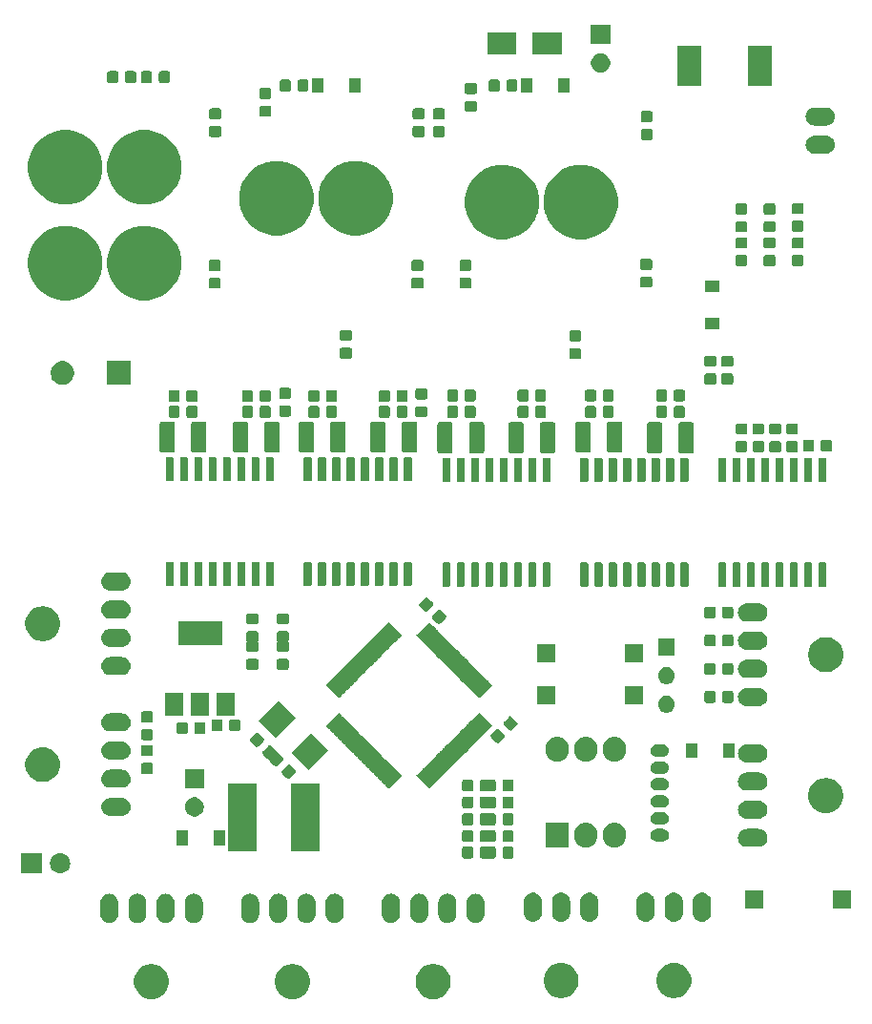
<source format=gbr>
G04 #@! TF.GenerationSoftware,KiCad,Pcbnew,(5.1.4)-1*
G04 #@! TF.CreationDate,2019-10-10T13:45:59+09:00*
G04 #@! TF.ProjectId,MD_Enbarr_x2,4d445f45-6e62-4617-9272-5f78322e6b69,rev?*
G04 #@! TF.SameCoordinates,Original*
G04 #@! TF.FileFunction,Soldermask,Top*
G04 #@! TF.FilePolarity,Negative*
%FSLAX46Y46*%
G04 Gerber Fmt 4.6, Leading zero omitted, Abs format (unit mm)*
G04 Created by KiCad (PCBNEW (5.1.4)-1) date 2019-10-10 13:45:59*
%MOMM*%
%LPD*%
G04 APERTURE LIST*
%ADD10C,0.100000*%
G04 APERTURE END LIST*
D10*
G36*
X110202585Y-134728802D02*
G01*
X110352410Y-134758604D01*
X110634674Y-134875521D01*
X110888705Y-135045259D01*
X111104741Y-135261295D01*
X111274479Y-135515326D01*
X111391396Y-135797590D01*
X111451000Y-136097240D01*
X111451000Y-136402760D01*
X111391396Y-136702410D01*
X111274479Y-136984674D01*
X111104741Y-137238705D01*
X110888705Y-137454741D01*
X110634674Y-137624479D01*
X110352410Y-137741396D01*
X110202585Y-137771198D01*
X110052761Y-137801000D01*
X109747239Y-137801000D01*
X109597415Y-137771198D01*
X109447590Y-137741396D01*
X109165326Y-137624479D01*
X108911295Y-137454741D01*
X108695259Y-137238705D01*
X108525521Y-136984674D01*
X108408604Y-136702410D01*
X108349000Y-136402760D01*
X108349000Y-136097240D01*
X108408604Y-135797590D01*
X108525521Y-135515326D01*
X108695259Y-135261295D01*
X108911295Y-135045259D01*
X109165326Y-134875521D01*
X109447590Y-134758604D01*
X109597415Y-134728802D01*
X109747239Y-134699000D01*
X110052761Y-134699000D01*
X110202585Y-134728802D01*
X110202585Y-134728802D01*
G37*
G36*
X97702585Y-134728802D02*
G01*
X97852410Y-134758604D01*
X98134674Y-134875521D01*
X98388705Y-135045259D01*
X98604741Y-135261295D01*
X98774479Y-135515326D01*
X98891396Y-135797590D01*
X98951000Y-136097240D01*
X98951000Y-136402760D01*
X98891396Y-136702410D01*
X98774479Y-136984674D01*
X98604741Y-137238705D01*
X98388705Y-137454741D01*
X98134674Y-137624479D01*
X97852410Y-137741396D01*
X97702585Y-137771198D01*
X97552761Y-137801000D01*
X97247239Y-137801000D01*
X97097415Y-137771198D01*
X96947590Y-137741396D01*
X96665326Y-137624479D01*
X96411295Y-137454741D01*
X96195259Y-137238705D01*
X96025521Y-136984674D01*
X95908604Y-136702410D01*
X95849000Y-136402760D01*
X95849000Y-136097240D01*
X95908604Y-135797590D01*
X96025521Y-135515326D01*
X96195259Y-135261295D01*
X96411295Y-135045259D01*
X96665326Y-134875521D01*
X96947590Y-134758604D01*
X97097415Y-134728802D01*
X97247239Y-134699000D01*
X97552761Y-134699000D01*
X97702585Y-134728802D01*
X97702585Y-134728802D01*
G37*
G36*
X85202585Y-134728802D02*
G01*
X85352410Y-134758604D01*
X85634674Y-134875521D01*
X85888705Y-135045259D01*
X86104741Y-135261295D01*
X86274479Y-135515326D01*
X86391396Y-135797590D01*
X86451000Y-136097240D01*
X86451000Y-136402760D01*
X86391396Y-136702410D01*
X86274479Y-136984674D01*
X86104741Y-137238705D01*
X85888705Y-137454741D01*
X85634674Y-137624479D01*
X85352410Y-137741396D01*
X85202585Y-137771198D01*
X85052761Y-137801000D01*
X84747239Y-137801000D01*
X84597415Y-137771198D01*
X84447590Y-137741396D01*
X84165326Y-137624479D01*
X83911295Y-137454741D01*
X83695259Y-137238705D01*
X83525521Y-136984674D01*
X83408604Y-136702410D01*
X83349000Y-136402760D01*
X83349000Y-136097240D01*
X83408604Y-135797590D01*
X83525521Y-135515326D01*
X83695259Y-135261295D01*
X83911295Y-135045259D01*
X84165326Y-134875521D01*
X84447590Y-134758604D01*
X84597415Y-134728802D01*
X84747239Y-134699000D01*
X85052761Y-134699000D01*
X85202585Y-134728802D01*
X85202585Y-134728802D01*
G37*
G36*
X121552585Y-134628802D02*
G01*
X121702410Y-134658604D01*
X121984674Y-134775521D01*
X122238705Y-134945259D01*
X122454741Y-135161295D01*
X122624479Y-135415326D01*
X122741396Y-135697590D01*
X122801000Y-135997240D01*
X122801000Y-136302760D01*
X122741396Y-136602410D01*
X122624479Y-136884674D01*
X122454741Y-137138705D01*
X122238705Y-137354741D01*
X121984674Y-137524479D01*
X121702410Y-137641396D01*
X121552585Y-137671198D01*
X121402761Y-137701000D01*
X121097239Y-137701000D01*
X120947415Y-137671198D01*
X120797590Y-137641396D01*
X120515326Y-137524479D01*
X120261295Y-137354741D01*
X120045259Y-137138705D01*
X119875521Y-136884674D01*
X119758604Y-136602410D01*
X119699000Y-136302760D01*
X119699000Y-135997240D01*
X119758604Y-135697590D01*
X119875521Y-135415326D01*
X120045259Y-135161295D01*
X120261295Y-134945259D01*
X120515326Y-134775521D01*
X120797590Y-134658604D01*
X120947415Y-134628802D01*
X121097239Y-134599000D01*
X121402761Y-134599000D01*
X121552585Y-134628802D01*
X121552585Y-134628802D01*
G37*
G36*
X131552585Y-134628802D02*
G01*
X131702410Y-134658604D01*
X131984674Y-134775521D01*
X132238705Y-134945259D01*
X132454741Y-135161295D01*
X132624479Y-135415326D01*
X132741396Y-135697590D01*
X132801000Y-135997240D01*
X132801000Y-136302760D01*
X132741396Y-136602410D01*
X132624479Y-136884674D01*
X132454741Y-137138705D01*
X132238705Y-137354741D01*
X131984674Y-137524479D01*
X131702410Y-137641396D01*
X131552585Y-137671198D01*
X131402761Y-137701000D01*
X131097239Y-137701000D01*
X130947415Y-137671198D01*
X130797590Y-137641396D01*
X130515326Y-137524479D01*
X130261295Y-137354741D01*
X130045259Y-137138705D01*
X129875521Y-136884674D01*
X129758604Y-136602410D01*
X129699000Y-136302760D01*
X129699000Y-135997240D01*
X129758604Y-135697590D01*
X129875521Y-135415326D01*
X130045259Y-135161295D01*
X130261295Y-134945259D01*
X130515326Y-134775521D01*
X130797590Y-134658604D01*
X130947415Y-134628802D01*
X131097239Y-134599000D01*
X131402761Y-134599000D01*
X131552585Y-134628802D01*
X131552585Y-134628802D01*
G37*
G36*
X108807022Y-128460590D02*
G01*
X108907681Y-128491125D01*
X108958012Y-128506392D01*
X109097164Y-128580771D01*
X109219133Y-128680867D01*
X109237162Y-128702836D01*
X109319229Y-128802835D01*
X109393608Y-128941987D01*
X109408875Y-128992318D01*
X109439410Y-129092977D01*
X109451000Y-129210655D01*
X109451000Y-130289345D01*
X109439410Y-130407023D01*
X109423942Y-130458013D01*
X109393608Y-130558013D01*
X109319229Y-130697165D01*
X109219133Y-130819133D01*
X109097165Y-130919229D01*
X108958013Y-130993608D01*
X108907682Y-131008875D01*
X108807023Y-131039410D01*
X108650000Y-131054875D01*
X108492978Y-131039410D01*
X108392319Y-131008875D01*
X108341988Y-130993608D01*
X108202836Y-130919229D01*
X108080868Y-130819133D01*
X107980772Y-130697165D01*
X107906393Y-130558013D01*
X107876059Y-130458013D01*
X107860591Y-130407023D01*
X107849001Y-130289345D01*
X107849000Y-129210656D01*
X107860590Y-129092978D01*
X107906392Y-128941989D01*
X107906392Y-128941988D01*
X107980771Y-128802836D01*
X107980772Y-128802835D01*
X108080867Y-128680867D01*
X108202835Y-128580771D01*
X108341987Y-128506392D01*
X108392318Y-128491125D01*
X108492977Y-128460590D01*
X108650000Y-128445125D01*
X108807022Y-128460590D01*
X108807022Y-128460590D01*
G37*
G36*
X113807022Y-128460590D02*
G01*
X113907681Y-128491125D01*
X113958012Y-128506392D01*
X114097164Y-128580771D01*
X114219133Y-128680867D01*
X114237162Y-128702836D01*
X114319229Y-128802835D01*
X114393608Y-128941987D01*
X114408875Y-128992318D01*
X114439410Y-129092977D01*
X114451000Y-129210655D01*
X114451000Y-130289345D01*
X114439410Y-130407023D01*
X114423942Y-130458013D01*
X114393608Y-130558013D01*
X114319229Y-130697165D01*
X114219133Y-130819133D01*
X114097165Y-130919229D01*
X113958013Y-130993608D01*
X113907682Y-131008875D01*
X113807023Y-131039410D01*
X113650000Y-131054875D01*
X113492978Y-131039410D01*
X113392319Y-131008875D01*
X113341988Y-130993608D01*
X113202836Y-130919229D01*
X113080868Y-130819133D01*
X112980772Y-130697165D01*
X112906393Y-130558013D01*
X112876059Y-130458013D01*
X112860591Y-130407023D01*
X112849001Y-130289345D01*
X112849000Y-129210656D01*
X112860590Y-129092978D01*
X112906392Y-128941989D01*
X112906392Y-128941988D01*
X112980771Y-128802836D01*
X112980772Y-128802835D01*
X113080867Y-128680867D01*
X113202835Y-128580771D01*
X113341987Y-128506392D01*
X113392318Y-128491125D01*
X113492977Y-128460590D01*
X113650000Y-128445125D01*
X113807022Y-128460590D01*
X113807022Y-128460590D01*
G37*
G36*
X101307022Y-128460590D02*
G01*
X101407681Y-128491125D01*
X101458012Y-128506392D01*
X101597164Y-128580771D01*
X101719133Y-128680867D01*
X101737162Y-128702836D01*
X101819229Y-128802835D01*
X101893608Y-128941987D01*
X101908875Y-128992318D01*
X101939410Y-129092977D01*
X101951000Y-129210655D01*
X101951000Y-130289345D01*
X101939410Y-130407023D01*
X101923942Y-130458013D01*
X101893608Y-130558013D01*
X101819229Y-130697165D01*
X101719133Y-130819133D01*
X101597165Y-130919229D01*
X101458013Y-130993608D01*
X101407682Y-131008875D01*
X101307023Y-131039410D01*
X101150000Y-131054875D01*
X100992978Y-131039410D01*
X100892319Y-131008875D01*
X100841988Y-130993608D01*
X100702836Y-130919229D01*
X100580868Y-130819133D01*
X100480772Y-130697165D01*
X100406393Y-130558013D01*
X100376059Y-130458013D01*
X100360591Y-130407023D01*
X100349001Y-130289345D01*
X100349000Y-129210656D01*
X100360590Y-129092978D01*
X100406392Y-128941989D01*
X100406392Y-128941988D01*
X100480771Y-128802836D01*
X100480772Y-128802835D01*
X100580867Y-128680867D01*
X100702835Y-128580771D01*
X100841987Y-128506392D01*
X100892318Y-128491125D01*
X100992977Y-128460590D01*
X101150000Y-128445125D01*
X101307022Y-128460590D01*
X101307022Y-128460590D01*
G37*
G36*
X98807022Y-128460590D02*
G01*
X98907681Y-128491125D01*
X98958012Y-128506392D01*
X99097164Y-128580771D01*
X99219133Y-128680867D01*
X99237162Y-128702836D01*
X99319229Y-128802835D01*
X99393608Y-128941987D01*
X99408875Y-128992318D01*
X99439410Y-129092977D01*
X99451000Y-129210655D01*
X99451000Y-130289345D01*
X99439410Y-130407023D01*
X99423942Y-130458013D01*
X99393608Y-130558013D01*
X99319229Y-130697165D01*
X99219133Y-130819133D01*
X99097165Y-130919229D01*
X98958013Y-130993608D01*
X98907682Y-131008875D01*
X98807023Y-131039410D01*
X98650000Y-131054875D01*
X98492978Y-131039410D01*
X98392319Y-131008875D01*
X98341988Y-130993608D01*
X98202836Y-130919229D01*
X98080868Y-130819133D01*
X97980772Y-130697165D01*
X97906393Y-130558013D01*
X97876059Y-130458013D01*
X97860591Y-130407023D01*
X97849001Y-130289345D01*
X97849000Y-129210656D01*
X97860590Y-129092978D01*
X97906392Y-128941989D01*
X97906392Y-128941988D01*
X97980771Y-128802836D01*
X97980772Y-128802835D01*
X98080867Y-128680867D01*
X98202835Y-128580771D01*
X98341987Y-128506392D01*
X98392318Y-128491125D01*
X98492977Y-128460590D01*
X98650000Y-128445125D01*
X98807022Y-128460590D01*
X98807022Y-128460590D01*
G37*
G36*
X96307022Y-128460590D02*
G01*
X96407681Y-128491125D01*
X96458012Y-128506392D01*
X96597164Y-128580771D01*
X96719133Y-128680867D01*
X96737162Y-128702836D01*
X96819229Y-128802835D01*
X96893608Y-128941987D01*
X96908875Y-128992318D01*
X96939410Y-129092977D01*
X96951000Y-129210655D01*
X96951000Y-130289345D01*
X96939410Y-130407023D01*
X96923942Y-130458013D01*
X96893608Y-130558013D01*
X96819229Y-130697165D01*
X96719133Y-130819133D01*
X96597165Y-130919229D01*
X96458013Y-130993608D01*
X96407682Y-131008875D01*
X96307023Y-131039410D01*
X96150000Y-131054875D01*
X95992978Y-131039410D01*
X95892319Y-131008875D01*
X95841988Y-130993608D01*
X95702836Y-130919229D01*
X95580868Y-130819133D01*
X95480772Y-130697165D01*
X95406393Y-130558013D01*
X95376059Y-130458013D01*
X95360591Y-130407023D01*
X95349001Y-130289345D01*
X95349000Y-129210656D01*
X95360590Y-129092978D01*
X95406392Y-128941989D01*
X95406392Y-128941988D01*
X95480771Y-128802836D01*
X95480772Y-128802835D01*
X95580867Y-128680867D01*
X95702835Y-128580771D01*
X95841987Y-128506392D01*
X95892318Y-128491125D01*
X95992977Y-128460590D01*
X96150000Y-128445125D01*
X96307022Y-128460590D01*
X96307022Y-128460590D01*
G37*
G36*
X93807022Y-128460590D02*
G01*
X93907681Y-128491125D01*
X93958012Y-128506392D01*
X94097164Y-128580771D01*
X94219133Y-128680867D01*
X94237162Y-128702836D01*
X94319229Y-128802835D01*
X94393608Y-128941987D01*
X94408875Y-128992318D01*
X94439410Y-129092977D01*
X94451000Y-129210655D01*
X94451000Y-130289345D01*
X94439410Y-130407023D01*
X94423942Y-130458013D01*
X94393608Y-130558013D01*
X94319229Y-130697165D01*
X94219133Y-130819133D01*
X94097165Y-130919229D01*
X93958013Y-130993608D01*
X93907682Y-131008875D01*
X93807023Y-131039410D01*
X93650000Y-131054875D01*
X93492978Y-131039410D01*
X93392319Y-131008875D01*
X93341988Y-130993608D01*
X93202836Y-130919229D01*
X93080868Y-130819133D01*
X92980772Y-130697165D01*
X92906393Y-130558013D01*
X92876059Y-130458013D01*
X92860591Y-130407023D01*
X92849001Y-130289345D01*
X92849000Y-129210656D01*
X92860590Y-129092978D01*
X92906392Y-128941989D01*
X92906392Y-128941988D01*
X92980771Y-128802836D01*
X92980772Y-128802835D01*
X93080867Y-128680867D01*
X93202835Y-128580771D01*
X93341987Y-128506392D01*
X93392318Y-128491125D01*
X93492977Y-128460590D01*
X93650000Y-128445125D01*
X93807022Y-128460590D01*
X93807022Y-128460590D01*
G37*
G36*
X81307022Y-128460590D02*
G01*
X81407681Y-128491125D01*
X81458012Y-128506392D01*
X81597164Y-128580771D01*
X81719133Y-128680867D01*
X81737162Y-128702836D01*
X81819229Y-128802835D01*
X81893608Y-128941987D01*
X81908875Y-128992318D01*
X81939410Y-129092977D01*
X81951000Y-129210655D01*
X81951000Y-130289345D01*
X81939410Y-130407023D01*
X81923942Y-130458013D01*
X81893608Y-130558013D01*
X81819229Y-130697165D01*
X81719133Y-130819133D01*
X81597165Y-130919229D01*
X81458013Y-130993608D01*
X81407682Y-131008875D01*
X81307023Y-131039410D01*
X81150000Y-131054875D01*
X80992978Y-131039410D01*
X80892319Y-131008875D01*
X80841988Y-130993608D01*
X80702836Y-130919229D01*
X80580868Y-130819133D01*
X80480772Y-130697165D01*
X80406393Y-130558013D01*
X80376059Y-130458013D01*
X80360591Y-130407023D01*
X80349001Y-130289345D01*
X80349000Y-129210656D01*
X80360590Y-129092978D01*
X80406392Y-128941989D01*
X80406392Y-128941988D01*
X80480771Y-128802836D01*
X80480772Y-128802835D01*
X80580867Y-128680867D01*
X80702835Y-128580771D01*
X80841987Y-128506392D01*
X80892318Y-128491125D01*
X80992977Y-128460590D01*
X81150000Y-128445125D01*
X81307022Y-128460590D01*
X81307022Y-128460590D01*
G37*
G36*
X83807022Y-128460590D02*
G01*
X83907681Y-128491125D01*
X83958012Y-128506392D01*
X84097164Y-128580771D01*
X84219133Y-128680867D01*
X84237162Y-128702836D01*
X84319229Y-128802835D01*
X84393608Y-128941987D01*
X84408875Y-128992318D01*
X84439410Y-129092977D01*
X84451000Y-129210655D01*
X84451000Y-130289345D01*
X84439410Y-130407023D01*
X84423942Y-130458013D01*
X84393608Y-130558013D01*
X84319229Y-130697165D01*
X84219133Y-130819133D01*
X84097165Y-130919229D01*
X83958013Y-130993608D01*
X83907682Y-131008875D01*
X83807023Y-131039410D01*
X83650000Y-131054875D01*
X83492978Y-131039410D01*
X83392319Y-131008875D01*
X83341988Y-130993608D01*
X83202836Y-130919229D01*
X83080868Y-130819133D01*
X82980772Y-130697165D01*
X82906393Y-130558013D01*
X82876059Y-130458013D01*
X82860591Y-130407023D01*
X82849001Y-130289345D01*
X82849000Y-129210656D01*
X82860590Y-129092978D01*
X82906392Y-128941989D01*
X82906392Y-128941988D01*
X82980771Y-128802836D01*
X82980772Y-128802835D01*
X83080867Y-128680867D01*
X83202835Y-128580771D01*
X83341987Y-128506392D01*
X83392318Y-128491125D01*
X83492977Y-128460590D01*
X83650000Y-128445125D01*
X83807022Y-128460590D01*
X83807022Y-128460590D01*
G37*
G36*
X86307022Y-128460590D02*
G01*
X86407681Y-128491125D01*
X86458012Y-128506392D01*
X86597164Y-128580771D01*
X86719133Y-128680867D01*
X86737162Y-128702836D01*
X86819229Y-128802835D01*
X86893608Y-128941987D01*
X86908875Y-128992318D01*
X86939410Y-129092977D01*
X86951000Y-129210655D01*
X86951000Y-130289345D01*
X86939410Y-130407023D01*
X86923942Y-130458013D01*
X86893608Y-130558013D01*
X86819229Y-130697165D01*
X86719133Y-130819133D01*
X86597165Y-130919229D01*
X86458013Y-130993608D01*
X86407682Y-131008875D01*
X86307023Y-131039410D01*
X86150000Y-131054875D01*
X85992978Y-131039410D01*
X85892319Y-131008875D01*
X85841988Y-130993608D01*
X85702836Y-130919229D01*
X85580868Y-130819133D01*
X85480772Y-130697165D01*
X85406393Y-130558013D01*
X85376059Y-130458013D01*
X85360591Y-130407023D01*
X85349001Y-130289345D01*
X85349000Y-129210656D01*
X85360590Y-129092978D01*
X85406392Y-128941989D01*
X85406392Y-128941988D01*
X85480771Y-128802836D01*
X85480772Y-128802835D01*
X85580867Y-128680867D01*
X85702835Y-128580771D01*
X85841987Y-128506392D01*
X85892318Y-128491125D01*
X85992977Y-128460590D01*
X86150000Y-128445125D01*
X86307022Y-128460590D01*
X86307022Y-128460590D01*
G37*
G36*
X88807022Y-128460590D02*
G01*
X88907681Y-128491125D01*
X88958012Y-128506392D01*
X89097164Y-128580771D01*
X89219133Y-128680867D01*
X89237162Y-128702836D01*
X89319229Y-128802835D01*
X89393608Y-128941987D01*
X89408875Y-128992318D01*
X89439410Y-129092977D01*
X89451000Y-129210655D01*
X89451000Y-130289345D01*
X89439410Y-130407023D01*
X89423942Y-130458013D01*
X89393608Y-130558013D01*
X89319229Y-130697165D01*
X89219133Y-130819133D01*
X89097165Y-130919229D01*
X88958013Y-130993608D01*
X88907682Y-131008875D01*
X88807023Y-131039410D01*
X88650000Y-131054875D01*
X88492978Y-131039410D01*
X88392319Y-131008875D01*
X88341988Y-130993608D01*
X88202836Y-130919229D01*
X88080868Y-130819133D01*
X87980772Y-130697165D01*
X87906393Y-130558013D01*
X87876059Y-130458013D01*
X87860591Y-130407023D01*
X87849001Y-130289345D01*
X87849000Y-129210656D01*
X87860590Y-129092978D01*
X87906392Y-128941989D01*
X87906392Y-128941988D01*
X87980771Y-128802836D01*
X87980772Y-128802835D01*
X88080867Y-128680867D01*
X88202835Y-128580771D01*
X88341987Y-128506392D01*
X88392318Y-128491125D01*
X88492977Y-128460590D01*
X88650000Y-128445125D01*
X88807022Y-128460590D01*
X88807022Y-128460590D01*
G37*
G36*
X111307022Y-128460590D02*
G01*
X111407681Y-128491125D01*
X111458012Y-128506392D01*
X111597164Y-128580771D01*
X111719133Y-128680867D01*
X111737162Y-128702836D01*
X111819229Y-128802835D01*
X111893608Y-128941987D01*
X111908875Y-128992318D01*
X111939410Y-129092977D01*
X111951000Y-129210655D01*
X111951000Y-130289345D01*
X111939410Y-130407023D01*
X111923942Y-130458013D01*
X111893608Y-130558013D01*
X111819229Y-130697165D01*
X111719133Y-130819133D01*
X111597165Y-130919229D01*
X111458013Y-130993608D01*
X111407682Y-131008875D01*
X111307023Y-131039410D01*
X111150000Y-131054875D01*
X110992978Y-131039410D01*
X110892319Y-131008875D01*
X110841988Y-130993608D01*
X110702836Y-130919229D01*
X110580868Y-130819133D01*
X110480772Y-130697165D01*
X110406393Y-130558013D01*
X110376059Y-130458013D01*
X110360591Y-130407023D01*
X110349001Y-130289345D01*
X110349000Y-129210656D01*
X110360590Y-129092978D01*
X110406392Y-128941989D01*
X110406392Y-128941988D01*
X110480771Y-128802836D01*
X110480772Y-128802835D01*
X110580867Y-128680867D01*
X110702835Y-128580771D01*
X110841987Y-128506392D01*
X110892318Y-128491125D01*
X110992977Y-128460590D01*
X111150000Y-128445125D01*
X111307022Y-128460590D01*
X111307022Y-128460590D01*
G37*
G36*
X106307022Y-128460590D02*
G01*
X106407681Y-128491125D01*
X106458012Y-128506392D01*
X106597164Y-128580771D01*
X106719133Y-128680867D01*
X106737162Y-128702836D01*
X106819229Y-128802835D01*
X106893608Y-128941987D01*
X106908875Y-128992318D01*
X106939410Y-129092977D01*
X106951000Y-129210655D01*
X106951000Y-130289345D01*
X106939410Y-130407023D01*
X106923942Y-130458013D01*
X106893608Y-130558013D01*
X106819229Y-130697165D01*
X106719133Y-130819133D01*
X106597165Y-130919229D01*
X106458013Y-130993608D01*
X106407682Y-131008875D01*
X106307023Y-131039410D01*
X106150000Y-131054875D01*
X105992978Y-131039410D01*
X105892319Y-131008875D01*
X105841988Y-130993608D01*
X105702836Y-130919229D01*
X105580868Y-130819133D01*
X105480772Y-130697165D01*
X105406393Y-130558013D01*
X105376059Y-130458013D01*
X105360591Y-130407023D01*
X105349001Y-130289345D01*
X105349000Y-129210656D01*
X105360590Y-129092978D01*
X105406392Y-128941989D01*
X105406392Y-128941988D01*
X105480771Y-128802836D01*
X105480772Y-128802835D01*
X105580867Y-128680867D01*
X105702835Y-128580771D01*
X105841987Y-128506392D01*
X105892318Y-128491125D01*
X105992977Y-128460590D01*
X106150000Y-128445125D01*
X106307022Y-128460590D01*
X106307022Y-128460590D01*
G37*
G36*
X118907022Y-128360590D02*
G01*
X119007681Y-128391125D01*
X119058012Y-128406392D01*
X119159408Y-128460590D01*
X119197164Y-128480771D01*
X119319133Y-128580867D01*
X119401200Y-128680867D01*
X119419229Y-128702835D01*
X119493608Y-128841987D01*
X119508875Y-128892318D01*
X119539410Y-128992977D01*
X119551000Y-129110655D01*
X119551000Y-130189345D01*
X119539410Y-130307023D01*
X119509076Y-130407021D01*
X119493608Y-130458013D01*
X119419229Y-130597165D01*
X119319133Y-130719133D01*
X119197165Y-130819229D01*
X119058013Y-130893608D01*
X119007682Y-130908875D01*
X118907023Y-130939410D01*
X118750000Y-130954875D01*
X118592978Y-130939410D01*
X118492319Y-130908875D01*
X118441988Y-130893608D01*
X118302836Y-130819229D01*
X118180868Y-130719133D01*
X118080772Y-130597165D01*
X118006393Y-130458013D01*
X117990925Y-130407021D01*
X117960591Y-130307023D01*
X117949001Y-130189345D01*
X117949000Y-129110656D01*
X117960590Y-128992978D01*
X118006392Y-128841989D01*
X118006392Y-128841988D01*
X118080771Y-128702836D01*
X118080772Y-128702835D01*
X118180867Y-128580867D01*
X118302835Y-128480771D01*
X118340591Y-128460590D01*
X118441987Y-128406392D01*
X118492318Y-128391125D01*
X118592977Y-128360590D01*
X118750000Y-128345125D01*
X118907022Y-128360590D01*
X118907022Y-128360590D01*
G37*
G36*
X121407022Y-128360590D02*
G01*
X121507681Y-128391125D01*
X121558012Y-128406392D01*
X121659408Y-128460590D01*
X121697164Y-128480771D01*
X121819133Y-128580867D01*
X121901200Y-128680867D01*
X121919229Y-128702835D01*
X121993608Y-128841987D01*
X122008875Y-128892318D01*
X122039410Y-128992977D01*
X122051000Y-129110655D01*
X122051000Y-130189345D01*
X122039410Y-130307023D01*
X122009076Y-130407021D01*
X121993608Y-130458013D01*
X121919229Y-130597165D01*
X121819133Y-130719133D01*
X121697165Y-130819229D01*
X121558013Y-130893608D01*
X121507682Y-130908875D01*
X121407023Y-130939410D01*
X121250000Y-130954875D01*
X121092978Y-130939410D01*
X120992319Y-130908875D01*
X120941988Y-130893608D01*
X120802836Y-130819229D01*
X120680868Y-130719133D01*
X120580772Y-130597165D01*
X120506393Y-130458013D01*
X120490925Y-130407021D01*
X120460591Y-130307023D01*
X120449001Y-130189345D01*
X120449000Y-129110656D01*
X120460590Y-128992978D01*
X120506392Y-128841989D01*
X120506392Y-128841988D01*
X120580771Y-128702836D01*
X120580772Y-128702835D01*
X120680867Y-128580867D01*
X120802835Y-128480771D01*
X120840591Y-128460590D01*
X120941987Y-128406392D01*
X120992318Y-128391125D01*
X121092977Y-128360590D01*
X121250000Y-128345125D01*
X121407022Y-128360590D01*
X121407022Y-128360590D01*
G37*
G36*
X123907022Y-128360590D02*
G01*
X124007681Y-128391125D01*
X124058012Y-128406392D01*
X124159408Y-128460590D01*
X124197164Y-128480771D01*
X124319133Y-128580867D01*
X124401200Y-128680867D01*
X124419229Y-128702835D01*
X124493608Y-128841987D01*
X124508875Y-128892318D01*
X124539410Y-128992977D01*
X124551000Y-129110655D01*
X124551000Y-130189345D01*
X124539410Y-130307023D01*
X124509076Y-130407021D01*
X124493608Y-130458013D01*
X124419229Y-130597165D01*
X124319133Y-130719133D01*
X124197165Y-130819229D01*
X124058013Y-130893608D01*
X124007682Y-130908875D01*
X123907023Y-130939410D01*
X123750000Y-130954875D01*
X123592978Y-130939410D01*
X123492319Y-130908875D01*
X123441988Y-130893608D01*
X123302836Y-130819229D01*
X123180868Y-130719133D01*
X123080772Y-130597165D01*
X123006393Y-130458013D01*
X122990925Y-130407021D01*
X122960591Y-130307023D01*
X122949001Y-130189345D01*
X122949000Y-129110656D01*
X122960590Y-128992978D01*
X123006392Y-128841989D01*
X123006392Y-128841988D01*
X123080771Y-128702836D01*
X123080772Y-128702835D01*
X123180867Y-128580867D01*
X123302835Y-128480771D01*
X123340591Y-128460590D01*
X123441987Y-128406392D01*
X123492318Y-128391125D01*
X123592977Y-128360590D01*
X123750000Y-128345125D01*
X123907022Y-128360590D01*
X123907022Y-128360590D01*
G37*
G36*
X128907022Y-128360590D02*
G01*
X129007681Y-128391125D01*
X129058012Y-128406392D01*
X129159408Y-128460590D01*
X129197164Y-128480771D01*
X129319133Y-128580867D01*
X129401200Y-128680867D01*
X129419229Y-128702835D01*
X129493608Y-128841987D01*
X129508875Y-128892318D01*
X129539410Y-128992977D01*
X129551000Y-129110655D01*
X129551000Y-130189345D01*
X129539410Y-130307023D01*
X129509076Y-130407021D01*
X129493608Y-130458013D01*
X129419229Y-130597165D01*
X129319133Y-130719133D01*
X129197165Y-130819229D01*
X129058013Y-130893608D01*
X129007682Y-130908875D01*
X128907023Y-130939410D01*
X128750000Y-130954875D01*
X128592978Y-130939410D01*
X128492319Y-130908875D01*
X128441988Y-130893608D01*
X128302836Y-130819229D01*
X128180868Y-130719133D01*
X128080772Y-130597165D01*
X128006393Y-130458013D01*
X127990925Y-130407021D01*
X127960591Y-130307023D01*
X127949001Y-130189345D01*
X127949000Y-129110656D01*
X127960590Y-128992978D01*
X128006392Y-128841989D01*
X128006392Y-128841988D01*
X128080771Y-128702836D01*
X128080772Y-128702835D01*
X128180867Y-128580867D01*
X128302835Y-128480771D01*
X128340591Y-128460590D01*
X128441987Y-128406392D01*
X128492318Y-128391125D01*
X128592977Y-128360590D01*
X128750000Y-128345125D01*
X128907022Y-128360590D01*
X128907022Y-128360590D01*
G37*
G36*
X131407022Y-128360590D02*
G01*
X131507681Y-128391125D01*
X131558012Y-128406392D01*
X131659408Y-128460590D01*
X131697164Y-128480771D01*
X131819133Y-128580867D01*
X131901200Y-128680867D01*
X131919229Y-128702835D01*
X131993608Y-128841987D01*
X132008875Y-128892318D01*
X132039410Y-128992977D01*
X132051000Y-129110655D01*
X132051000Y-130189345D01*
X132039410Y-130307023D01*
X132009076Y-130407021D01*
X131993608Y-130458013D01*
X131919229Y-130597165D01*
X131819133Y-130719133D01*
X131697165Y-130819229D01*
X131558013Y-130893608D01*
X131507682Y-130908875D01*
X131407023Y-130939410D01*
X131250000Y-130954875D01*
X131092978Y-130939410D01*
X130992319Y-130908875D01*
X130941988Y-130893608D01*
X130802836Y-130819229D01*
X130680868Y-130719133D01*
X130580772Y-130597165D01*
X130506393Y-130458013D01*
X130490925Y-130407021D01*
X130460591Y-130307023D01*
X130449001Y-130189345D01*
X130449000Y-129110656D01*
X130460590Y-128992978D01*
X130506392Y-128841989D01*
X130506392Y-128841988D01*
X130580771Y-128702836D01*
X130580772Y-128702835D01*
X130680867Y-128580867D01*
X130802835Y-128480771D01*
X130840591Y-128460590D01*
X130941987Y-128406392D01*
X130992318Y-128391125D01*
X131092977Y-128360590D01*
X131250000Y-128345125D01*
X131407022Y-128360590D01*
X131407022Y-128360590D01*
G37*
G36*
X133907022Y-128360590D02*
G01*
X134007681Y-128391125D01*
X134058012Y-128406392D01*
X134159408Y-128460590D01*
X134197164Y-128480771D01*
X134319133Y-128580867D01*
X134401200Y-128680867D01*
X134419229Y-128702835D01*
X134493608Y-128841987D01*
X134508875Y-128892318D01*
X134539410Y-128992977D01*
X134551000Y-129110655D01*
X134551000Y-130189345D01*
X134539410Y-130307023D01*
X134509076Y-130407021D01*
X134493608Y-130458013D01*
X134419229Y-130597165D01*
X134319133Y-130719133D01*
X134197165Y-130819229D01*
X134058013Y-130893608D01*
X134007682Y-130908875D01*
X133907023Y-130939410D01*
X133750000Y-130954875D01*
X133592978Y-130939410D01*
X133492319Y-130908875D01*
X133441988Y-130893608D01*
X133302836Y-130819229D01*
X133180868Y-130719133D01*
X133080772Y-130597165D01*
X133006393Y-130458013D01*
X132990925Y-130407021D01*
X132960591Y-130307023D01*
X132949001Y-130189345D01*
X132949000Y-129110656D01*
X132960590Y-128992978D01*
X133006392Y-128841989D01*
X133006392Y-128841988D01*
X133080771Y-128702836D01*
X133080772Y-128702835D01*
X133180867Y-128580867D01*
X133302835Y-128480771D01*
X133340591Y-128460590D01*
X133441987Y-128406392D01*
X133492318Y-128391125D01*
X133592977Y-128360590D01*
X133750000Y-128345125D01*
X133907022Y-128360590D01*
X133907022Y-128360590D01*
G37*
G36*
X146951000Y-129801000D02*
G01*
X145349000Y-129801000D01*
X145349000Y-128199000D01*
X146951000Y-128199000D01*
X146951000Y-129801000D01*
X146951000Y-129801000D01*
G37*
G36*
X139151000Y-129801000D02*
G01*
X137549000Y-129801000D01*
X137549000Y-128199000D01*
X139151000Y-128199000D01*
X139151000Y-129801000D01*
X139151000Y-129801000D01*
G37*
G36*
X75151000Y-126651000D02*
G01*
X73349000Y-126651000D01*
X73349000Y-124849000D01*
X75151000Y-124849000D01*
X75151000Y-126651000D01*
X75151000Y-126651000D01*
G37*
G36*
X76900442Y-124855518D02*
G01*
X76966627Y-124862037D01*
X77136466Y-124913557D01*
X77292991Y-124997222D01*
X77328729Y-125026552D01*
X77430186Y-125109814D01*
X77513448Y-125211271D01*
X77542778Y-125247009D01*
X77626443Y-125403534D01*
X77677963Y-125573373D01*
X77695359Y-125750000D01*
X77677963Y-125926627D01*
X77626443Y-126096466D01*
X77542778Y-126252991D01*
X77513448Y-126288729D01*
X77430186Y-126390186D01*
X77328729Y-126473448D01*
X77292991Y-126502778D01*
X77136466Y-126586443D01*
X76966627Y-126637963D01*
X76900442Y-126644482D01*
X76834260Y-126651000D01*
X76745740Y-126651000D01*
X76679558Y-126644482D01*
X76613373Y-126637963D01*
X76443534Y-126586443D01*
X76287009Y-126502778D01*
X76251271Y-126473448D01*
X76149814Y-126390186D01*
X76066552Y-126288729D01*
X76037222Y-126252991D01*
X75953557Y-126096466D01*
X75902037Y-125926627D01*
X75884641Y-125750000D01*
X75902037Y-125573373D01*
X75953557Y-125403534D01*
X76037222Y-125247009D01*
X76066552Y-125211271D01*
X76149814Y-125109814D01*
X76251271Y-125026552D01*
X76287009Y-124997222D01*
X76443534Y-124913557D01*
X76613373Y-124862037D01*
X76679558Y-124855518D01*
X76745740Y-124849000D01*
X76834260Y-124849000D01*
X76900442Y-124855518D01*
X76900442Y-124855518D01*
G37*
G36*
X115304591Y-124278085D02*
G01*
X115338569Y-124288393D01*
X115369890Y-124305134D01*
X115397339Y-124327661D01*
X115419866Y-124355110D01*
X115436607Y-124386431D01*
X115446915Y-124420409D01*
X115451000Y-124461890D01*
X115451000Y-125138110D01*
X115446915Y-125179591D01*
X115436607Y-125213569D01*
X115419866Y-125244890D01*
X115397339Y-125272339D01*
X115369890Y-125294866D01*
X115338569Y-125311607D01*
X115304591Y-125321915D01*
X115263110Y-125326000D01*
X114236890Y-125326000D01*
X114195409Y-125321915D01*
X114161431Y-125311607D01*
X114130110Y-125294866D01*
X114102661Y-125272339D01*
X114080134Y-125244890D01*
X114063393Y-125213569D01*
X114053085Y-125179591D01*
X114049000Y-125138110D01*
X114049000Y-124461890D01*
X114053085Y-124420409D01*
X114063393Y-124386431D01*
X114080134Y-124355110D01*
X114102661Y-124327661D01*
X114130110Y-124305134D01*
X114161431Y-124288393D01*
X114195409Y-124278085D01*
X114236890Y-124274000D01*
X115263110Y-124274000D01*
X115304591Y-124278085D01*
X115304591Y-124278085D01*
G37*
G36*
X116879591Y-124278085D02*
G01*
X116913569Y-124288393D01*
X116944890Y-124305134D01*
X116972339Y-124327661D01*
X116994866Y-124355110D01*
X117011607Y-124386431D01*
X117021915Y-124420409D01*
X117026000Y-124461890D01*
X117026000Y-125138110D01*
X117021915Y-125179591D01*
X117011607Y-125213569D01*
X116994866Y-125244890D01*
X116972339Y-125272339D01*
X116944890Y-125294866D01*
X116913569Y-125311607D01*
X116879591Y-125321915D01*
X116838110Y-125326000D01*
X116236890Y-125326000D01*
X116195409Y-125321915D01*
X116161431Y-125311607D01*
X116130110Y-125294866D01*
X116102661Y-125272339D01*
X116080134Y-125244890D01*
X116063393Y-125213569D01*
X116053085Y-125179591D01*
X116049000Y-125138110D01*
X116049000Y-124461890D01*
X116053085Y-124420409D01*
X116063393Y-124386431D01*
X116080134Y-124355110D01*
X116102661Y-124327661D01*
X116130110Y-124305134D01*
X116161431Y-124288393D01*
X116195409Y-124278085D01*
X116236890Y-124274000D01*
X116838110Y-124274000D01*
X116879591Y-124278085D01*
X116879591Y-124278085D01*
G37*
G36*
X113304591Y-124278085D02*
G01*
X113338569Y-124288393D01*
X113369890Y-124305134D01*
X113397339Y-124327661D01*
X113419866Y-124355110D01*
X113436607Y-124386431D01*
X113446915Y-124420409D01*
X113451000Y-124461890D01*
X113451000Y-125138110D01*
X113446915Y-125179591D01*
X113436607Y-125213569D01*
X113419866Y-125244890D01*
X113397339Y-125272339D01*
X113369890Y-125294866D01*
X113338569Y-125311607D01*
X113304591Y-125321915D01*
X113263110Y-125326000D01*
X112661890Y-125326000D01*
X112620409Y-125321915D01*
X112586431Y-125311607D01*
X112555110Y-125294866D01*
X112527661Y-125272339D01*
X112505134Y-125244890D01*
X112488393Y-125213569D01*
X112478085Y-125179591D01*
X112474000Y-125138110D01*
X112474000Y-124461890D01*
X112478085Y-124420409D01*
X112488393Y-124386431D01*
X112505134Y-124355110D01*
X112527661Y-124327661D01*
X112555110Y-124305134D01*
X112586431Y-124288393D01*
X112620409Y-124278085D01*
X112661890Y-124274000D01*
X113263110Y-124274000D01*
X113304591Y-124278085D01*
X113304591Y-124278085D01*
G37*
G36*
X94251000Y-124701000D02*
G01*
X91699000Y-124701000D01*
X91699000Y-118699000D01*
X94251000Y-118699000D01*
X94251000Y-124701000D01*
X94251000Y-124701000D01*
G37*
G36*
X99801000Y-124701000D02*
G01*
X97249000Y-124701000D01*
X97249000Y-118699000D01*
X99801000Y-118699000D01*
X99801000Y-124701000D01*
X99801000Y-124701000D01*
G37*
G36*
X126176227Y-122163483D02*
G01*
X126364921Y-122220723D01*
X126538815Y-122313671D01*
X126691239Y-122438761D01*
X126816329Y-122591185D01*
X126909277Y-122765078D01*
X126966517Y-122953772D01*
X126981000Y-123100825D01*
X126981000Y-123399174D01*
X126966517Y-123546227D01*
X126966516Y-123546229D01*
X126916729Y-123710357D01*
X126909277Y-123734921D01*
X126816329Y-123908815D01*
X126691239Y-124061239D01*
X126538815Y-124186329D01*
X126364922Y-124279277D01*
X126176228Y-124336517D01*
X125980000Y-124355843D01*
X125783773Y-124336517D01*
X125595079Y-124279277D01*
X125421186Y-124186329D01*
X125268762Y-124061238D01*
X125143671Y-123908815D01*
X125050723Y-123734922D01*
X124993483Y-123546228D01*
X124979000Y-123399175D01*
X124979000Y-123100826D01*
X124993483Y-122953773D01*
X125050723Y-122765079D01*
X125143671Y-122591185D01*
X125268761Y-122438761D01*
X125421185Y-122313671D01*
X125595078Y-122220723D01*
X125783772Y-122163483D01*
X125980000Y-122144157D01*
X126176227Y-122163483D01*
X126176227Y-122163483D01*
G37*
G36*
X123636227Y-122163483D02*
G01*
X123824921Y-122220723D01*
X123998815Y-122313671D01*
X124151239Y-122438761D01*
X124276329Y-122591185D01*
X124369277Y-122765078D01*
X124426517Y-122953772D01*
X124441000Y-123100825D01*
X124441000Y-123399174D01*
X124426517Y-123546227D01*
X124426516Y-123546229D01*
X124376729Y-123710357D01*
X124369277Y-123734921D01*
X124276329Y-123908815D01*
X124151239Y-124061239D01*
X123998815Y-124186329D01*
X123824922Y-124279277D01*
X123636228Y-124336517D01*
X123440000Y-124355843D01*
X123243773Y-124336517D01*
X123055079Y-124279277D01*
X122881186Y-124186329D01*
X122728762Y-124061238D01*
X122603671Y-123908815D01*
X122510723Y-123734922D01*
X122453483Y-123546228D01*
X122439000Y-123399175D01*
X122439000Y-123100826D01*
X122453483Y-122953773D01*
X122510723Y-122765079D01*
X122603671Y-122591185D01*
X122728761Y-122438761D01*
X122881185Y-122313671D01*
X123055078Y-122220723D01*
X123243772Y-122163483D01*
X123440000Y-122144157D01*
X123636227Y-122163483D01*
X123636227Y-122163483D01*
G37*
G36*
X121901000Y-124351000D02*
G01*
X119899000Y-124351000D01*
X119899000Y-122149000D01*
X121901000Y-122149000D01*
X121901000Y-124351000D01*
X121901000Y-124351000D01*
G37*
G36*
X138828571Y-122702863D02*
G01*
X138907023Y-122710590D01*
X138998961Y-122738479D01*
X139058013Y-122756392D01*
X139197165Y-122830771D01*
X139319133Y-122930867D01*
X139419229Y-123052835D01*
X139493608Y-123191987D01*
X139493608Y-123191988D01*
X139539410Y-123342977D01*
X139554875Y-123500000D01*
X139539410Y-123657023D01*
X139508875Y-123757682D01*
X139493608Y-123808013D01*
X139419229Y-123947165D01*
X139319133Y-124069133D01*
X139197165Y-124169229D01*
X139058013Y-124243608D01*
X139007682Y-124258875D01*
X138907023Y-124289410D01*
X138828571Y-124297137D01*
X138789346Y-124301000D01*
X137710654Y-124301000D01*
X137671429Y-124297137D01*
X137592977Y-124289410D01*
X137492318Y-124258875D01*
X137441987Y-124243608D01*
X137302835Y-124169229D01*
X137180867Y-124069133D01*
X137080771Y-123947165D01*
X137006392Y-123808013D01*
X136991125Y-123757682D01*
X136960590Y-123657023D01*
X136945125Y-123500000D01*
X136960590Y-123342977D01*
X137006392Y-123191988D01*
X137006392Y-123191987D01*
X137080771Y-123052835D01*
X137180867Y-122930867D01*
X137302835Y-122830771D01*
X137441987Y-122756392D01*
X137501039Y-122738479D01*
X137592977Y-122710590D01*
X137671429Y-122702863D01*
X137710654Y-122699000D01*
X138789346Y-122699000D01*
X138828571Y-122702863D01*
X138828571Y-122702863D01*
G37*
G36*
X91401000Y-124151000D02*
G01*
X90399000Y-124151000D01*
X90399000Y-122849000D01*
X91401000Y-122849000D01*
X91401000Y-124151000D01*
X91401000Y-124151000D01*
G37*
G36*
X88101000Y-124151000D02*
G01*
X87099000Y-124151000D01*
X87099000Y-122849000D01*
X88101000Y-122849000D01*
X88101000Y-124151000D01*
X88101000Y-124151000D01*
G37*
G36*
X115304591Y-122828085D02*
G01*
X115338569Y-122838393D01*
X115369890Y-122855134D01*
X115397339Y-122877661D01*
X115419866Y-122905110D01*
X115436607Y-122936431D01*
X115446915Y-122970409D01*
X115451000Y-123011890D01*
X115451000Y-123688110D01*
X115446915Y-123729591D01*
X115436607Y-123763569D01*
X115419866Y-123794890D01*
X115397339Y-123822339D01*
X115369890Y-123844866D01*
X115338569Y-123861607D01*
X115304591Y-123871915D01*
X115263110Y-123876000D01*
X114236890Y-123876000D01*
X114195409Y-123871915D01*
X114161431Y-123861607D01*
X114130110Y-123844866D01*
X114102661Y-123822339D01*
X114080134Y-123794890D01*
X114063393Y-123763569D01*
X114053085Y-123729591D01*
X114049000Y-123688110D01*
X114049000Y-123011890D01*
X114053085Y-122970409D01*
X114063393Y-122936431D01*
X114080134Y-122905110D01*
X114102661Y-122877661D01*
X114130110Y-122855134D01*
X114161431Y-122838393D01*
X114195409Y-122828085D01*
X114236890Y-122824000D01*
X115263110Y-122824000D01*
X115304591Y-122828085D01*
X115304591Y-122828085D01*
G37*
G36*
X116879591Y-122828085D02*
G01*
X116913569Y-122838393D01*
X116944890Y-122855134D01*
X116972339Y-122877661D01*
X116994866Y-122905110D01*
X117011607Y-122936431D01*
X117021915Y-122970409D01*
X117026000Y-123011890D01*
X117026000Y-123688110D01*
X117021915Y-123729591D01*
X117011607Y-123763569D01*
X116994866Y-123794890D01*
X116972339Y-123822339D01*
X116944890Y-123844866D01*
X116913569Y-123861607D01*
X116879591Y-123871915D01*
X116838110Y-123876000D01*
X116236890Y-123876000D01*
X116195409Y-123871915D01*
X116161431Y-123861607D01*
X116130110Y-123844866D01*
X116102661Y-123822339D01*
X116080134Y-123794890D01*
X116063393Y-123763569D01*
X116053085Y-123729591D01*
X116049000Y-123688110D01*
X116049000Y-123011890D01*
X116053085Y-122970409D01*
X116063393Y-122936431D01*
X116080134Y-122905110D01*
X116102661Y-122877661D01*
X116130110Y-122855134D01*
X116161431Y-122838393D01*
X116195409Y-122828085D01*
X116236890Y-122824000D01*
X116838110Y-122824000D01*
X116879591Y-122828085D01*
X116879591Y-122828085D01*
G37*
G36*
X113304591Y-122828085D02*
G01*
X113338569Y-122838393D01*
X113369890Y-122855134D01*
X113397339Y-122877661D01*
X113419866Y-122905110D01*
X113436607Y-122936431D01*
X113446915Y-122970409D01*
X113451000Y-123011890D01*
X113451000Y-123688110D01*
X113446915Y-123729591D01*
X113436607Y-123763569D01*
X113419866Y-123794890D01*
X113397339Y-123822339D01*
X113369890Y-123844866D01*
X113338569Y-123861607D01*
X113304591Y-123871915D01*
X113263110Y-123876000D01*
X112661890Y-123876000D01*
X112620409Y-123871915D01*
X112586431Y-123861607D01*
X112555110Y-123844866D01*
X112527661Y-123822339D01*
X112505134Y-123794890D01*
X112488393Y-123763569D01*
X112478085Y-123729591D01*
X112474000Y-123688110D01*
X112474000Y-123011890D01*
X112478085Y-122970409D01*
X112488393Y-122936431D01*
X112505134Y-122905110D01*
X112527661Y-122877661D01*
X112555110Y-122855134D01*
X112586431Y-122838393D01*
X112620409Y-122828085D01*
X112661890Y-122824000D01*
X113263110Y-122824000D01*
X113304591Y-122828085D01*
X113304591Y-122828085D01*
G37*
G36*
X130370015Y-122706973D02*
G01*
X130473879Y-122738479D01*
X130501055Y-122753005D01*
X130569600Y-122789643D01*
X130653501Y-122858499D01*
X130722357Y-122942400D01*
X130739664Y-122974780D01*
X130773521Y-123038121D01*
X130805027Y-123141985D01*
X130815666Y-123250000D01*
X130805027Y-123358015D01*
X130773521Y-123461879D01*
X130773519Y-123461882D01*
X130722357Y-123557600D01*
X130653501Y-123641501D01*
X130569600Y-123710357D01*
X130501055Y-123746995D01*
X130473879Y-123761521D01*
X130370015Y-123793027D01*
X130289067Y-123801000D01*
X129710933Y-123801000D01*
X129629985Y-123793027D01*
X129526121Y-123761521D01*
X129498945Y-123746995D01*
X129430400Y-123710357D01*
X129346499Y-123641501D01*
X129277643Y-123557600D01*
X129226481Y-123461882D01*
X129226479Y-123461879D01*
X129194973Y-123358015D01*
X129184334Y-123250000D01*
X129194973Y-123141985D01*
X129226479Y-123038121D01*
X129260336Y-122974780D01*
X129277643Y-122942400D01*
X129346499Y-122858499D01*
X129430400Y-122789643D01*
X129498945Y-122753005D01*
X129526121Y-122738479D01*
X129629985Y-122706973D01*
X129710933Y-122699000D01*
X130289067Y-122699000D01*
X130370015Y-122706973D01*
X130370015Y-122706973D01*
G37*
G36*
X113304591Y-121328085D02*
G01*
X113338569Y-121338393D01*
X113369890Y-121355134D01*
X113397339Y-121377661D01*
X113419866Y-121405110D01*
X113436607Y-121436431D01*
X113446915Y-121470409D01*
X113451000Y-121511890D01*
X113451000Y-122188110D01*
X113446915Y-122229591D01*
X113436607Y-122263569D01*
X113419866Y-122294890D01*
X113397339Y-122322339D01*
X113369890Y-122344866D01*
X113338569Y-122361607D01*
X113304591Y-122371915D01*
X113263110Y-122376000D01*
X112661890Y-122376000D01*
X112620409Y-122371915D01*
X112586431Y-122361607D01*
X112555110Y-122344866D01*
X112527661Y-122322339D01*
X112505134Y-122294890D01*
X112488393Y-122263569D01*
X112478085Y-122229591D01*
X112474000Y-122188110D01*
X112474000Y-121511890D01*
X112478085Y-121470409D01*
X112488393Y-121436431D01*
X112505134Y-121405110D01*
X112527661Y-121377661D01*
X112555110Y-121355134D01*
X112586431Y-121338393D01*
X112620409Y-121328085D01*
X112661890Y-121324000D01*
X113263110Y-121324000D01*
X113304591Y-121328085D01*
X113304591Y-121328085D01*
G37*
G36*
X116879591Y-121328085D02*
G01*
X116913569Y-121338393D01*
X116944890Y-121355134D01*
X116972339Y-121377661D01*
X116994866Y-121405110D01*
X117011607Y-121436431D01*
X117021915Y-121470409D01*
X117026000Y-121511890D01*
X117026000Y-122188110D01*
X117021915Y-122229591D01*
X117011607Y-122263569D01*
X116994866Y-122294890D01*
X116972339Y-122322339D01*
X116944890Y-122344866D01*
X116913569Y-122361607D01*
X116879591Y-122371915D01*
X116838110Y-122376000D01*
X116236890Y-122376000D01*
X116195409Y-122371915D01*
X116161431Y-122361607D01*
X116130110Y-122344866D01*
X116102661Y-122322339D01*
X116080134Y-122294890D01*
X116063393Y-122263569D01*
X116053085Y-122229591D01*
X116049000Y-122188110D01*
X116049000Y-121511890D01*
X116053085Y-121470409D01*
X116063393Y-121436431D01*
X116080134Y-121405110D01*
X116102661Y-121377661D01*
X116130110Y-121355134D01*
X116161431Y-121338393D01*
X116195409Y-121328085D01*
X116236890Y-121324000D01*
X116838110Y-121324000D01*
X116879591Y-121328085D01*
X116879591Y-121328085D01*
G37*
G36*
X115304591Y-121328085D02*
G01*
X115338569Y-121338393D01*
X115369890Y-121355134D01*
X115397339Y-121377661D01*
X115419866Y-121405110D01*
X115436607Y-121436431D01*
X115446915Y-121470409D01*
X115451000Y-121511890D01*
X115451000Y-122188110D01*
X115446915Y-122229591D01*
X115436607Y-122263569D01*
X115419866Y-122294890D01*
X115397339Y-122322339D01*
X115369890Y-122344866D01*
X115338569Y-122361607D01*
X115304591Y-122371915D01*
X115263110Y-122376000D01*
X114236890Y-122376000D01*
X114195409Y-122371915D01*
X114161431Y-122361607D01*
X114130110Y-122344866D01*
X114102661Y-122322339D01*
X114080134Y-122294890D01*
X114063393Y-122263569D01*
X114053085Y-122229591D01*
X114049000Y-122188110D01*
X114049000Y-121511890D01*
X114053085Y-121470409D01*
X114063393Y-121436431D01*
X114080134Y-121405110D01*
X114102661Y-121377661D01*
X114130110Y-121355134D01*
X114161431Y-121338393D01*
X114195409Y-121328085D01*
X114236890Y-121324000D01*
X115263110Y-121324000D01*
X115304591Y-121328085D01*
X115304591Y-121328085D01*
G37*
G36*
X130370015Y-121206973D02*
G01*
X130473879Y-121238479D01*
X130479336Y-121241396D01*
X130569600Y-121289643D01*
X130653501Y-121358499D01*
X130722357Y-121442400D01*
X130739664Y-121474780D01*
X130773521Y-121538121D01*
X130805027Y-121641985D01*
X130815666Y-121750000D01*
X130805027Y-121858015D01*
X130773521Y-121961879D01*
X130773519Y-121961882D01*
X130722357Y-122057600D01*
X130653501Y-122141501D01*
X130569600Y-122210357D01*
X130533615Y-122229591D01*
X130473879Y-122261521D01*
X130370015Y-122293027D01*
X130289067Y-122301000D01*
X129710933Y-122301000D01*
X129629985Y-122293027D01*
X129526121Y-122261521D01*
X129466385Y-122229591D01*
X129430400Y-122210357D01*
X129346499Y-122141501D01*
X129277643Y-122057600D01*
X129226481Y-121961882D01*
X129226479Y-121961879D01*
X129194973Y-121858015D01*
X129184334Y-121750000D01*
X129194973Y-121641985D01*
X129226479Y-121538121D01*
X129260336Y-121474780D01*
X129277643Y-121442400D01*
X129346499Y-121358499D01*
X129430400Y-121289643D01*
X129520664Y-121241396D01*
X129526121Y-121238479D01*
X129629985Y-121206973D01*
X129710933Y-121199000D01*
X130289067Y-121199000D01*
X130370015Y-121206973D01*
X130370015Y-121206973D01*
G37*
G36*
X138823958Y-120202409D02*
G01*
X138907023Y-120210590D01*
X139007682Y-120241125D01*
X139058013Y-120256392D01*
X139197165Y-120330771D01*
X139319133Y-120430867D01*
X139419229Y-120552835D01*
X139493608Y-120691987D01*
X139493608Y-120691988D01*
X139539410Y-120842977D01*
X139554875Y-121000000D01*
X139539410Y-121157023D01*
X139514700Y-121238481D01*
X139493608Y-121308013D01*
X139419229Y-121447165D01*
X139319133Y-121569133D01*
X139197165Y-121669229D01*
X139058013Y-121743608D01*
X139007682Y-121758875D01*
X138907023Y-121789410D01*
X138828571Y-121797137D01*
X138789346Y-121801000D01*
X137710654Y-121801000D01*
X137671429Y-121797137D01*
X137592977Y-121789410D01*
X137492318Y-121758875D01*
X137441987Y-121743608D01*
X137302835Y-121669229D01*
X137180867Y-121569133D01*
X137080771Y-121447165D01*
X137006392Y-121308013D01*
X136985300Y-121238481D01*
X136960590Y-121157023D01*
X136945125Y-121000000D01*
X136960590Y-120842977D01*
X137006392Y-120691988D01*
X137006392Y-120691987D01*
X137080771Y-120552835D01*
X137180867Y-120430867D01*
X137302835Y-120330771D01*
X137441987Y-120256392D01*
X137492318Y-120241125D01*
X137592977Y-120210590D01*
X137676042Y-120202409D01*
X137710654Y-120199000D01*
X138789346Y-120199000D01*
X138823958Y-120202409D01*
X138823958Y-120202409D01*
G37*
G36*
X88948228Y-119931703D02*
G01*
X89103100Y-119995853D01*
X89242481Y-120088985D01*
X89361015Y-120207519D01*
X89454147Y-120346900D01*
X89518297Y-120501772D01*
X89551000Y-120666184D01*
X89551000Y-120833816D01*
X89518297Y-120998228D01*
X89454147Y-121153100D01*
X89361015Y-121292481D01*
X89242481Y-121411015D01*
X89103100Y-121504147D01*
X88948228Y-121568297D01*
X88783816Y-121601000D01*
X88616184Y-121601000D01*
X88451772Y-121568297D01*
X88296900Y-121504147D01*
X88157519Y-121411015D01*
X88038985Y-121292481D01*
X87945853Y-121153100D01*
X87881703Y-120998228D01*
X87849000Y-120833816D01*
X87849000Y-120666184D01*
X87881703Y-120501772D01*
X87945853Y-120346900D01*
X88038985Y-120207519D01*
X88157519Y-120088985D01*
X88296900Y-119995853D01*
X88451772Y-119931703D01*
X88616184Y-119899000D01*
X88783816Y-119899000D01*
X88948228Y-119931703D01*
X88948228Y-119931703D01*
G37*
G36*
X82328571Y-119952863D02*
G01*
X82407023Y-119960590D01*
X82507682Y-119991125D01*
X82558013Y-120006392D01*
X82697165Y-120080771D01*
X82819133Y-120180867D01*
X82919229Y-120302835D01*
X82993608Y-120441987D01*
X82993608Y-120441988D01*
X83039410Y-120592977D01*
X83054875Y-120750000D01*
X83039410Y-120907023D01*
X83024935Y-120954740D01*
X82993608Y-121058013D01*
X82919229Y-121197165D01*
X82819133Y-121319133D01*
X82697165Y-121419229D01*
X82558013Y-121493608D01*
X82507682Y-121508875D01*
X82407023Y-121539410D01*
X82328571Y-121547137D01*
X82289346Y-121551000D01*
X81210654Y-121551000D01*
X81171429Y-121547137D01*
X81092977Y-121539410D01*
X80992318Y-121508875D01*
X80941987Y-121493608D01*
X80802835Y-121419229D01*
X80680867Y-121319133D01*
X80580771Y-121197165D01*
X80506392Y-121058013D01*
X80475065Y-120954740D01*
X80460590Y-120907023D01*
X80445125Y-120750000D01*
X80460590Y-120592977D01*
X80506392Y-120441988D01*
X80506392Y-120441987D01*
X80580771Y-120302835D01*
X80680867Y-120180867D01*
X80802835Y-120080771D01*
X80941987Y-120006392D01*
X80992318Y-119991125D01*
X81092977Y-119960590D01*
X81171429Y-119952863D01*
X81210654Y-119949000D01*
X82289346Y-119949000D01*
X82328571Y-119952863D01*
X82328571Y-119952863D01*
G37*
G36*
X145010250Y-118220381D02*
G01*
X145202410Y-118258604D01*
X145484674Y-118375521D01*
X145738705Y-118545259D01*
X145954741Y-118761295D01*
X146124479Y-119015326D01*
X146241396Y-119297590D01*
X146254130Y-119361607D01*
X146301000Y-119597239D01*
X146301000Y-119902761D01*
X146293115Y-119942400D01*
X146241396Y-120202410D01*
X146124479Y-120484674D01*
X145954741Y-120738705D01*
X145738705Y-120954741D01*
X145484674Y-121124479D01*
X145202410Y-121241396D01*
X145052585Y-121271198D01*
X144902761Y-121301000D01*
X144597239Y-121301000D01*
X144447415Y-121271198D01*
X144297590Y-121241396D01*
X144015326Y-121124479D01*
X143761295Y-120954741D01*
X143545259Y-120738705D01*
X143375521Y-120484674D01*
X143258604Y-120202410D01*
X143206885Y-119942400D01*
X143199000Y-119902761D01*
X143199000Y-119597239D01*
X143245870Y-119361607D01*
X143258604Y-119297590D01*
X143375521Y-119015326D01*
X143545259Y-118761295D01*
X143761295Y-118545259D01*
X144015326Y-118375521D01*
X144297590Y-118258604D01*
X144489750Y-118220381D01*
X144597239Y-118199000D01*
X144902761Y-118199000D01*
X145010250Y-118220381D01*
X145010250Y-118220381D01*
G37*
G36*
X113304591Y-119828085D02*
G01*
X113338569Y-119838393D01*
X113369890Y-119855134D01*
X113397339Y-119877661D01*
X113419866Y-119905110D01*
X113436607Y-119936431D01*
X113446915Y-119970409D01*
X113451000Y-120011890D01*
X113451000Y-120688110D01*
X113446915Y-120729591D01*
X113436607Y-120763569D01*
X113419866Y-120794890D01*
X113397339Y-120822339D01*
X113369890Y-120844866D01*
X113338569Y-120861607D01*
X113304591Y-120871915D01*
X113263110Y-120876000D01*
X112661890Y-120876000D01*
X112620409Y-120871915D01*
X112586431Y-120861607D01*
X112555110Y-120844866D01*
X112527661Y-120822339D01*
X112505134Y-120794890D01*
X112488393Y-120763569D01*
X112478085Y-120729591D01*
X112474000Y-120688110D01*
X112474000Y-120011890D01*
X112478085Y-119970409D01*
X112488393Y-119936431D01*
X112505134Y-119905110D01*
X112527661Y-119877661D01*
X112555110Y-119855134D01*
X112586431Y-119838393D01*
X112620409Y-119828085D01*
X112661890Y-119824000D01*
X113263110Y-119824000D01*
X113304591Y-119828085D01*
X113304591Y-119828085D01*
G37*
G36*
X116879591Y-119828085D02*
G01*
X116913569Y-119838393D01*
X116944890Y-119855134D01*
X116972339Y-119877661D01*
X116994866Y-119905110D01*
X117011607Y-119936431D01*
X117021915Y-119970409D01*
X117026000Y-120011890D01*
X117026000Y-120688110D01*
X117021915Y-120729591D01*
X117011607Y-120763569D01*
X116994866Y-120794890D01*
X116972339Y-120822339D01*
X116944890Y-120844866D01*
X116913569Y-120861607D01*
X116879591Y-120871915D01*
X116838110Y-120876000D01*
X116236890Y-120876000D01*
X116195409Y-120871915D01*
X116161431Y-120861607D01*
X116130110Y-120844866D01*
X116102661Y-120822339D01*
X116080134Y-120794890D01*
X116063393Y-120763569D01*
X116053085Y-120729591D01*
X116049000Y-120688110D01*
X116049000Y-120011890D01*
X116053085Y-119970409D01*
X116063393Y-119936431D01*
X116080134Y-119905110D01*
X116102661Y-119877661D01*
X116130110Y-119855134D01*
X116161431Y-119838393D01*
X116195409Y-119828085D01*
X116236890Y-119824000D01*
X116838110Y-119824000D01*
X116879591Y-119828085D01*
X116879591Y-119828085D01*
G37*
G36*
X115304591Y-119828085D02*
G01*
X115338569Y-119838393D01*
X115369890Y-119855134D01*
X115397339Y-119877661D01*
X115419866Y-119905110D01*
X115436607Y-119936431D01*
X115446915Y-119970409D01*
X115451000Y-120011890D01*
X115451000Y-120688110D01*
X115446915Y-120729591D01*
X115436607Y-120763569D01*
X115419866Y-120794890D01*
X115397339Y-120822339D01*
X115369890Y-120844866D01*
X115338569Y-120861607D01*
X115304591Y-120871915D01*
X115263110Y-120876000D01*
X114236890Y-120876000D01*
X114195409Y-120871915D01*
X114161431Y-120861607D01*
X114130110Y-120844866D01*
X114102661Y-120822339D01*
X114080134Y-120794890D01*
X114063393Y-120763569D01*
X114053085Y-120729591D01*
X114049000Y-120688110D01*
X114049000Y-120011890D01*
X114053085Y-119970409D01*
X114063393Y-119936431D01*
X114080134Y-119905110D01*
X114102661Y-119877661D01*
X114130110Y-119855134D01*
X114161431Y-119838393D01*
X114195409Y-119828085D01*
X114236890Y-119824000D01*
X115263110Y-119824000D01*
X115304591Y-119828085D01*
X115304591Y-119828085D01*
G37*
G36*
X130370015Y-119706973D02*
G01*
X130473879Y-119738479D01*
X130501055Y-119753005D01*
X130569600Y-119789643D01*
X130653501Y-119858499D01*
X130722357Y-119942400D01*
X130750928Y-119995853D01*
X130773521Y-120038121D01*
X130805027Y-120141985D01*
X130815666Y-120250000D01*
X130805027Y-120358015D01*
X130773521Y-120461879D01*
X130773519Y-120461882D01*
X130722357Y-120557600D01*
X130653501Y-120641501D01*
X130569600Y-120710357D01*
X130533615Y-120729591D01*
X130473879Y-120761521D01*
X130370015Y-120793027D01*
X130289067Y-120801000D01*
X129710933Y-120801000D01*
X129629985Y-120793027D01*
X129526121Y-120761521D01*
X129466385Y-120729591D01*
X129430400Y-120710357D01*
X129346499Y-120641501D01*
X129277643Y-120557600D01*
X129226481Y-120461882D01*
X129226479Y-120461879D01*
X129194973Y-120358015D01*
X129184334Y-120250000D01*
X129194973Y-120141985D01*
X129226479Y-120038121D01*
X129249072Y-119995853D01*
X129277643Y-119942400D01*
X129346499Y-119858499D01*
X129430400Y-119789643D01*
X129498945Y-119753005D01*
X129526121Y-119738479D01*
X129629985Y-119706973D01*
X129710933Y-119699000D01*
X130289067Y-119699000D01*
X130370015Y-119706973D01*
X130370015Y-119706973D01*
G37*
G36*
X116879591Y-118328085D02*
G01*
X116913569Y-118338393D01*
X116944890Y-118355134D01*
X116972339Y-118377661D01*
X116994866Y-118405110D01*
X117011607Y-118436431D01*
X117021915Y-118470409D01*
X117026000Y-118511890D01*
X117026000Y-119188110D01*
X117021915Y-119229591D01*
X117011607Y-119263569D01*
X116994866Y-119294890D01*
X116972339Y-119322339D01*
X116944890Y-119344866D01*
X116913569Y-119361607D01*
X116879591Y-119371915D01*
X116838110Y-119376000D01*
X116236890Y-119376000D01*
X116195409Y-119371915D01*
X116161431Y-119361607D01*
X116130110Y-119344866D01*
X116102661Y-119322339D01*
X116080134Y-119294890D01*
X116063393Y-119263569D01*
X116053085Y-119229591D01*
X116049000Y-119188110D01*
X116049000Y-118511890D01*
X116053085Y-118470409D01*
X116063393Y-118436431D01*
X116080134Y-118405110D01*
X116102661Y-118377661D01*
X116130110Y-118355134D01*
X116161431Y-118338393D01*
X116195409Y-118328085D01*
X116236890Y-118324000D01*
X116838110Y-118324000D01*
X116879591Y-118328085D01*
X116879591Y-118328085D01*
G37*
G36*
X115304591Y-118328085D02*
G01*
X115338569Y-118338393D01*
X115369890Y-118355134D01*
X115397339Y-118377661D01*
X115419866Y-118405110D01*
X115436607Y-118436431D01*
X115446915Y-118470409D01*
X115451000Y-118511890D01*
X115451000Y-119188110D01*
X115446915Y-119229591D01*
X115436607Y-119263569D01*
X115419866Y-119294890D01*
X115397339Y-119322339D01*
X115369890Y-119344866D01*
X115338569Y-119361607D01*
X115304591Y-119371915D01*
X115263110Y-119376000D01*
X114236890Y-119376000D01*
X114195409Y-119371915D01*
X114161431Y-119361607D01*
X114130110Y-119344866D01*
X114102661Y-119322339D01*
X114080134Y-119294890D01*
X114063393Y-119263569D01*
X114053085Y-119229591D01*
X114049000Y-119188110D01*
X114049000Y-118511890D01*
X114053085Y-118470409D01*
X114063393Y-118436431D01*
X114080134Y-118405110D01*
X114102661Y-118377661D01*
X114130110Y-118355134D01*
X114161431Y-118338393D01*
X114195409Y-118328085D01*
X114236890Y-118324000D01*
X115263110Y-118324000D01*
X115304591Y-118328085D01*
X115304591Y-118328085D01*
G37*
G36*
X113304591Y-118328085D02*
G01*
X113338569Y-118338393D01*
X113369890Y-118355134D01*
X113397339Y-118377661D01*
X113419866Y-118405110D01*
X113436607Y-118436431D01*
X113446915Y-118470409D01*
X113451000Y-118511890D01*
X113451000Y-119188110D01*
X113446915Y-119229591D01*
X113436607Y-119263569D01*
X113419866Y-119294890D01*
X113397339Y-119322339D01*
X113369890Y-119344866D01*
X113338569Y-119361607D01*
X113304591Y-119371915D01*
X113263110Y-119376000D01*
X112661890Y-119376000D01*
X112620409Y-119371915D01*
X112586431Y-119361607D01*
X112555110Y-119344866D01*
X112527661Y-119322339D01*
X112505134Y-119294890D01*
X112488393Y-119263569D01*
X112478085Y-119229591D01*
X112474000Y-119188110D01*
X112474000Y-118511890D01*
X112478085Y-118470409D01*
X112488393Y-118436431D01*
X112505134Y-118405110D01*
X112527661Y-118377661D01*
X112555110Y-118355134D01*
X112586431Y-118338393D01*
X112620409Y-118328085D01*
X112661890Y-118324000D01*
X113263110Y-118324000D01*
X113304591Y-118328085D01*
X113304591Y-118328085D01*
G37*
G36*
X138828571Y-117702863D02*
G01*
X138907023Y-117710590D01*
X138986829Y-117734799D01*
X139058013Y-117756392D01*
X139197165Y-117830771D01*
X139319133Y-117930867D01*
X139419229Y-118052835D01*
X139493608Y-118191987D01*
X139508875Y-118242318D01*
X139539410Y-118342977D01*
X139554875Y-118500000D01*
X139539410Y-118657023D01*
X139517709Y-118728561D01*
X139493608Y-118808013D01*
X139419229Y-118947165D01*
X139319133Y-119069133D01*
X139197165Y-119169229D01*
X139058013Y-119243608D01*
X139007682Y-119258875D01*
X138907023Y-119289410D01*
X138851382Y-119294890D01*
X138789346Y-119301000D01*
X137710654Y-119301000D01*
X137648618Y-119294890D01*
X137592977Y-119289410D01*
X137492318Y-119258875D01*
X137441987Y-119243608D01*
X137302835Y-119169229D01*
X137180867Y-119069133D01*
X137080771Y-118947165D01*
X137006392Y-118808013D01*
X136982291Y-118728561D01*
X136960590Y-118657023D01*
X136945125Y-118500000D01*
X136960590Y-118342977D01*
X136991125Y-118242318D01*
X137006392Y-118191987D01*
X137080771Y-118052835D01*
X137180867Y-117930867D01*
X137302835Y-117830771D01*
X137441987Y-117756392D01*
X137513171Y-117734799D01*
X137592977Y-117710590D01*
X137671429Y-117702863D01*
X137710654Y-117699000D01*
X138789346Y-117699000D01*
X138828571Y-117702863D01*
X138828571Y-117702863D01*
G37*
G36*
X130370015Y-118206973D02*
G01*
X130473879Y-118238479D01*
X130485201Y-118244531D01*
X130569600Y-118289643D01*
X130653501Y-118358499D01*
X130722357Y-118442400D01*
X130754679Y-118502870D01*
X130773521Y-118538121D01*
X130805027Y-118641985D01*
X130815666Y-118750000D01*
X130805027Y-118858015D01*
X130773521Y-118961879D01*
X130773519Y-118961882D01*
X130722357Y-119057600D01*
X130653501Y-119141501D01*
X130569600Y-119210357D01*
X130533615Y-119229591D01*
X130473879Y-119261521D01*
X130370015Y-119293027D01*
X130289067Y-119301000D01*
X129710933Y-119301000D01*
X129629985Y-119293027D01*
X129526121Y-119261521D01*
X129466385Y-119229591D01*
X129430400Y-119210357D01*
X129346499Y-119141501D01*
X129277643Y-119057600D01*
X129226481Y-118961882D01*
X129226479Y-118961879D01*
X129194973Y-118858015D01*
X129184334Y-118750000D01*
X129194973Y-118641985D01*
X129226479Y-118538121D01*
X129245321Y-118502870D01*
X129277643Y-118442400D01*
X129346499Y-118358499D01*
X129430400Y-118289643D01*
X129514799Y-118244531D01*
X129526121Y-118238479D01*
X129629985Y-118206973D01*
X129710933Y-118199000D01*
X130289067Y-118199000D01*
X130370015Y-118206973D01*
X130370015Y-118206973D01*
G37*
G36*
X113979834Y-112402045D02*
G01*
X113986849Y-112404173D01*
X113993315Y-112407630D01*
X114003749Y-112416192D01*
X115109470Y-113521913D01*
X115118032Y-113532347D01*
X115121489Y-113538813D01*
X115123617Y-113545828D01*
X115124335Y-113553123D01*
X115123617Y-113560418D01*
X115121489Y-113567433D01*
X115118032Y-113573899D01*
X115109470Y-113584333D01*
X114887633Y-113806170D01*
X114877199Y-113814732D01*
X114870733Y-113818189D01*
X114855796Y-113822720D01*
X114833157Y-113832098D01*
X114812783Y-113845712D01*
X114795456Y-113863039D01*
X114781843Y-113883414D01*
X114772467Y-113906049D01*
X114767936Y-113920986D01*
X114764479Y-113927452D01*
X114755917Y-113937886D01*
X114534080Y-114159723D01*
X114523646Y-114168285D01*
X114517180Y-114171742D01*
X114502243Y-114176273D01*
X114479604Y-114185651D01*
X114459230Y-114199265D01*
X114441903Y-114216592D01*
X114428290Y-114236967D01*
X114418914Y-114259602D01*
X114414383Y-114274539D01*
X114410926Y-114281005D01*
X114402364Y-114291439D01*
X114180527Y-114513276D01*
X114170093Y-114521838D01*
X114163626Y-114525295D01*
X114148690Y-114529826D01*
X114126051Y-114539203D01*
X114105677Y-114552817D01*
X114088350Y-114570144D01*
X114074736Y-114590519D01*
X114065360Y-114613156D01*
X114060829Y-114628092D01*
X114057372Y-114634559D01*
X114048810Y-114644993D01*
X113826973Y-114866830D01*
X113816539Y-114875392D01*
X113810073Y-114878849D01*
X113795136Y-114883380D01*
X113772497Y-114892758D01*
X113752123Y-114906372D01*
X113734796Y-114923699D01*
X113721183Y-114944074D01*
X113711807Y-114966709D01*
X113707276Y-114981646D01*
X113703819Y-114988112D01*
X113695257Y-114998546D01*
X113473420Y-115220383D01*
X113462986Y-115228945D01*
X113456519Y-115232402D01*
X113441583Y-115236933D01*
X113418944Y-115246310D01*
X113398570Y-115259924D01*
X113381243Y-115277251D01*
X113367629Y-115297626D01*
X113358253Y-115320263D01*
X113353722Y-115335199D01*
X113350265Y-115341666D01*
X113341703Y-115352100D01*
X113119866Y-115573937D01*
X113109432Y-115582499D01*
X113102966Y-115585956D01*
X113088029Y-115590487D01*
X113065390Y-115599865D01*
X113045016Y-115613479D01*
X113027689Y-115630806D01*
X113014076Y-115651181D01*
X113004700Y-115673816D01*
X113000169Y-115688753D01*
X112996712Y-115695219D01*
X112988150Y-115705653D01*
X112766313Y-115927490D01*
X112755879Y-115936052D01*
X112749413Y-115939509D01*
X112734476Y-115944040D01*
X112711837Y-115953418D01*
X112691463Y-115967032D01*
X112674136Y-115984359D01*
X112660523Y-116004734D01*
X112651147Y-116027369D01*
X112646616Y-116042306D01*
X112643159Y-116048772D01*
X112634597Y-116059206D01*
X112412760Y-116281043D01*
X112402326Y-116289605D01*
X112395859Y-116293062D01*
X112380923Y-116297593D01*
X112358284Y-116306970D01*
X112337910Y-116320584D01*
X112320583Y-116337911D01*
X112306969Y-116358286D01*
X112297593Y-116380923D01*
X112293062Y-116395859D01*
X112289605Y-116402326D01*
X112281043Y-116412760D01*
X112059206Y-116634597D01*
X112048772Y-116643159D01*
X112042306Y-116646616D01*
X112027369Y-116651147D01*
X112004730Y-116660525D01*
X111984356Y-116674139D01*
X111967029Y-116691466D01*
X111953416Y-116711841D01*
X111944040Y-116734476D01*
X111939509Y-116749412D01*
X111936052Y-116755879D01*
X111927490Y-116766313D01*
X111705653Y-116988150D01*
X111695219Y-116996712D01*
X111688753Y-117000169D01*
X111673816Y-117004700D01*
X111651177Y-117014078D01*
X111630803Y-117027692D01*
X111613476Y-117045019D01*
X111599863Y-117065394D01*
X111590487Y-117088029D01*
X111585956Y-117102966D01*
X111582499Y-117109432D01*
X111573937Y-117119866D01*
X111352100Y-117341703D01*
X111341666Y-117350265D01*
X111335199Y-117353722D01*
X111320263Y-117358253D01*
X111297624Y-117367630D01*
X111277250Y-117381244D01*
X111259923Y-117398571D01*
X111246309Y-117418946D01*
X111236933Y-117441583D01*
X111232402Y-117456519D01*
X111228945Y-117462986D01*
X111220383Y-117473420D01*
X110998546Y-117695257D01*
X110988112Y-117703819D01*
X110981646Y-117707276D01*
X110966709Y-117711807D01*
X110944070Y-117721185D01*
X110923696Y-117734799D01*
X110906369Y-117752126D01*
X110892756Y-117772501D01*
X110883380Y-117795136D01*
X110878849Y-117810073D01*
X110875392Y-117816539D01*
X110866830Y-117826973D01*
X110644993Y-118048810D01*
X110634559Y-118057372D01*
X110628092Y-118060829D01*
X110613156Y-118065360D01*
X110590517Y-118074737D01*
X110570143Y-118088351D01*
X110552816Y-118105678D01*
X110539202Y-118126053D01*
X110529826Y-118148690D01*
X110525295Y-118163626D01*
X110521838Y-118170093D01*
X110513276Y-118180527D01*
X110291439Y-118402364D01*
X110281005Y-118410926D01*
X110274539Y-118414383D01*
X110259602Y-118418914D01*
X110236963Y-118428292D01*
X110216589Y-118441906D01*
X110199262Y-118459233D01*
X110185649Y-118479608D01*
X110176273Y-118502243D01*
X110171742Y-118517180D01*
X110168285Y-118523646D01*
X110159723Y-118534080D01*
X109937886Y-118755917D01*
X109927452Y-118764479D01*
X109920986Y-118767936D01*
X109906049Y-118772467D01*
X109883410Y-118781845D01*
X109863036Y-118795459D01*
X109845709Y-118812786D01*
X109832096Y-118833161D01*
X109822720Y-118855796D01*
X109818189Y-118870733D01*
X109814732Y-118877199D01*
X109806170Y-118887633D01*
X109584333Y-119109470D01*
X109573899Y-119118032D01*
X109567433Y-119121489D01*
X109560418Y-119123617D01*
X109553123Y-119124335D01*
X109545828Y-119123617D01*
X109538813Y-119121489D01*
X109532347Y-119118032D01*
X109521913Y-119109470D01*
X108416192Y-118003749D01*
X108407630Y-117993315D01*
X108404173Y-117986849D01*
X108402045Y-117979834D01*
X108401327Y-117972539D01*
X108402045Y-117965244D01*
X108404173Y-117958229D01*
X108407630Y-117951763D01*
X108416192Y-117941329D01*
X108638029Y-117719492D01*
X108648463Y-117710930D01*
X108654929Y-117707473D01*
X108669866Y-117702942D01*
X108692505Y-117693564D01*
X108712879Y-117679950D01*
X108730206Y-117662623D01*
X108743819Y-117642248D01*
X108753195Y-117619613D01*
X108757726Y-117604676D01*
X108761183Y-117598210D01*
X108769745Y-117587776D01*
X108991582Y-117365939D01*
X109002016Y-117357377D01*
X109008482Y-117353920D01*
X109023419Y-117349389D01*
X109046058Y-117340011D01*
X109066432Y-117326397D01*
X109083759Y-117309070D01*
X109097372Y-117288695D01*
X109106748Y-117266060D01*
X109111279Y-117251123D01*
X109114736Y-117244657D01*
X109123298Y-117234223D01*
X109345135Y-117012386D01*
X109355569Y-117003824D01*
X109362036Y-117000367D01*
X109376972Y-116995836D01*
X109399611Y-116986459D01*
X109419985Y-116972845D01*
X109437312Y-116955518D01*
X109450926Y-116935143D01*
X109460302Y-116912506D01*
X109464833Y-116897570D01*
X109468290Y-116891103D01*
X109476852Y-116880669D01*
X109698689Y-116658832D01*
X109709123Y-116650270D01*
X109715589Y-116646813D01*
X109730526Y-116642282D01*
X109753165Y-116632904D01*
X109773539Y-116619290D01*
X109790866Y-116601963D01*
X109804479Y-116581588D01*
X109813855Y-116558953D01*
X109818386Y-116544016D01*
X109821843Y-116537550D01*
X109830405Y-116527116D01*
X110052242Y-116305279D01*
X110062676Y-116296717D01*
X110069143Y-116293260D01*
X110084079Y-116288729D01*
X110106718Y-116279352D01*
X110127092Y-116265738D01*
X110144419Y-116248411D01*
X110158033Y-116228036D01*
X110167409Y-116205399D01*
X110171940Y-116190463D01*
X110175397Y-116183996D01*
X110183959Y-116173562D01*
X110405796Y-115951725D01*
X110416230Y-115943163D01*
X110422696Y-115939706D01*
X110437633Y-115935175D01*
X110460272Y-115925797D01*
X110480646Y-115912183D01*
X110497973Y-115894856D01*
X110511586Y-115874481D01*
X110520962Y-115851846D01*
X110525493Y-115836909D01*
X110528950Y-115830443D01*
X110537512Y-115820009D01*
X110759349Y-115598172D01*
X110769783Y-115589610D01*
X110776249Y-115586153D01*
X110791186Y-115581622D01*
X110813825Y-115572244D01*
X110834199Y-115558630D01*
X110851526Y-115541303D01*
X110865139Y-115520928D01*
X110874515Y-115498293D01*
X110879046Y-115483356D01*
X110882503Y-115476890D01*
X110891065Y-115466456D01*
X111112902Y-115244619D01*
X111123336Y-115236057D01*
X111129803Y-115232600D01*
X111144739Y-115228069D01*
X111167378Y-115218692D01*
X111187752Y-115205078D01*
X111205079Y-115187751D01*
X111218693Y-115167376D01*
X111228069Y-115144739D01*
X111232600Y-115129803D01*
X111236057Y-115123336D01*
X111244619Y-115112902D01*
X111466456Y-114891065D01*
X111476890Y-114882503D01*
X111483356Y-114879046D01*
X111498293Y-114874515D01*
X111520932Y-114865137D01*
X111541306Y-114851523D01*
X111558633Y-114834196D01*
X111572246Y-114813821D01*
X111581622Y-114791186D01*
X111586153Y-114776249D01*
X111589610Y-114769783D01*
X111598172Y-114759349D01*
X111820009Y-114537512D01*
X111830443Y-114528950D01*
X111836909Y-114525493D01*
X111851846Y-114520962D01*
X111874485Y-114511584D01*
X111894859Y-114497970D01*
X111912186Y-114480643D01*
X111925799Y-114460268D01*
X111935175Y-114437633D01*
X111939706Y-114422696D01*
X111943163Y-114416230D01*
X111951725Y-114405796D01*
X112173562Y-114183959D01*
X112183996Y-114175397D01*
X112190463Y-114171940D01*
X112205399Y-114167409D01*
X112228038Y-114158032D01*
X112248412Y-114144418D01*
X112265739Y-114127091D01*
X112279353Y-114106716D01*
X112288729Y-114084079D01*
X112293260Y-114069143D01*
X112296717Y-114062676D01*
X112305279Y-114052242D01*
X112527116Y-113830405D01*
X112537550Y-113821843D01*
X112544016Y-113818386D01*
X112558953Y-113813855D01*
X112581592Y-113804477D01*
X112601966Y-113790863D01*
X112619293Y-113773536D01*
X112632906Y-113753161D01*
X112642282Y-113730526D01*
X112646813Y-113715589D01*
X112650270Y-113709123D01*
X112658832Y-113698689D01*
X112880669Y-113476852D01*
X112891103Y-113468290D01*
X112897570Y-113464833D01*
X112912506Y-113460302D01*
X112935145Y-113450925D01*
X112955519Y-113437311D01*
X112972846Y-113419984D01*
X112986460Y-113399609D01*
X112995836Y-113376972D01*
X113000367Y-113362036D01*
X113003824Y-113355569D01*
X113012386Y-113345135D01*
X113234223Y-113123298D01*
X113244657Y-113114736D01*
X113251123Y-113111279D01*
X113266060Y-113106748D01*
X113288699Y-113097370D01*
X113309073Y-113083756D01*
X113326400Y-113066429D01*
X113340013Y-113046054D01*
X113349389Y-113023419D01*
X113353920Y-113008482D01*
X113357377Y-113002016D01*
X113365939Y-112991582D01*
X113587776Y-112769745D01*
X113598210Y-112761183D01*
X113604676Y-112757726D01*
X113619613Y-112753195D01*
X113642252Y-112743817D01*
X113662626Y-112730203D01*
X113679953Y-112712876D01*
X113693566Y-112692501D01*
X113702942Y-112669866D01*
X113707473Y-112654929D01*
X113710930Y-112648463D01*
X113719492Y-112638029D01*
X113941329Y-112416192D01*
X113951763Y-112407630D01*
X113958229Y-112404173D01*
X113965244Y-112402045D01*
X113972539Y-112401327D01*
X113979834Y-112402045D01*
X113979834Y-112402045D01*
G37*
G36*
X101534756Y-112402045D02*
G01*
X101541771Y-112404173D01*
X101548237Y-112407630D01*
X101558671Y-112416192D01*
X101780508Y-112638029D01*
X101789070Y-112648463D01*
X101792527Y-112654929D01*
X101797058Y-112669866D01*
X101806436Y-112692505D01*
X101820050Y-112712879D01*
X101837377Y-112730206D01*
X101857752Y-112743819D01*
X101880387Y-112753195D01*
X101895324Y-112757726D01*
X101901790Y-112761183D01*
X101912224Y-112769745D01*
X102134061Y-112991582D01*
X102142623Y-113002016D01*
X102146080Y-113008482D01*
X102150611Y-113023419D01*
X102159989Y-113046058D01*
X102173603Y-113066432D01*
X102190930Y-113083759D01*
X102211305Y-113097372D01*
X102233940Y-113106748D01*
X102248877Y-113111279D01*
X102255343Y-113114736D01*
X102265777Y-113123298D01*
X102487614Y-113345135D01*
X102496176Y-113355569D01*
X102499633Y-113362036D01*
X102504164Y-113376972D01*
X102513541Y-113399611D01*
X102527155Y-113419985D01*
X102544482Y-113437312D01*
X102564857Y-113450926D01*
X102587494Y-113460302D01*
X102602430Y-113464833D01*
X102608897Y-113468290D01*
X102619331Y-113476852D01*
X102841168Y-113698689D01*
X102849730Y-113709123D01*
X102853187Y-113715589D01*
X102857718Y-113730526D01*
X102867096Y-113753165D01*
X102880710Y-113773539D01*
X102898037Y-113790866D01*
X102918412Y-113804479D01*
X102941047Y-113813855D01*
X102955984Y-113818386D01*
X102962450Y-113821843D01*
X102972884Y-113830405D01*
X103194721Y-114052242D01*
X103203283Y-114062676D01*
X103206740Y-114069143D01*
X103211271Y-114084079D01*
X103220648Y-114106718D01*
X103234262Y-114127092D01*
X103251589Y-114144419D01*
X103271964Y-114158033D01*
X103294601Y-114167409D01*
X103309537Y-114171940D01*
X103316004Y-114175397D01*
X103326438Y-114183959D01*
X103548275Y-114405796D01*
X103556837Y-114416230D01*
X103560294Y-114422696D01*
X103564825Y-114437633D01*
X103574203Y-114460272D01*
X103587817Y-114480646D01*
X103605144Y-114497973D01*
X103625519Y-114511586D01*
X103648154Y-114520962D01*
X103663091Y-114525493D01*
X103669557Y-114528950D01*
X103679991Y-114537512D01*
X103901828Y-114759349D01*
X103910390Y-114769783D01*
X103913847Y-114776249D01*
X103918378Y-114791186D01*
X103927756Y-114813825D01*
X103941370Y-114834199D01*
X103958697Y-114851526D01*
X103979072Y-114865139D01*
X104001707Y-114874515D01*
X104016644Y-114879046D01*
X104023110Y-114882503D01*
X104033544Y-114891065D01*
X104255381Y-115112902D01*
X104263943Y-115123336D01*
X104267400Y-115129803D01*
X104271931Y-115144739D01*
X104281308Y-115167378D01*
X104294922Y-115187752D01*
X104312249Y-115205079D01*
X104332624Y-115218693D01*
X104355261Y-115228069D01*
X104370197Y-115232600D01*
X104376664Y-115236057D01*
X104387098Y-115244619D01*
X104608935Y-115466456D01*
X104617497Y-115476890D01*
X104620954Y-115483356D01*
X104625485Y-115498293D01*
X104634863Y-115520932D01*
X104648477Y-115541306D01*
X104665804Y-115558633D01*
X104686179Y-115572246D01*
X104708814Y-115581622D01*
X104723751Y-115586153D01*
X104730217Y-115589610D01*
X104740651Y-115598172D01*
X104962488Y-115820009D01*
X104971050Y-115830443D01*
X104974507Y-115836909D01*
X104979038Y-115851846D01*
X104988416Y-115874485D01*
X105002030Y-115894859D01*
X105019357Y-115912186D01*
X105039732Y-115925799D01*
X105062367Y-115935175D01*
X105077304Y-115939706D01*
X105083770Y-115943163D01*
X105094204Y-115951725D01*
X105316041Y-116173562D01*
X105324603Y-116183996D01*
X105328060Y-116190463D01*
X105332591Y-116205399D01*
X105341968Y-116228038D01*
X105355582Y-116248412D01*
X105372909Y-116265739D01*
X105393284Y-116279353D01*
X105415921Y-116288729D01*
X105430857Y-116293260D01*
X105437324Y-116296717D01*
X105447758Y-116305279D01*
X105669595Y-116527116D01*
X105678157Y-116537550D01*
X105681614Y-116544016D01*
X105686145Y-116558953D01*
X105695523Y-116581592D01*
X105709137Y-116601966D01*
X105726464Y-116619293D01*
X105746839Y-116632906D01*
X105769474Y-116642282D01*
X105784411Y-116646813D01*
X105790877Y-116650270D01*
X105801311Y-116658832D01*
X106023148Y-116880669D01*
X106031710Y-116891103D01*
X106035167Y-116897570D01*
X106039698Y-116912506D01*
X106049075Y-116935145D01*
X106062689Y-116955519D01*
X106080016Y-116972846D01*
X106100391Y-116986460D01*
X106123028Y-116995836D01*
X106137964Y-117000367D01*
X106144431Y-117003824D01*
X106154865Y-117012386D01*
X106376702Y-117234223D01*
X106385264Y-117244657D01*
X106388721Y-117251123D01*
X106393252Y-117266060D01*
X106402630Y-117288699D01*
X106416244Y-117309073D01*
X106433571Y-117326400D01*
X106453946Y-117340013D01*
X106476581Y-117349389D01*
X106491518Y-117353920D01*
X106497984Y-117357377D01*
X106508418Y-117365939D01*
X106730255Y-117587776D01*
X106738817Y-117598210D01*
X106742274Y-117604676D01*
X106746805Y-117619613D01*
X106756183Y-117642252D01*
X106769797Y-117662626D01*
X106787124Y-117679953D01*
X106807499Y-117693566D01*
X106830134Y-117702942D01*
X106845071Y-117707473D01*
X106851537Y-117710930D01*
X106861971Y-117719492D01*
X107083808Y-117941329D01*
X107092370Y-117951763D01*
X107095827Y-117958229D01*
X107097955Y-117965244D01*
X107098673Y-117972539D01*
X107097955Y-117979834D01*
X107095827Y-117986849D01*
X107092370Y-117993315D01*
X107083808Y-118003749D01*
X105978087Y-119109470D01*
X105967653Y-119118032D01*
X105961187Y-119121489D01*
X105954172Y-119123617D01*
X105946877Y-119124335D01*
X105939582Y-119123617D01*
X105932567Y-119121489D01*
X105926101Y-119118032D01*
X105915667Y-119109470D01*
X105693830Y-118887633D01*
X105685268Y-118877199D01*
X105681811Y-118870733D01*
X105677280Y-118855796D01*
X105667902Y-118833157D01*
X105654288Y-118812783D01*
X105636961Y-118795456D01*
X105616586Y-118781843D01*
X105593951Y-118772467D01*
X105579014Y-118767936D01*
X105572548Y-118764479D01*
X105562114Y-118755917D01*
X105340277Y-118534080D01*
X105331715Y-118523646D01*
X105328258Y-118517180D01*
X105323727Y-118502243D01*
X105314349Y-118479604D01*
X105300735Y-118459230D01*
X105283408Y-118441903D01*
X105263033Y-118428290D01*
X105240398Y-118418914D01*
X105225461Y-118414383D01*
X105218995Y-118410926D01*
X105208561Y-118402364D01*
X104986724Y-118180527D01*
X104978162Y-118170093D01*
X104974705Y-118163626D01*
X104970174Y-118148690D01*
X104960797Y-118126051D01*
X104947183Y-118105677D01*
X104929856Y-118088350D01*
X104909481Y-118074736D01*
X104886844Y-118065360D01*
X104871908Y-118060829D01*
X104865441Y-118057372D01*
X104855007Y-118048810D01*
X104633170Y-117826973D01*
X104624608Y-117816539D01*
X104621151Y-117810073D01*
X104616620Y-117795136D01*
X104607242Y-117772497D01*
X104593628Y-117752123D01*
X104576301Y-117734796D01*
X104555926Y-117721183D01*
X104533291Y-117711807D01*
X104518354Y-117707276D01*
X104511888Y-117703819D01*
X104501454Y-117695257D01*
X104279617Y-117473420D01*
X104271055Y-117462986D01*
X104267598Y-117456519D01*
X104263067Y-117441583D01*
X104253690Y-117418944D01*
X104240076Y-117398570D01*
X104222749Y-117381243D01*
X104202374Y-117367629D01*
X104179737Y-117358253D01*
X104164801Y-117353722D01*
X104158334Y-117350265D01*
X104147900Y-117341703D01*
X103926063Y-117119866D01*
X103917501Y-117109432D01*
X103914044Y-117102966D01*
X103909513Y-117088029D01*
X103900135Y-117065390D01*
X103886521Y-117045016D01*
X103869194Y-117027689D01*
X103848819Y-117014076D01*
X103826184Y-117004700D01*
X103811247Y-117000169D01*
X103804781Y-116996712D01*
X103794347Y-116988150D01*
X103572510Y-116766313D01*
X103563948Y-116755879D01*
X103560491Y-116749412D01*
X103555960Y-116734476D01*
X103546582Y-116711837D01*
X103532968Y-116691463D01*
X103515641Y-116674136D01*
X103495266Y-116660523D01*
X103472631Y-116651147D01*
X103457694Y-116646616D01*
X103451228Y-116643159D01*
X103440794Y-116634597D01*
X103218957Y-116412760D01*
X103210395Y-116402326D01*
X103206938Y-116395859D01*
X103202407Y-116380923D01*
X103193030Y-116358284D01*
X103179416Y-116337910D01*
X103162089Y-116320583D01*
X103141714Y-116306969D01*
X103119077Y-116297593D01*
X103104141Y-116293062D01*
X103097674Y-116289605D01*
X103087240Y-116281043D01*
X102865403Y-116059206D01*
X102856841Y-116048772D01*
X102853384Y-116042306D01*
X102848853Y-116027369D01*
X102839475Y-116004730D01*
X102825861Y-115984356D01*
X102808534Y-115967029D01*
X102788159Y-115953416D01*
X102765524Y-115944040D01*
X102750587Y-115939509D01*
X102744121Y-115936052D01*
X102733687Y-115927490D01*
X102511850Y-115705653D01*
X102503288Y-115695219D01*
X102499831Y-115688753D01*
X102495300Y-115673816D01*
X102485922Y-115651177D01*
X102472308Y-115630803D01*
X102454981Y-115613476D01*
X102434606Y-115599863D01*
X102411971Y-115590487D01*
X102397034Y-115585956D01*
X102390568Y-115582499D01*
X102380134Y-115573937D01*
X102158297Y-115352100D01*
X102149735Y-115341666D01*
X102146278Y-115335199D01*
X102141747Y-115320263D01*
X102132370Y-115297624D01*
X102118756Y-115277250D01*
X102101429Y-115259923D01*
X102081054Y-115246309D01*
X102058417Y-115236933D01*
X102043481Y-115232402D01*
X102037014Y-115228945D01*
X102026580Y-115220383D01*
X101804743Y-114998546D01*
X101796181Y-114988112D01*
X101792724Y-114981646D01*
X101788193Y-114966709D01*
X101778815Y-114944070D01*
X101765201Y-114923696D01*
X101747874Y-114906369D01*
X101727499Y-114892756D01*
X101704864Y-114883380D01*
X101689927Y-114878849D01*
X101683461Y-114875392D01*
X101673027Y-114866830D01*
X101451190Y-114644993D01*
X101442628Y-114634559D01*
X101439171Y-114628092D01*
X101434640Y-114613156D01*
X101425263Y-114590517D01*
X101411649Y-114570143D01*
X101394322Y-114552816D01*
X101373947Y-114539202D01*
X101351310Y-114529826D01*
X101336374Y-114525295D01*
X101329907Y-114521838D01*
X101319473Y-114513276D01*
X101097636Y-114291439D01*
X101089074Y-114281005D01*
X101085617Y-114274539D01*
X101081086Y-114259602D01*
X101071708Y-114236963D01*
X101058094Y-114216589D01*
X101040767Y-114199262D01*
X101020392Y-114185649D01*
X100997757Y-114176273D01*
X100982820Y-114171742D01*
X100976354Y-114168285D01*
X100965920Y-114159723D01*
X100744083Y-113937886D01*
X100735521Y-113927452D01*
X100732064Y-113920986D01*
X100727533Y-113906049D01*
X100718155Y-113883410D01*
X100704541Y-113863036D01*
X100687214Y-113845709D01*
X100666839Y-113832096D01*
X100644204Y-113822720D01*
X100629267Y-113818189D01*
X100622801Y-113814732D01*
X100612367Y-113806170D01*
X100390530Y-113584333D01*
X100381968Y-113573899D01*
X100378511Y-113567433D01*
X100376383Y-113560418D01*
X100375665Y-113553123D01*
X100376383Y-113545828D01*
X100378511Y-113538813D01*
X100381968Y-113532347D01*
X100390530Y-113521913D01*
X101496251Y-112416192D01*
X101506685Y-112407630D01*
X101513151Y-112404173D01*
X101520166Y-112402045D01*
X101527461Y-112401327D01*
X101534756Y-112402045D01*
X101534756Y-112402045D01*
G37*
G36*
X89551000Y-119101000D02*
G01*
X87849000Y-119101000D01*
X87849000Y-117399000D01*
X89551000Y-117399000D01*
X89551000Y-119101000D01*
X89551000Y-119101000D01*
G37*
G36*
X82323958Y-117452409D02*
G01*
X82407023Y-117460590D01*
X82502953Y-117489690D01*
X82558013Y-117506392D01*
X82697165Y-117580771D01*
X82819133Y-117680867D01*
X82919229Y-117802835D01*
X82993608Y-117941987D01*
X83007216Y-117986849D01*
X83039410Y-118092977D01*
X83054875Y-118250000D01*
X83039410Y-118407023D01*
X83016283Y-118483263D01*
X82993608Y-118558013D01*
X82919229Y-118697165D01*
X82819133Y-118819133D01*
X82697165Y-118919229D01*
X82558013Y-118993608D01*
X82507682Y-119008875D01*
X82407023Y-119039410D01*
X82328571Y-119047137D01*
X82289346Y-119051000D01*
X81210654Y-119051000D01*
X81171429Y-119047137D01*
X81092977Y-119039410D01*
X80992318Y-119008875D01*
X80941987Y-118993608D01*
X80802835Y-118919229D01*
X80680867Y-118819133D01*
X80580771Y-118697165D01*
X80506392Y-118558013D01*
X80483717Y-118483263D01*
X80460590Y-118407023D01*
X80445125Y-118250000D01*
X80460590Y-118092977D01*
X80492784Y-117986849D01*
X80506392Y-117941987D01*
X80580771Y-117802835D01*
X80680867Y-117680867D01*
X80802835Y-117580771D01*
X80941987Y-117506392D01*
X80997047Y-117489690D01*
X81092977Y-117460590D01*
X81176042Y-117452409D01*
X81210654Y-117449000D01*
X82289346Y-117449000D01*
X82323958Y-117452409D01*
X82323958Y-117452409D01*
G37*
G36*
X75511346Y-115470599D02*
G01*
X75702410Y-115508604D01*
X75984674Y-115625521D01*
X76238705Y-115795259D01*
X76454741Y-116011295D01*
X76624479Y-116265326D01*
X76741396Y-116547590D01*
X76767588Y-116679268D01*
X76801000Y-116847239D01*
X76801000Y-117152761D01*
X76789694Y-117209598D01*
X76741396Y-117452410D01*
X76624479Y-117734674D01*
X76454741Y-117988705D01*
X76238705Y-118204741D01*
X75984674Y-118374479D01*
X75702410Y-118491396D01*
X75572785Y-118517180D01*
X75402761Y-118551000D01*
X75097239Y-118551000D01*
X74927215Y-118517180D01*
X74797590Y-118491396D01*
X74515326Y-118374479D01*
X74261295Y-118204741D01*
X74045259Y-117988705D01*
X73875521Y-117734674D01*
X73758604Y-117452410D01*
X73710306Y-117209598D01*
X73699000Y-117152761D01*
X73699000Y-116847239D01*
X73732412Y-116679268D01*
X73758604Y-116547590D01*
X73875521Y-116265326D01*
X74045259Y-116011295D01*
X74261295Y-115795259D01*
X74515326Y-115625521D01*
X74797590Y-115508604D01*
X74988654Y-115470599D01*
X75097239Y-115449000D01*
X75402761Y-115449000D01*
X75511346Y-115470599D01*
X75511346Y-115470599D01*
G37*
G36*
X97138705Y-116978855D02*
G01*
X97172683Y-116989163D01*
X97204004Y-117005904D01*
X97236218Y-117032342D01*
X97276069Y-117072193D01*
X97276075Y-117072198D01*
X97621496Y-117417619D01*
X97621501Y-117417625D01*
X97661352Y-117457476D01*
X97687790Y-117489690D01*
X97704531Y-117521011D01*
X97714839Y-117554989D01*
X97718319Y-117590330D01*
X97714839Y-117625671D01*
X97704531Y-117659649D01*
X97687790Y-117690970D01*
X97661352Y-117723184D01*
X97621501Y-117763035D01*
X97621496Y-117763041D01*
X97223041Y-118161496D01*
X97223035Y-118161501D01*
X97183184Y-118201352D01*
X97150970Y-118227790D01*
X97119649Y-118244531D01*
X97085671Y-118254839D01*
X97050330Y-118258319D01*
X97014989Y-118254839D01*
X96981011Y-118244531D01*
X96949690Y-118227790D01*
X96917476Y-118201352D01*
X96877625Y-118161501D01*
X96877619Y-118161496D01*
X96532198Y-117816075D01*
X96532193Y-117816069D01*
X96492342Y-117776218D01*
X96465904Y-117744004D01*
X96449163Y-117712683D01*
X96438855Y-117678705D01*
X96435375Y-117643364D01*
X96438855Y-117608023D01*
X96449163Y-117574045D01*
X96465904Y-117542724D01*
X96492342Y-117510510D01*
X96532193Y-117470659D01*
X96532198Y-117470653D01*
X96930653Y-117072198D01*
X96930659Y-117072193D01*
X96970510Y-117032342D01*
X97002724Y-117005904D01*
X97034045Y-116989163D01*
X97068023Y-116978855D01*
X97103364Y-116975375D01*
X97138705Y-116978855D01*
X97138705Y-116978855D01*
G37*
G36*
X84879591Y-116853085D02*
G01*
X84913569Y-116863393D01*
X84944890Y-116880134D01*
X84972339Y-116902661D01*
X84994866Y-116930110D01*
X85011607Y-116961431D01*
X85021915Y-116995409D01*
X85026000Y-117036890D01*
X85026000Y-117638110D01*
X85021915Y-117679591D01*
X85011607Y-117713569D01*
X84994866Y-117744890D01*
X84972339Y-117772339D01*
X84944890Y-117794866D01*
X84913569Y-117811607D01*
X84879591Y-117821915D01*
X84838110Y-117826000D01*
X84161890Y-117826000D01*
X84120409Y-117821915D01*
X84086431Y-117811607D01*
X84055110Y-117794866D01*
X84027661Y-117772339D01*
X84005134Y-117744890D01*
X83988393Y-117713569D01*
X83978085Y-117679591D01*
X83974000Y-117638110D01*
X83974000Y-117036890D01*
X83978085Y-116995409D01*
X83988393Y-116961431D01*
X84005134Y-116930110D01*
X84027661Y-116902661D01*
X84055110Y-116880134D01*
X84086431Y-116863393D01*
X84120409Y-116853085D01*
X84161890Y-116849000D01*
X84838110Y-116849000D01*
X84879591Y-116853085D01*
X84879591Y-116853085D01*
G37*
G36*
X130370015Y-116706973D02*
G01*
X130473879Y-116738479D01*
X130483474Y-116743608D01*
X130569600Y-116789643D01*
X130653501Y-116858499D01*
X130722357Y-116942400D01*
X130755657Y-117004700D01*
X130773521Y-117038121D01*
X130805027Y-117141985D01*
X130815666Y-117250000D01*
X130805027Y-117358015D01*
X130773521Y-117461879D01*
X130763477Y-117480670D01*
X130722357Y-117557600D01*
X130653501Y-117641501D01*
X130569600Y-117710357D01*
X130514276Y-117739928D01*
X130473879Y-117761521D01*
X130370015Y-117793027D01*
X130289067Y-117801000D01*
X129710933Y-117801000D01*
X129629985Y-117793027D01*
X129526121Y-117761521D01*
X129485724Y-117739928D01*
X129430400Y-117710357D01*
X129346499Y-117641501D01*
X129277643Y-117557600D01*
X129236523Y-117480670D01*
X129226479Y-117461879D01*
X129194973Y-117358015D01*
X129184334Y-117250000D01*
X129194973Y-117141985D01*
X129226479Y-117038121D01*
X129244343Y-117004700D01*
X129277643Y-116942400D01*
X129346499Y-116858499D01*
X129430400Y-116789643D01*
X129516526Y-116743608D01*
X129526121Y-116738479D01*
X129629985Y-116706973D01*
X129710933Y-116699000D01*
X130289067Y-116699000D01*
X130370015Y-116706973D01*
X130370015Y-116706973D01*
G37*
G36*
X100577329Y-115708148D02*
G01*
X98808148Y-117477329D01*
X97321809Y-115990990D01*
X99090990Y-114221809D01*
X100577329Y-115708148D01*
X100577329Y-115708148D01*
G37*
G36*
X95428705Y-115268855D02*
G01*
X95462683Y-115279163D01*
X95494004Y-115295904D01*
X95526218Y-115322342D01*
X95566069Y-115362193D01*
X95566075Y-115362198D01*
X95911496Y-115707619D01*
X95911501Y-115707625D01*
X95951352Y-115747476D01*
X95977789Y-115779689D01*
X95999110Y-115819577D01*
X96012724Y-115839951D01*
X96030052Y-115857278D01*
X96050423Y-115870890D01*
X96090311Y-115892211D01*
X96122524Y-115918648D01*
X96162375Y-115958499D01*
X96162381Y-115958504D01*
X96507802Y-116303925D01*
X96507807Y-116303931D01*
X96547658Y-116343782D01*
X96574096Y-116375996D01*
X96590837Y-116407317D01*
X96601145Y-116441295D01*
X96604625Y-116476636D01*
X96601145Y-116511977D01*
X96590837Y-116545955D01*
X96574096Y-116577276D01*
X96547658Y-116609490D01*
X96507807Y-116649341D01*
X96507802Y-116649347D01*
X96109347Y-117047802D01*
X96109341Y-117047807D01*
X96069490Y-117087658D01*
X96037276Y-117114096D01*
X96005955Y-117130837D01*
X95971977Y-117141145D01*
X95936636Y-117144625D01*
X95901295Y-117141145D01*
X95867317Y-117130837D01*
X95835996Y-117114096D01*
X95803782Y-117087658D01*
X95763931Y-117047807D01*
X95763925Y-117047802D01*
X95418504Y-116702381D01*
X95418499Y-116702375D01*
X95378648Y-116662524D01*
X95352211Y-116630311D01*
X95330890Y-116590423D01*
X95317276Y-116570049D01*
X95299948Y-116552722D01*
X95279577Y-116539110D01*
X95239689Y-116517789D01*
X95207476Y-116491352D01*
X95167625Y-116451501D01*
X95167619Y-116451496D01*
X94822198Y-116106075D01*
X94822193Y-116106069D01*
X94782342Y-116066218D01*
X94755904Y-116034004D01*
X94739163Y-116002683D01*
X94728855Y-115968705D01*
X94725375Y-115933364D01*
X94728855Y-115898023D01*
X94739163Y-115864045D01*
X94755904Y-115832724D01*
X94782342Y-115800510D01*
X94822193Y-115760659D01*
X94822198Y-115760653D01*
X95220653Y-115362198D01*
X95220659Y-115362193D01*
X95260510Y-115322342D01*
X95292724Y-115295904D01*
X95324045Y-115279163D01*
X95358023Y-115268855D01*
X95393364Y-115265375D01*
X95428705Y-115268855D01*
X95428705Y-115268855D01*
G37*
G36*
X138828571Y-115202863D02*
G01*
X138907023Y-115210590D01*
X138979580Y-115232600D01*
X139058013Y-115256392D01*
X139197165Y-115330771D01*
X139319133Y-115430867D01*
X139419229Y-115552835D01*
X139493608Y-115691987D01*
X139505223Y-115730278D01*
X139539410Y-115842977D01*
X139554875Y-116000000D01*
X139539410Y-116157023D01*
X139523231Y-116210357D01*
X139493608Y-116308013D01*
X139419229Y-116447165D01*
X139319133Y-116569133D01*
X139197165Y-116669229D01*
X139058013Y-116743608D01*
X139038879Y-116749412D01*
X138907023Y-116789410D01*
X138828571Y-116797137D01*
X138789346Y-116801000D01*
X137710654Y-116801000D01*
X137671429Y-116797137D01*
X137592977Y-116789410D01*
X137461121Y-116749412D01*
X137441987Y-116743608D01*
X137302835Y-116669229D01*
X137180867Y-116569133D01*
X137080771Y-116447165D01*
X137006392Y-116308013D01*
X136976769Y-116210357D01*
X136960590Y-116157023D01*
X136945125Y-116000000D01*
X136960590Y-115842977D01*
X136994777Y-115730278D01*
X137006392Y-115691987D01*
X137080771Y-115552835D01*
X137180867Y-115430867D01*
X137302835Y-115330771D01*
X137441987Y-115256392D01*
X137520420Y-115232600D01*
X137592977Y-115210590D01*
X137671429Y-115202863D01*
X137710654Y-115199000D01*
X138789346Y-115199000D01*
X138828571Y-115202863D01*
X138828571Y-115202863D01*
G37*
G36*
X126176227Y-114543483D02*
G01*
X126364921Y-114600723D01*
X126538815Y-114693671D01*
X126691239Y-114818761D01*
X126816329Y-114971185D01*
X126909277Y-115145078D01*
X126966517Y-115333772D01*
X126981000Y-115480825D01*
X126981000Y-115779174D01*
X126966517Y-115926227D01*
X126955036Y-115964075D01*
X126911961Y-116106075D01*
X126909277Y-116114921D01*
X126816329Y-116288815D01*
X126691239Y-116441239D01*
X126538815Y-116566329D01*
X126364922Y-116659277D01*
X126176228Y-116716517D01*
X125980000Y-116735843D01*
X125783773Y-116716517D01*
X125595079Y-116659277D01*
X125421186Y-116566329D01*
X125268762Y-116441238D01*
X125143671Y-116288815D01*
X125050723Y-116114922D01*
X124993483Y-115926228D01*
X124979000Y-115779175D01*
X124979000Y-115480826D01*
X124993483Y-115333773D01*
X125050723Y-115145079D01*
X125143671Y-114971185D01*
X125268761Y-114818761D01*
X125421185Y-114693671D01*
X125595078Y-114600723D01*
X125783772Y-114543483D01*
X125980000Y-114524157D01*
X126176227Y-114543483D01*
X126176227Y-114543483D01*
G37*
G36*
X123636227Y-114543483D02*
G01*
X123824921Y-114600723D01*
X123998815Y-114693671D01*
X124151239Y-114818761D01*
X124276329Y-114971185D01*
X124369277Y-115145078D01*
X124426517Y-115333772D01*
X124441000Y-115480825D01*
X124441000Y-115779174D01*
X124426517Y-115926227D01*
X124415036Y-115964075D01*
X124371961Y-116106075D01*
X124369277Y-116114921D01*
X124276329Y-116288815D01*
X124151239Y-116441239D01*
X123998815Y-116566329D01*
X123824922Y-116659277D01*
X123636228Y-116716517D01*
X123440000Y-116735843D01*
X123243773Y-116716517D01*
X123055079Y-116659277D01*
X122881186Y-116566329D01*
X122728762Y-116441238D01*
X122603671Y-116288815D01*
X122510723Y-116114922D01*
X122453483Y-115926228D01*
X122439000Y-115779175D01*
X122439000Y-115480826D01*
X122453483Y-115333773D01*
X122510723Y-115145079D01*
X122603671Y-114971185D01*
X122728761Y-114818761D01*
X122881185Y-114693671D01*
X123055078Y-114600723D01*
X123243772Y-114543483D01*
X123440000Y-114524157D01*
X123636227Y-114543483D01*
X123636227Y-114543483D01*
G37*
G36*
X121096227Y-114543483D02*
G01*
X121284921Y-114600723D01*
X121458815Y-114693671D01*
X121611239Y-114818761D01*
X121736329Y-114971185D01*
X121829277Y-115145078D01*
X121886517Y-115333772D01*
X121901000Y-115480825D01*
X121901000Y-115779174D01*
X121886517Y-115926227D01*
X121875036Y-115964075D01*
X121831961Y-116106075D01*
X121829277Y-116114921D01*
X121736329Y-116288815D01*
X121611239Y-116441239D01*
X121458815Y-116566329D01*
X121284922Y-116659277D01*
X121096228Y-116716517D01*
X120900000Y-116735843D01*
X120703773Y-116716517D01*
X120515079Y-116659277D01*
X120341186Y-116566329D01*
X120188762Y-116441238D01*
X120063671Y-116288815D01*
X119970723Y-116114922D01*
X119913483Y-115926228D01*
X119899000Y-115779175D01*
X119899000Y-115480826D01*
X119913483Y-115333773D01*
X119970723Y-115145079D01*
X120063671Y-114971185D01*
X120188761Y-114818761D01*
X120341185Y-114693671D01*
X120515078Y-114600723D01*
X120703772Y-114543483D01*
X120900000Y-114524157D01*
X121096227Y-114543483D01*
X121096227Y-114543483D01*
G37*
G36*
X82325126Y-114952524D02*
G01*
X82407023Y-114960590D01*
X82476435Y-114981646D01*
X82558013Y-115006392D01*
X82697165Y-115080771D01*
X82819133Y-115180867D01*
X82919229Y-115302835D01*
X82993608Y-115441987D01*
X82993608Y-115441988D01*
X83039410Y-115592977D01*
X83054875Y-115750000D01*
X83039410Y-115907023D01*
X83019153Y-115973800D01*
X82993608Y-116058013D01*
X82919229Y-116197165D01*
X82819133Y-116319133D01*
X82697165Y-116419229D01*
X82558013Y-116493608D01*
X82528729Y-116502491D01*
X82407023Y-116539410D01*
X82360256Y-116544016D01*
X82289346Y-116551000D01*
X81210654Y-116551000D01*
X81139744Y-116544016D01*
X81092977Y-116539410D01*
X80971271Y-116502491D01*
X80941987Y-116493608D01*
X80802835Y-116419229D01*
X80680867Y-116319133D01*
X80580771Y-116197165D01*
X80506392Y-116058013D01*
X80480847Y-115973800D01*
X80460590Y-115907023D01*
X80445125Y-115750000D01*
X80460590Y-115592977D01*
X80506392Y-115441988D01*
X80506392Y-115441987D01*
X80580771Y-115302835D01*
X80680867Y-115180867D01*
X80802835Y-115080771D01*
X80941987Y-115006392D01*
X81023565Y-114981646D01*
X81092977Y-114960590D01*
X81174874Y-114952524D01*
X81210654Y-114949000D01*
X82289346Y-114949000D01*
X82325126Y-114952524D01*
X82325126Y-114952524D01*
G37*
G36*
X136651000Y-116401000D02*
G01*
X135649000Y-116401000D01*
X135649000Y-115099000D01*
X136651000Y-115099000D01*
X136651000Y-116401000D01*
X136651000Y-116401000D01*
G37*
G36*
X133351000Y-116401000D02*
G01*
X132349000Y-116401000D01*
X132349000Y-115099000D01*
X133351000Y-115099000D01*
X133351000Y-116401000D01*
X133351000Y-116401000D01*
G37*
G36*
X130370015Y-115206973D02*
G01*
X130473879Y-115238479D01*
X130488529Y-115246310D01*
X130569600Y-115289643D01*
X130653501Y-115358499D01*
X130722357Y-115442400D01*
X130744248Y-115483356D01*
X130773521Y-115538121D01*
X130805027Y-115641985D01*
X130815666Y-115750000D01*
X130805027Y-115858015D01*
X130773521Y-115961879D01*
X130761505Y-115984359D01*
X130722357Y-116057600D01*
X130653501Y-116141501D01*
X130569600Y-116210357D01*
X130520489Y-116236607D01*
X130473879Y-116261521D01*
X130370015Y-116293027D01*
X130289067Y-116301000D01*
X129710933Y-116301000D01*
X129629985Y-116293027D01*
X129526121Y-116261521D01*
X129479511Y-116236607D01*
X129430400Y-116210357D01*
X129346499Y-116141501D01*
X129277643Y-116057600D01*
X129238495Y-115984359D01*
X129226479Y-115961879D01*
X129194973Y-115858015D01*
X129184334Y-115750000D01*
X129194973Y-115641985D01*
X129226479Y-115538121D01*
X129255752Y-115483356D01*
X129277643Y-115442400D01*
X129346499Y-115358499D01*
X129430400Y-115289643D01*
X129511471Y-115246310D01*
X129526121Y-115238479D01*
X129629985Y-115206973D01*
X129710933Y-115199000D01*
X130289067Y-115199000D01*
X130370015Y-115206973D01*
X130370015Y-115206973D01*
G37*
G36*
X84879591Y-115278085D02*
G01*
X84913569Y-115288393D01*
X84944890Y-115305134D01*
X84972339Y-115327661D01*
X84994866Y-115355110D01*
X85011607Y-115386431D01*
X85021915Y-115420409D01*
X85026000Y-115461890D01*
X85026000Y-116063110D01*
X85021915Y-116104591D01*
X85011607Y-116138569D01*
X84994866Y-116169890D01*
X84972339Y-116197339D01*
X84944890Y-116219866D01*
X84913569Y-116236607D01*
X84879591Y-116246915D01*
X84838110Y-116251000D01*
X84161890Y-116251000D01*
X84120409Y-116246915D01*
X84086431Y-116236607D01*
X84055110Y-116219866D01*
X84027661Y-116197339D01*
X84005134Y-116169890D01*
X83988393Y-116138569D01*
X83978085Y-116104591D01*
X83974000Y-116063110D01*
X83974000Y-115461890D01*
X83978085Y-115420409D01*
X83988393Y-115386431D01*
X84005134Y-115355110D01*
X84027661Y-115327661D01*
X84055110Y-115305134D01*
X84086431Y-115288393D01*
X84120409Y-115278085D01*
X84161890Y-115274000D01*
X84838110Y-115274000D01*
X84879591Y-115278085D01*
X84879591Y-115278085D01*
G37*
G36*
X94315011Y-114155161D02*
G01*
X94348989Y-114165469D01*
X94380310Y-114182210D01*
X94412524Y-114208648D01*
X94452375Y-114248499D01*
X94452381Y-114248504D01*
X94797802Y-114593925D01*
X94797807Y-114593931D01*
X94837658Y-114633782D01*
X94864096Y-114665996D01*
X94880837Y-114697317D01*
X94891145Y-114731295D01*
X94894625Y-114766636D01*
X94891145Y-114801977D01*
X94880837Y-114835955D01*
X94864096Y-114867276D01*
X94837658Y-114899490D01*
X94797807Y-114939341D01*
X94797802Y-114939347D01*
X94399347Y-115337802D01*
X94399341Y-115337807D01*
X94359490Y-115377658D01*
X94327276Y-115404096D01*
X94295955Y-115420837D01*
X94261977Y-115431145D01*
X94226636Y-115434625D01*
X94191295Y-115431145D01*
X94157317Y-115420837D01*
X94125996Y-115404096D01*
X94093782Y-115377658D01*
X94053931Y-115337807D01*
X94053925Y-115337802D01*
X93708504Y-114992381D01*
X93708499Y-114992375D01*
X93668648Y-114952524D01*
X93642210Y-114920310D01*
X93625469Y-114888989D01*
X93615161Y-114855011D01*
X93611681Y-114819670D01*
X93615161Y-114784329D01*
X93625469Y-114750351D01*
X93642210Y-114719030D01*
X93668648Y-114686816D01*
X93708499Y-114646965D01*
X93708504Y-114646959D01*
X94106959Y-114248504D01*
X94106965Y-114248499D01*
X94146816Y-114208648D01*
X94179030Y-114182210D01*
X94210351Y-114165469D01*
X94244329Y-114155161D01*
X94279670Y-114151681D01*
X94315011Y-114155161D01*
X94315011Y-114155161D01*
G37*
G36*
X115651977Y-113818855D02*
G01*
X115685955Y-113829163D01*
X115717276Y-113845904D01*
X115749490Y-113872342D01*
X115789341Y-113912193D01*
X115789347Y-113912198D01*
X116187802Y-114310653D01*
X116187807Y-114310659D01*
X116227658Y-114350510D01*
X116254096Y-114382724D01*
X116270837Y-114414045D01*
X116281145Y-114448023D01*
X116284625Y-114483364D01*
X116281145Y-114518705D01*
X116270837Y-114552683D01*
X116254096Y-114584004D01*
X116227658Y-114616218D01*
X116187807Y-114656069D01*
X116187802Y-114656075D01*
X115842381Y-115001496D01*
X115842375Y-115001501D01*
X115802524Y-115041352D01*
X115770310Y-115067790D01*
X115738989Y-115084531D01*
X115705011Y-115094839D01*
X115669670Y-115098319D01*
X115634329Y-115094839D01*
X115600351Y-115084531D01*
X115569030Y-115067790D01*
X115536816Y-115041352D01*
X115496965Y-115001501D01*
X115496959Y-115001496D01*
X115098504Y-114603041D01*
X115098499Y-114603035D01*
X115058648Y-114563184D01*
X115032210Y-114530970D01*
X115015469Y-114499649D01*
X115005161Y-114465671D01*
X115001681Y-114430330D01*
X115005161Y-114394989D01*
X115015469Y-114361011D01*
X115032210Y-114329690D01*
X115058648Y-114297476D01*
X115098499Y-114257625D01*
X115098504Y-114257619D01*
X115443925Y-113912198D01*
X115443931Y-113912193D01*
X115483782Y-113872342D01*
X115515996Y-113845904D01*
X115547317Y-113829163D01*
X115581295Y-113818855D01*
X115616636Y-113815375D01*
X115651977Y-113818855D01*
X115651977Y-113818855D01*
G37*
G36*
X84879591Y-113853085D02*
G01*
X84913569Y-113863393D01*
X84944890Y-113880134D01*
X84972339Y-113902661D01*
X84994866Y-113930110D01*
X85011607Y-113961431D01*
X85021915Y-113995409D01*
X85026000Y-114036890D01*
X85026000Y-114638110D01*
X85021915Y-114679591D01*
X85011607Y-114713569D01*
X84994866Y-114744890D01*
X84972339Y-114772339D01*
X84944890Y-114794866D01*
X84913569Y-114811607D01*
X84879591Y-114821915D01*
X84838110Y-114826000D01*
X84161890Y-114826000D01*
X84120409Y-114821915D01*
X84086431Y-114811607D01*
X84055110Y-114794866D01*
X84027661Y-114772339D01*
X84005134Y-114744890D01*
X83988393Y-114713569D01*
X83978085Y-114679591D01*
X83974000Y-114638110D01*
X83974000Y-114036890D01*
X83978085Y-113995409D01*
X83988393Y-113961431D01*
X84005134Y-113930110D01*
X84027661Y-113902661D01*
X84055110Y-113880134D01*
X84086431Y-113863393D01*
X84120409Y-113853085D01*
X84161890Y-113849000D01*
X84838110Y-113849000D01*
X84879591Y-113853085D01*
X84879591Y-113853085D01*
G37*
G36*
X97678191Y-112809010D02*
G01*
X95909010Y-114578191D01*
X94422671Y-113091852D01*
X96191852Y-111322671D01*
X97678191Y-112809010D01*
X97678191Y-112809010D01*
G37*
G36*
X87954591Y-113228085D02*
G01*
X87988569Y-113238393D01*
X88019890Y-113255134D01*
X88047339Y-113277661D01*
X88069866Y-113305110D01*
X88086607Y-113336431D01*
X88096915Y-113370409D01*
X88101000Y-113411890D01*
X88101000Y-114088110D01*
X88096915Y-114129591D01*
X88086607Y-114163569D01*
X88069866Y-114194890D01*
X88047339Y-114222339D01*
X88019890Y-114244866D01*
X87988569Y-114261607D01*
X87954591Y-114271915D01*
X87913110Y-114276000D01*
X87311890Y-114276000D01*
X87270409Y-114271915D01*
X87236431Y-114261607D01*
X87205110Y-114244866D01*
X87177661Y-114222339D01*
X87155134Y-114194890D01*
X87138393Y-114163569D01*
X87128085Y-114129591D01*
X87124000Y-114088110D01*
X87124000Y-113411890D01*
X87128085Y-113370409D01*
X87138393Y-113336431D01*
X87155134Y-113305110D01*
X87177661Y-113277661D01*
X87205110Y-113255134D01*
X87236431Y-113238393D01*
X87270409Y-113228085D01*
X87311890Y-113224000D01*
X87913110Y-113224000D01*
X87954591Y-113228085D01*
X87954591Y-113228085D01*
G37*
G36*
X89529591Y-113228085D02*
G01*
X89563569Y-113238393D01*
X89594890Y-113255134D01*
X89622339Y-113277661D01*
X89644866Y-113305110D01*
X89661607Y-113336431D01*
X89671915Y-113370409D01*
X89676000Y-113411890D01*
X89676000Y-114088110D01*
X89671915Y-114129591D01*
X89661607Y-114163569D01*
X89644866Y-114194890D01*
X89622339Y-114222339D01*
X89594890Y-114244866D01*
X89563569Y-114261607D01*
X89529591Y-114271915D01*
X89488110Y-114276000D01*
X88886890Y-114276000D01*
X88845409Y-114271915D01*
X88811431Y-114261607D01*
X88780110Y-114244866D01*
X88752661Y-114222339D01*
X88730134Y-114194890D01*
X88713393Y-114163569D01*
X88703085Y-114129591D01*
X88699000Y-114088110D01*
X88699000Y-113411890D01*
X88703085Y-113370409D01*
X88713393Y-113336431D01*
X88730134Y-113305110D01*
X88752661Y-113277661D01*
X88780110Y-113255134D01*
X88811431Y-113238393D01*
X88845409Y-113228085D01*
X88886890Y-113224000D01*
X89488110Y-113224000D01*
X89529591Y-113228085D01*
X89529591Y-113228085D01*
G37*
G36*
X82328571Y-112452863D02*
G01*
X82407023Y-112460590D01*
X82507682Y-112491125D01*
X82558013Y-112506392D01*
X82697165Y-112580771D01*
X82819133Y-112680867D01*
X82919229Y-112802835D01*
X82993608Y-112941987D01*
X82993608Y-112941988D01*
X83039410Y-113092977D01*
X83054875Y-113250000D01*
X83039410Y-113407023D01*
X83016648Y-113482059D01*
X82993608Y-113558013D01*
X82919229Y-113697165D01*
X82819133Y-113819133D01*
X82697165Y-113919229D01*
X82558013Y-113993608D01*
X82507682Y-114008875D01*
X82407023Y-114039410D01*
X82328571Y-114047137D01*
X82289346Y-114051000D01*
X81210654Y-114051000D01*
X81171429Y-114047137D01*
X81092977Y-114039410D01*
X80992318Y-114008875D01*
X80941987Y-113993608D01*
X80802835Y-113919229D01*
X80680867Y-113819133D01*
X80580771Y-113697165D01*
X80506392Y-113558013D01*
X80483352Y-113482059D01*
X80460590Y-113407023D01*
X80445125Y-113250000D01*
X80460590Y-113092977D01*
X80506392Y-112941988D01*
X80506392Y-112941987D01*
X80580771Y-112802835D01*
X80680867Y-112680867D01*
X80802835Y-112580771D01*
X80941987Y-112506392D01*
X80992318Y-112491125D01*
X81092977Y-112460590D01*
X81171429Y-112452863D01*
X81210654Y-112449000D01*
X82289346Y-112449000D01*
X82328571Y-112452863D01*
X82328571Y-112452863D01*
G37*
G36*
X92629591Y-112978085D02*
G01*
X92663569Y-112988393D01*
X92694890Y-113005134D01*
X92722339Y-113027661D01*
X92744866Y-113055110D01*
X92761607Y-113086431D01*
X92771915Y-113120409D01*
X92776000Y-113161890D01*
X92776000Y-113838110D01*
X92771915Y-113879591D01*
X92761607Y-113913569D01*
X92744866Y-113944890D01*
X92722339Y-113972339D01*
X92694890Y-113994866D01*
X92663569Y-114011607D01*
X92629591Y-114021915D01*
X92588110Y-114026000D01*
X91986890Y-114026000D01*
X91945409Y-114021915D01*
X91911431Y-114011607D01*
X91880110Y-113994866D01*
X91852661Y-113972339D01*
X91830134Y-113944890D01*
X91813393Y-113913569D01*
X91803085Y-113879591D01*
X91799000Y-113838110D01*
X91799000Y-113161890D01*
X91803085Y-113120409D01*
X91813393Y-113086431D01*
X91830134Y-113055110D01*
X91852661Y-113027661D01*
X91880110Y-113005134D01*
X91911431Y-112988393D01*
X91945409Y-112978085D01*
X91986890Y-112974000D01*
X92588110Y-112974000D01*
X92629591Y-112978085D01*
X92629591Y-112978085D01*
G37*
G36*
X91054591Y-112978085D02*
G01*
X91088569Y-112988393D01*
X91119890Y-113005134D01*
X91147339Y-113027661D01*
X91169866Y-113055110D01*
X91186607Y-113086431D01*
X91196915Y-113120409D01*
X91201000Y-113161890D01*
X91201000Y-113838110D01*
X91196915Y-113879591D01*
X91186607Y-113913569D01*
X91169866Y-113944890D01*
X91147339Y-113972339D01*
X91119890Y-113994866D01*
X91088569Y-114011607D01*
X91054591Y-114021915D01*
X91013110Y-114026000D01*
X90411890Y-114026000D01*
X90370409Y-114021915D01*
X90336431Y-114011607D01*
X90305110Y-113994866D01*
X90277661Y-113972339D01*
X90255134Y-113944890D01*
X90238393Y-113913569D01*
X90228085Y-113879591D01*
X90224000Y-113838110D01*
X90224000Y-113161890D01*
X90228085Y-113120409D01*
X90238393Y-113086431D01*
X90255134Y-113055110D01*
X90277661Y-113027661D01*
X90305110Y-113005134D01*
X90336431Y-112988393D01*
X90370409Y-112978085D01*
X90411890Y-112974000D01*
X91013110Y-112974000D01*
X91054591Y-112978085D01*
X91054591Y-112978085D01*
G37*
G36*
X116765671Y-112705161D02*
G01*
X116799649Y-112715469D01*
X116830970Y-112732210D01*
X116863184Y-112758648D01*
X116903035Y-112798499D01*
X116903041Y-112798504D01*
X117301496Y-113196959D01*
X117301501Y-113196965D01*
X117341352Y-113236816D01*
X117367790Y-113269030D01*
X117384531Y-113300351D01*
X117394839Y-113334329D01*
X117398319Y-113369670D01*
X117394839Y-113405011D01*
X117384531Y-113438989D01*
X117367790Y-113470310D01*
X117341352Y-113502524D01*
X117301501Y-113542375D01*
X117301496Y-113542381D01*
X116956075Y-113887802D01*
X116956069Y-113887807D01*
X116916218Y-113927658D01*
X116884004Y-113954096D01*
X116852683Y-113970837D01*
X116818705Y-113981145D01*
X116783364Y-113984625D01*
X116748023Y-113981145D01*
X116714045Y-113970837D01*
X116682724Y-113954096D01*
X116650510Y-113927658D01*
X116610659Y-113887807D01*
X116610653Y-113887802D01*
X116212198Y-113489347D01*
X116212193Y-113489341D01*
X116172342Y-113449490D01*
X116145904Y-113417276D01*
X116129163Y-113385955D01*
X116118855Y-113351977D01*
X116115375Y-113316636D01*
X116118855Y-113281295D01*
X116129163Y-113247317D01*
X116145904Y-113215996D01*
X116172342Y-113183782D01*
X116212193Y-113143931D01*
X116212198Y-113143925D01*
X116557619Y-112798504D01*
X116557625Y-112798499D01*
X116597476Y-112758648D01*
X116629690Y-112732210D01*
X116661011Y-112715469D01*
X116694989Y-112705161D01*
X116730330Y-112701681D01*
X116765671Y-112705161D01*
X116765671Y-112705161D01*
G37*
G36*
X84879591Y-112278085D02*
G01*
X84913569Y-112288393D01*
X84944890Y-112305134D01*
X84972339Y-112327661D01*
X84994866Y-112355110D01*
X85011607Y-112386431D01*
X85021915Y-112420409D01*
X85026000Y-112461890D01*
X85026000Y-113063110D01*
X85021915Y-113104591D01*
X85011607Y-113138569D01*
X84994866Y-113169890D01*
X84972339Y-113197339D01*
X84944890Y-113219866D01*
X84913569Y-113236607D01*
X84879591Y-113246915D01*
X84838110Y-113251000D01*
X84161890Y-113251000D01*
X84120409Y-113246915D01*
X84086431Y-113236607D01*
X84055110Y-113219866D01*
X84027661Y-113197339D01*
X84005134Y-113169890D01*
X83988393Y-113138569D01*
X83978085Y-113104591D01*
X83974000Y-113063110D01*
X83974000Y-112461890D01*
X83978085Y-112420409D01*
X83988393Y-112386431D01*
X84005134Y-112355110D01*
X84027661Y-112327661D01*
X84055110Y-112305134D01*
X84086431Y-112288393D01*
X84120409Y-112278085D01*
X84161890Y-112274000D01*
X84838110Y-112274000D01*
X84879591Y-112278085D01*
X84879591Y-112278085D01*
G37*
G36*
X92301000Y-112701000D02*
G01*
X90699000Y-112701000D01*
X90699000Y-110599000D01*
X92301000Y-110599000D01*
X92301000Y-112701000D01*
X92301000Y-112701000D01*
G37*
G36*
X90001000Y-112701000D02*
G01*
X88399000Y-112701000D01*
X88399000Y-110599000D01*
X90001000Y-110599000D01*
X90001000Y-112701000D01*
X90001000Y-112701000D01*
G37*
G36*
X87701000Y-112701000D02*
G01*
X86099000Y-112701000D01*
X86099000Y-110599000D01*
X87701000Y-110599000D01*
X87701000Y-112701000D01*
X87701000Y-112701000D01*
G37*
G36*
X130694425Y-110894599D02*
G01*
X130818621Y-110919302D01*
X130955022Y-110975801D01*
X131077779Y-111057825D01*
X131182175Y-111162221D01*
X131264199Y-111284978D01*
X131320698Y-111421379D01*
X131349500Y-111566181D01*
X131349500Y-111713819D01*
X131320698Y-111858621D01*
X131264199Y-111995022D01*
X131182175Y-112117779D01*
X131077779Y-112222175D01*
X130955022Y-112304199D01*
X130818621Y-112360698D01*
X130694425Y-112385401D01*
X130673820Y-112389500D01*
X130526180Y-112389500D01*
X130505575Y-112385401D01*
X130381379Y-112360698D01*
X130244978Y-112304199D01*
X130122221Y-112222175D01*
X130017825Y-112117779D01*
X129935801Y-111995022D01*
X129879302Y-111858621D01*
X129850500Y-111713819D01*
X129850500Y-111566181D01*
X129879302Y-111421379D01*
X129935801Y-111284978D01*
X130017825Y-111162221D01*
X130122221Y-111057825D01*
X130244978Y-110975801D01*
X130381379Y-110919302D01*
X130505575Y-110894599D01*
X130526180Y-110890500D01*
X130673820Y-110890500D01*
X130694425Y-110894599D01*
X130694425Y-110894599D01*
G37*
G36*
X138828571Y-110202863D02*
G01*
X138907023Y-110210590D01*
X139007682Y-110241125D01*
X139058013Y-110256392D01*
X139197165Y-110330771D01*
X139319133Y-110430867D01*
X139419229Y-110552835D01*
X139493608Y-110691987D01*
X139502056Y-110719836D01*
X139539410Y-110842977D01*
X139554875Y-111000000D01*
X139539410Y-111157023D01*
X139537833Y-111162221D01*
X139493608Y-111308013D01*
X139419229Y-111447165D01*
X139319133Y-111569133D01*
X139197165Y-111669229D01*
X139058013Y-111743608D01*
X139007682Y-111758875D01*
X138907023Y-111789410D01*
X138828571Y-111797137D01*
X138789346Y-111801000D01*
X137710654Y-111801000D01*
X137671429Y-111797137D01*
X137592977Y-111789410D01*
X137492318Y-111758875D01*
X137441987Y-111743608D01*
X137302835Y-111669229D01*
X137180867Y-111569133D01*
X137080771Y-111447165D01*
X137006392Y-111308013D01*
X136962167Y-111162221D01*
X136960590Y-111157023D01*
X136945125Y-111000000D01*
X136960590Y-110842977D01*
X136997944Y-110719836D01*
X137006392Y-110691987D01*
X137080771Y-110552835D01*
X137180867Y-110430867D01*
X137302835Y-110330771D01*
X137441987Y-110256392D01*
X137492318Y-110241125D01*
X137592977Y-110210590D01*
X137671429Y-110202863D01*
X137710654Y-110199000D01*
X138789346Y-110199000D01*
X138828571Y-110202863D01*
X138828571Y-110202863D01*
G37*
G36*
X120751000Y-111651000D02*
G01*
X119149000Y-111651000D01*
X119149000Y-110049000D01*
X120751000Y-110049000D01*
X120751000Y-111651000D01*
X120751000Y-111651000D01*
G37*
G36*
X128551000Y-111651000D02*
G01*
X126949000Y-111651000D01*
X126949000Y-110049000D01*
X128551000Y-110049000D01*
X128551000Y-111651000D01*
X128551000Y-111651000D01*
G37*
G36*
X134804591Y-110478085D02*
G01*
X134838569Y-110488393D01*
X134869890Y-110505134D01*
X134897339Y-110527661D01*
X134919866Y-110555110D01*
X134936607Y-110586431D01*
X134946915Y-110620409D01*
X134951000Y-110661890D01*
X134951000Y-111338110D01*
X134946915Y-111379591D01*
X134936607Y-111413569D01*
X134919866Y-111444890D01*
X134897339Y-111472339D01*
X134869890Y-111494866D01*
X134838569Y-111511607D01*
X134804591Y-111521915D01*
X134763110Y-111526000D01*
X134161890Y-111526000D01*
X134120409Y-111521915D01*
X134086431Y-111511607D01*
X134055110Y-111494866D01*
X134027661Y-111472339D01*
X134005134Y-111444890D01*
X133988393Y-111413569D01*
X133978085Y-111379591D01*
X133974000Y-111338110D01*
X133974000Y-110661890D01*
X133978085Y-110620409D01*
X133988393Y-110586431D01*
X134005134Y-110555110D01*
X134027661Y-110527661D01*
X134055110Y-110505134D01*
X134086431Y-110488393D01*
X134120409Y-110478085D01*
X134161890Y-110474000D01*
X134763110Y-110474000D01*
X134804591Y-110478085D01*
X134804591Y-110478085D01*
G37*
G36*
X136379591Y-110478085D02*
G01*
X136413569Y-110488393D01*
X136444890Y-110505134D01*
X136472339Y-110527661D01*
X136494866Y-110555110D01*
X136511607Y-110586431D01*
X136521915Y-110620409D01*
X136526000Y-110661890D01*
X136526000Y-111338110D01*
X136521915Y-111379591D01*
X136511607Y-111413569D01*
X136494866Y-111444890D01*
X136472339Y-111472339D01*
X136444890Y-111494866D01*
X136413569Y-111511607D01*
X136379591Y-111521915D01*
X136338110Y-111526000D01*
X135736890Y-111526000D01*
X135695409Y-111521915D01*
X135661431Y-111511607D01*
X135630110Y-111494866D01*
X135602661Y-111472339D01*
X135580134Y-111444890D01*
X135563393Y-111413569D01*
X135553085Y-111379591D01*
X135549000Y-111338110D01*
X135549000Y-110661890D01*
X135553085Y-110620409D01*
X135563393Y-110586431D01*
X135580134Y-110555110D01*
X135602661Y-110527661D01*
X135630110Y-110505134D01*
X135661431Y-110488393D01*
X135695409Y-110478085D01*
X135736890Y-110474000D01*
X136338110Y-110474000D01*
X136379591Y-110478085D01*
X136379591Y-110478085D01*
G37*
G36*
X109560418Y-104376383D02*
G01*
X109567433Y-104378511D01*
X109573899Y-104381968D01*
X109584333Y-104390530D01*
X109806170Y-104612367D01*
X109814732Y-104622801D01*
X109818189Y-104629267D01*
X109822720Y-104644204D01*
X109832098Y-104666843D01*
X109845712Y-104687217D01*
X109863039Y-104704544D01*
X109883414Y-104718157D01*
X109906049Y-104727533D01*
X109920986Y-104732064D01*
X109927452Y-104735521D01*
X109937886Y-104744083D01*
X110159723Y-104965920D01*
X110168285Y-104976354D01*
X110171742Y-104982820D01*
X110176273Y-104997757D01*
X110185651Y-105020396D01*
X110199265Y-105040770D01*
X110216592Y-105058097D01*
X110236967Y-105071710D01*
X110259602Y-105081086D01*
X110274539Y-105085617D01*
X110281005Y-105089074D01*
X110291439Y-105097636D01*
X110513276Y-105319473D01*
X110521838Y-105329907D01*
X110525295Y-105336374D01*
X110529826Y-105351310D01*
X110539203Y-105373949D01*
X110552817Y-105394323D01*
X110570144Y-105411650D01*
X110590519Y-105425264D01*
X110613156Y-105434640D01*
X110628092Y-105439171D01*
X110634559Y-105442628D01*
X110644993Y-105451190D01*
X110866830Y-105673027D01*
X110875392Y-105683461D01*
X110878849Y-105689927D01*
X110883380Y-105704864D01*
X110892758Y-105727503D01*
X110906372Y-105747877D01*
X110923699Y-105765204D01*
X110944074Y-105778817D01*
X110966709Y-105788193D01*
X110981646Y-105792724D01*
X110988112Y-105796181D01*
X110998546Y-105804743D01*
X111220383Y-106026580D01*
X111228945Y-106037014D01*
X111232402Y-106043481D01*
X111236933Y-106058417D01*
X111246310Y-106081056D01*
X111259924Y-106101430D01*
X111277251Y-106118757D01*
X111297626Y-106132371D01*
X111320263Y-106141747D01*
X111335199Y-106146278D01*
X111341666Y-106149735D01*
X111352100Y-106158297D01*
X111573937Y-106380134D01*
X111582499Y-106390568D01*
X111585956Y-106397034D01*
X111590487Y-106411971D01*
X111599865Y-106434610D01*
X111613479Y-106454984D01*
X111630806Y-106472311D01*
X111651181Y-106485924D01*
X111673816Y-106495300D01*
X111688753Y-106499831D01*
X111695219Y-106503288D01*
X111705653Y-106511850D01*
X111927490Y-106733687D01*
X111936052Y-106744121D01*
X111939509Y-106750587D01*
X111944040Y-106765524D01*
X111953418Y-106788163D01*
X111967032Y-106808537D01*
X111984359Y-106825864D01*
X112004734Y-106839477D01*
X112027369Y-106848853D01*
X112042306Y-106853384D01*
X112048772Y-106856841D01*
X112059206Y-106865403D01*
X112281043Y-107087240D01*
X112289605Y-107097674D01*
X112293062Y-107104141D01*
X112297593Y-107119077D01*
X112306970Y-107141716D01*
X112320584Y-107162090D01*
X112337911Y-107179417D01*
X112358286Y-107193031D01*
X112380923Y-107202407D01*
X112395859Y-107206938D01*
X112402326Y-107210395D01*
X112412760Y-107218957D01*
X112634597Y-107440794D01*
X112643159Y-107451228D01*
X112646616Y-107457694D01*
X112651147Y-107472631D01*
X112660525Y-107495270D01*
X112674139Y-107515644D01*
X112691466Y-107532971D01*
X112711841Y-107546584D01*
X112734476Y-107555960D01*
X112749413Y-107560491D01*
X112755879Y-107563948D01*
X112766313Y-107572510D01*
X112988150Y-107794347D01*
X112996712Y-107804781D01*
X113000169Y-107811247D01*
X113004700Y-107826184D01*
X113014078Y-107848823D01*
X113027692Y-107869197D01*
X113045019Y-107886524D01*
X113065394Y-107900137D01*
X113088029Y-107909513D01*
X113102966Y-107914044D01*
X113109432Y-107917501D01*
X113119866Y-107926063D01*
X113341703Y-108147900D01*
X113350265Y-108158334D01*
X113353722Y-108164801D01*
X113358253Y-108179737D01*
X113367630Y-108202376D01*
X113381244Y-108222750D01*
X113398571Y-108240077D01*
X113418946Y-108253691D01*
X113441583Y-108263067D01*
X113456519Y-108267598D01*
X113462986Y-108271055D01*
X113473420Y-108279617D01*
X113695257Y-108501454D01*
X113703819Y-108511888D01*
X113707276Y-108518354D01*
X113711807Y-108533291D01*
X113721185Y-108555930D01*
X113734799Y-108576304D01*
X113752126Y-108593631D01*
X113772501Y-108607244D01*
X113795136Y-108616620D01*
X113810073Y-108621151D01*
X113816539Y-108624608D01*
X113826973Y-108633170D01*
X114048810Y-108855007D01*
X114057372Y-108865441D01*
X114060829Y-108871908D01*
X114065360Y-108886844D01*
X114074737Y-108909483D01*
X114088351Y-108929857D01*
X114105678Y-108947184D01*
X114126053Y-108960798D01*
X114148690Y-108970174D01*
X114163626Y-108974705D01*
X114170093Y-108978162D01*
X114180527Y-108986724D01*
X114402364Y-109208561D01*
X114410926Y-109218995D01*
X114414383Y-109225461D01*
X114418914Y-109240398D01*
X114428292Y-109263037D01*
X114441906Y-109283411D01*
X114459233Y-109300738D01*
X114479608Y-109314351D01*
X114502243Y-109323727D01*
X114517180Y-109328258D01*
X114523646Y-109331715D01*
X114534080Y-109340277D01*
X114755917Y-109562114D01*
X114764479Y-109572548D01*
X114767936Y-109579014D01*
X114772467Y-109593951D01*
X114781845Y-109616590D01*
X114795459Y-109636964D01*
X114812786Y-109654291D01*
X114833161Y-109667904D01*
X114855796Y-109677280D01*
X114870733Y-109681811D01*
X114877199Y-109685268D01*
X114887633Y-109693830D01*
X115109470Y-109915667D01*
X115118032Y-109926101D01*
X115121489Y-109932567D01*
X115123617Y-109939582D01*
X115124335Y-109946877D01*
X115123617Y-109954172D01*
X115121489Y-109961187D01*
X115118032Y-109967653D01*
X115109470Y-109978087D01*
X114003749Y-111083808D01*
X113993315Y-111092370D01*
X113986849Y-111095827D01*
X113979834Y-111097955D01*
X113972539Y-111098673D01*
X113965244Y-111097955D01*
X113958229Y-111095827D01*
X113951763Y-111092370D01*
X113941329Y-111083808D01*
X113719492Y-110861971D01*
X113710930Y-110851537D01*
X113707473Y-110845071D01*
X113702942Y-110830134D01*
X113693564Y-110807495D01*
X113679950Y-110787121D01*
X113662623Y-110769794D01*
X113642248Y-110756181D01*
X113619613Y-110746805D01*
X113604676Y-110742274D01*
X113598210Y-110738817D01*
X113587776Y-110730255D01*
X113365939Y-110508418D01*
X113357377Y-110497984D01*
X113353920Y-110491518D01*
X113349389Y-110476581D01*
X113340011Y-110453942D01*
X113326397Y-110433568D01*
X113309070Y-110416241D01*
X113288695Y-110402628D01*
X113266060Y-110393252D01*
X113251123Y-110388721D01*
X113244657Y-110385264D01*
X113234223Y-110376702D01*
X113012386Y-110154865D01*
X113003824Y-110144431D01*
X113000367Y-110137964D01*
X112995836Y-110123028D01*
X112986459Y-110100389D01*
X112972845Y-110080015D01*
X112955518Y-110062688D01*
X112935143Y-110049074D01*
X112912506Y-110039698D01*
X112897570Y-110035167D01*
X112891103Y-110031710D01*
X112880669Y-110023148D01*
X112658832Y-109801311D01*
X112650270Y-109790877D01*
X112646813Y-109784411D01*
X112642282Y-109769474D01*
X112632904Y-109746835D01*
X112619290Y-109726461D01*
X112601963Y-109709134D01*
X112581588Y-109695521D01*
X112558953Y-109686145D01*
X112544016Y-109681614D01*
X112537550Y-109678157D01*
X112527116Y-109669595D01*
X112305279Y-109447758D01*
X112296717Y-109437324D01*
X112293260Y-109430857D01*
X112288729Y-109415921D01*
X112279352Y-109393282D01*
X112265738Y-109372908D01*
X112248411Y-109355581D01*
X112228036Y-109341967D01*
X112205399Y-109332591D01*
X112190463Y-109328060D01*
X112183996Y-109324603D01*
X112173562Y-109316041D01*
X111951725Y-109094204D01*
X111943163Y-109083770D01*
X111939706Y-109077304D01*
X111935175Y-109062367D01*
X111925797Y-109039728D01*
X111912183Y-109019354D01*
X111894856Y-109002027D01*
X111874481Y-108988414D01*
X111851846Y-108979038D01*
X111836909Y-108974507D01*
X111830443Y-108971050D01*
X111820009Y-108962488D01*
X111598172Y-108740651D01*
X111589610Y-108730217D01*
X111586153Y-108723751D01*
X111581622Y-108708814D01*
X111572244Y-108686175D01*
X111558630Y-108665801D01*
X111541303Y-108648474D01*
X111520928Y-108634861D01*
X111498293Y-108625485D01*
X111483356Y-108620954D01*
X111476890Y-108617497D01*
X111466456Y-108608935D01*
X111244619Y-108387098D01*
X111236057Y-108376664D01*
X111232600Y-108370197D01*
X111228069Y-108355261D01*
X111218692Y-108332622D01*
X111205078Y-108312248D01*
X111187751Y-108294921D01*
X111167376Y-108281307D01*
X111144739Y-108271931D01*
X111129803Y-108267400D01*
X111123336Y-108263943D01*
X111112902Y-108255381D01*
X110891065Y-108033544D01*
X110882503Y-108023110D01*
X110879046Y-108016644D01*
X110874515Y-108001707D01*
X110865137Y-107979068D01*
X110851523Y-107958694D01*
X110834196Y-107941367D01*
X110813821Y-107927754D01*
X110791186Y-107918378D01*
X110776249Y-107913847D01*
X110769783Y-107910390D01*
X110759349Y-107901828D01*
X110537512Y-107679991D01*
X110528950Y-107669557D01*
X110525493Y-107663091D01*
X110520962Y-107648154D01*
X110511584Y-107625515D01*
X110497970Y-107605141D01*
X110480643Y-107587814D01*
X110460268Y-107574201D01*
X110437633Y-107564825D01*
X110422696Y-107560294D01*
X110416230Y-107556837D01*
X110405796Y-107548275D01*
X110183959Y-107326438D01*
X110175397Y-107316004D01*
X110171940Y-107309537D01*
X110167409Y-107294601D01*
X110158032Y-107271962D01*
X110144418Y-107251588D01*
X110127091Y-107234261D01*
X110106716Y-107220647D01*
X110084079Y-107211271D01*
X110069143Y-107206740D01*
X110062676Y-107203283D01*
X110052242Y-107194721D01*
X109830405Y-106972884D01*
X109821843Y-106962450D01*
X109818386Y-106955984D01*
X109813855Y-106941047D01*
X109804477Y-106918408D01*
X109790863Y-106898034D01*
X109773536Y-106880707D01*
X109753161Y-106867094D01*
X109730526Y-106857718D01*
X109715589Y-106853187D01*
X109709123Y-106849730D01*
X109698689Y-106841168D01*
X109476852Y-106619331D01*
X109468290Y-106608897D01*
X109464833Y-106602430D01*
X109460302Y-106587494D01*
X109450925Y-106564855D01*
X109437311Y-106544481D01*
X109419984Y-106527154D01*
X109399609Y-106513540D01*
X109376972Y-106504164D01*
X109362036Y-106499633D01*
X109355569Y-106496176D01*
X109345135Y-106487614D01*
X109123298Y-106265777D01*
X109114736Y-106255343D01*
X109111279Y-106248877D01*
X109106748Y-106233940D01*
X109097370Y-106211301D01*
X109083756Y-106190927D01*
X109066429Y-106173600D01*
X109046054Y-106159987D01*
X109023419Y-106150611D01*
X109008482Y-106146080D01*
X109002016Y-106142623D01*
X108991582Y-106134061D01*
X108769745Y-105912224D01*
X108761183Y-105901790D01*
X108757726Y-105895324D01*
X108753195Y-105880387D01*
X108743817Y-105857748D01*
X108730203Y-105837374D01*
X108712876Y-105820047D01*
X108692501Y-105806434D01*
X108669866Y-105797058D01*
X108654929Y-105792527D01*
X108648463Y-105789070D01*
X108638029Y-105780508D01*
X108416192Y-105558671D01*
X108407630Y-105548237D01*
X108404173Y-105541771D01*
X108402045Y-105534756D01*
X108401327Y-105527461D01*
X108402045Y-105520166D01*
X108404173Y-105513151D01*
X108407630Y-105506685D01*
X108416192Y-105496251D01*
X109521913Y-104390530D01*
X109532347Y-104381968D01*
X109538813Y-104378511D01*
X109545828Y-104376383D01*
X109553123Y-104375665D01*
X109560418Y-104376383D01*
X109560418Y-104376383D01*
G37*
G36*
X105954172Y-104376383D02*
G01*
X105961187Y-104378511D01*
X105967653Y-104381968D01*
X105978087Y-104390530D01*
X107083808Y-105496251D01*
X107092370Y-105506685D01*
X107095827Y-105513151D01*
X107097955Y-105520166D01*
X107098673Y-105527461D01*
X107097955Y-105534756D01*
X107095827Y-105541771D01*
X107092370Y-105548237D01*
X107083808Y-105558671D01*
X106861971Y-105780508D01*
X106851537Y-105789070D01*
X106845071Y-105792527D01*
X106830134Y-105797058D01*
X106807495Y-105806436D01*
X106787121Y-105820050D01*
X106769794Y-105837377D01*
X106756181Y-105857752D01*
X106746805Y-105880387D01*
X106742274Y-105895324D01*
X106738817Y-105901790D01*
X106730255Y-105912224D01*
X106508418Y-106134061D01*
X106497984Y-106142623D01*
X106491518Y-106146080D01*
X106476581Y-106150611D01*
X106453942Y-106159989D01*
X106433568Y-106173603D01*
X106416241Y-106190930D01*
X106402628Y-106211305D01*
X106393252Y-106233940D01*
X106388721Y-106248877D01*
X106385264Y-106255343D01*
X106376702Y-106265777D01*
X106154865Y-106487614D01*
X106144431Y-106496176D01*
X106137964Y-106499633D01*
X106123028Y-106504164D01*
X106100389Y-106513541D01*
X106080015Y-106527155D01*
X106062688Y-106544482D01*
X106049074Y-106564857D01*
X106039698Y-106587494D01*
X106035167Y-106602430D01*
X106031710Y-106608897D01*
X106023148Y-106619331D01*
X105801311Y-106841168D01*
X105790877Y-106849730D01*
X105784411Y-106853187D01*
X105769474Y-106857718D01*
X105746835Y-106867096D01*
X105726461Y-106880710D01*
X105709134Y-106898037D01*
X105695521Y-106918412D01*
X105686145Y-106941047D01*
X105681614Y-106955984D01*
X105678157Y-106962450D01*
X105669595Y-106972884D01*
X105447758Y-107194721D01*
X105437324Y-107203283D01*
X105430857Y-107206740D01*
X105415921Y-107211271D01*
X105393282Y-107220648D01*
X105372908Y-107234262D01*
X105355581Y-107251589D01*
X105341967Y-107271964D01*
X105332591Y-107294601D01*
X105328060Y-107309537D01*
X105324603Y-107316004D01*
X105316041Y-107326438D01*
X105094204Y-107548275D01*
X105083770Y-107556837D01*
X105077304Y-107560294D01*
X105062367Y-107564825D01*
X105039728Y-107574203D01*
X105019354Y-107587817D01*
X105002027Y-107605144D01*
X104988414Y-107625519D01*
X104979038Y-107648154D01*
X104974507Y-107663091D01*
X104971050Y-107669557D01*
X104962488Y-107679991D01*
X104740651Y-107901828D01*
X104730217Y-107910390D01*
X104723751Y-107913847D01*
X104708814Y-107918378D01*
X104686175Y-107927756D01*
X104665801Y-107941370D01*
X104648474Y-107958697D01*
X104634861Y-107979072D01*
X104625485Y-108001707D01*
X104620954Y-108016644D01*
X104617497Y-108023110D01*
X104608935Y-108033544D01*
X104387098Y-108255381D01*
X104376664Y-108263943D01*
X104370197Y-108267400D01*
X104355261Y-108271931D01*
X104332622Y-108281308D01*
X104312248Y-108294922D01*
X104294921Y-108312249D01*
X104281307Y-108332624D01*
X104271931Y-108355261D01*
X104267400Y-108370197D01*
X104263943Y-108376664D01*
X104255381Y-108387098D01*
X104033544Y-108608935D01*
X104023110Y-108617497D01*
X104016644Y-108620954D01*
X104001707Y-108625485D01*
X103979068Y-108634863D01*
X103958694Y-108648477D01*
X103941367Y-108665804D01*
X103927754Y-108686179D01*
X103918378Y-108708814D01*
X103913847Y-108723751D01*
X103910390Y-108730217D01*
X103901828Y-108740651D01*
X103679991Y-108962488D01*
X103669557Y-108971050D01*
X103663091Y-108974507D01*
X103648154Y-108979038D01*
X103625515Y-108988416D01*
X103605141Y-109002030D01*
X103587814Y-109019357D01*
X103574201Y-109039732D01*
X103564825Y-109062367D01*
X103560294Y-109077304D01*
X103556837Y-109083770D01*
X103548275Y-109094204D01*
X103326438Y-109316041D01*
X103316004Y-109324603D01*
X103309537Y-109328060D01*
X103294601Y-109332591D01*
X103271962Y-109341968D01*
X103251588Y-109355582D01*
X103234261Y-109372909D01*
X103220647Y-109393284D01*
X103211271Y-109415921D01*
X103206740Y-109430857D01*
X103203283Y-109437324D01*
X103194721Y-109447758D01*
X102972884Y-109669595D01*
X102962450Y-109678157D01*
X102955984Y-109681614D01*
X102941047Y-109686145D01*
X102918408Y-109695523D01*
X102898034Y-109709137D01*
X102880707Y-109726464D01*
X102867094Y-109746839D01*
X102857718Y-109769474D01*
X102853187Y-109784411D01*
X102849730Y-109790877D01*
X102841168Y-109801311D01*
X102619331Y-110023148D01*
X102608897Y-110031710D01*
X102602430Y-110035167D01*
X102587494Y-110039698D01*
X102564855Y-110049075D01*
X102544481Y-110062689D01*
X102527154Y-110080016D01*
X102513540Y-110100391D01*
X102504164Y-110123028D01*
X102499633Y-110137964D01*
X102496176Y-110144431D01*
X102487614Y-110154865D01*
X102265777Y-110376702D01*
X102255343Y-110385264D01*
X102248877Y-110388721D01*
X102233940Y-110393252D01*
X102211301Y-110402630D01*
X102190927Y-110416244D01*
X102173600Y-110433571D01*
X102159987Y-110453946D01*
X102150611Y-110476581D01*
X102146080Y-110491518D01*
X102142623Y-110497984D01*
X102134061Y-110508418D01*
X101912224Y-110730255D01*
X101901790Y-110738817D01*
X101895324Y-110742274D01*
X101880387Y-110746805D01*
X101857748Y-110756183D01*
X101837374Y-110769797D01*
X101820047Y-110787124D01*
X101806434Y-110807499D01*
X101797058Y-110830134D01*
X101792527Y-110845071D01*
X101789070Y-110851537D01*
X101780508Y-110861971D01*
X101558671Y-111083808D01*
X101548237Y-111092370D01*
X101541771Y-111095827D01*
X101534756Y-111097955D01*
X101527461Y-111098673D01*
X101520166Y-111097955D01*
X101513151Y-111095827D01*
X101506685Y-111092370D01*
X101496251Y-111083808D01*
X100390530Y-109978087D01*
X100381968Y-109967653D01*
X100378511Y-109961187D01*
X100376383Y-109954172D01*
X100375665Y-109946877D01*
X100376383Y-109939582D01*
X100378511Y-109932567D01*
X100381968Y-109926101D01*
X100390530Y-109915667D01*
X100612367Y-109693830D01*
X100622801Y-109685268D01*
X100629267Y-109681811D01*
X100644204Y-109677280D01*
X100666843Y-109667902D01*
X100687217Y-109654288D01*
X100704544Y-109636961D01*
X100718157Y-109616586D01*
X100727533Y-109593951D01*
X100732064Y-109579014D01*
X100735521Y-109572548D01*
X100744083Y-109562114D01*
X100965920Y-109340277D01*
X100976354Y-109331715D01*
X100982820Y-109328258D01*
X100997757Y-109323727D01*
X101020396Y-109314349D01*
X101040770Y-109300735D01*
X101058097Y-109283408D01*
X101071710Y-109263033D01*
X101081086Y-109240398D01*
X101085617Y-109225461D01*
X101089074Y-109218995D01*
X101097636Y-109208561D01*
X101319473Y-108986724D01*
X101329907Y-108978162D01*
X101336374Y-108974705D01*
X101351310Y-108970174D01*
X101373949Y-108960797D01*
X101394323Y-108947183D01*
X101411650Y-108929856D01*
X101425264Y-108909481D01*
X101434640Y-108886844D01*
X101439171Y-108871908D01*
X101442628Y-108865441D01*
X101451190Y-108855007D01*
X101673027Y-108633170D01*
X101683461Y-108624608D01*
X101689927Y-108621151D01*
X101704864Y-108616620D01*
X101727503Y-108607242D01*
X101747877Y-108593628D01*
X101765204Y-108576301D01*
X101778817Y-108555926D01*
X101788193Y-108533291D01*
X101792724Y-108518354D01*
X101796181Y-108511888D01*
X101804743Y-108501454D01*
X102026580Y-108279617D01*
X102037014Y-108271055D01*
X102043481Y-108267598D01*
X102058417Y-108263067D01*
X102081056Y-108253690D01*
X102101430Y-108240076D01*
X102118757Y-108222749D01*
X102132371Y-108202374D01*
X102141747Y-108179737D01*
X102146278Y-108164801D01*
X102149735Y-108158334D01*
X102158297Y-108147900D01*
X102380134Y-107926063D01*
X102390568Y-107917501D01*
X102397034Y-107914044D01*
X102411971Y-107909513D01*
X102434610Y-107900135D01*
X102454984Y-107886521D01*
X102472311Y-107869194D01*
X102485924Y-107848819D01*
X102495300Y-107826184D01*
X102499831Y-107811247D01*
X102503288Y-107804781D01*
X102511850Y-107794347D01*
X102733687Y-107572510D01*
X102744121Y-107563948D01*
X102750587Y-107560491D01*
X102765524Y-107555960D01*
X102788163Y-107546582D01*
X102808537Y-107532968D01*
X102825864Y-107515641D01*
X102839477Y-107495266D01*
X102848853Y-107472631D01*
X102853384Y-107457694D01*
X102856841Y-107451228D01*
X102865403Y-107440794D01*
X103087240Y-107218957D01*
X103097674Y-107210395D01*
X103104141Y-107206938D01*
X103119077Y-107202407D01*
X103141716Y-107193030D01*
X103162090Y-107179416D01*
X103179417Y-107162089D01*
X103193031Y-107141714D01*
X103202407Y-107119077D01*
X103206938Y-107104141D01*
X103210395Y-107097674D01*
X103218957Y-107087240D01*
X103440794Y-106865403D01*
X103451228Y-106856841D01*
X103457694Y-106853384D01*
X103472631Y-106848853D01*
X103495270Y-106839475D01*
X103515644Y-106825861D01*
X103532971Y-106808534D01*
X103546584Y-106788159D01*
X103555960Y-106765524D01*
X103560491Y-106750587D01*
X103563948Y-106744121D01*
X103572510Y-106733687D01*
X103794347Y-106511850D01*
X103804781Y-106503288D01*
X103811247Y-106499831D01*
X103826184Y-106495300D01*
X103848823Y-106485922D01*
X103869197Y-106472308D01*
X103886524Y-106454981D01*
X103900137Y-106434606D01*
X103909513Y-106411971D01*
X103914044Y-106397034D01*
X103917501Y-106390568D01*
X103926063Y-106380134D01*
X104147900Y-106158297D01*
X104158334Y-106149735D01*
X104164801Y-106146278D01*
X104179737Y-106141747D01*
X104202376Y-106132370D01*
X104222750Y-106118756D01*
X104240077Y-106101429D01*
X104253691Y-106081054D01*
X104263067Y-106058417D01*
X104267598Y-106043481D01*
X104271055Y-106037014D01*
X104279617Y-106026580D01*
X104501454Y-105804743D01*
X104511888Y-105796181D01*
X104518354Y-105792724D01*
X104533291Y-105788193D01*
X104555930Y-105778815D01*
X104576304Y-105765201D01*
X104593631Y-105747874D01*
X104607244Y-105727499D01*
X104616620Y-105704864D01*
X104621151Y-105689927D01*
X104624608Y-105683461D01*
X104633170Y-105673027D01*
X104855007Y-105451190D01*
X104865441Y-105442628D01*
X104871908Y-105439171D01*
X104886844Y-105434640D01*
X104909483Y-105425263D01*
X104929857Y-105411649D01*
X104947184Y-105394322D01*
X104960798Y-105373947D01*
X104970174Y-105351310D01*
X104974705Y-105336374D01*
X104978162Y-105329907D01*
X104986724Y-105319473D01*
X105208561Y-105097636D01*
X105218995Y-105089074D01*
X105225461Y-105085617D01*
X105240398Y-105081086D01*
X105263037Y-105071708D01*
X105283411Y-105058094D01*
X105300738Y-105040767D01*
X105314351Y-105020392D01*
X105323727Y-104997757D01*
X105328258Y-104982820D01*
X105331715Y-104976354D01*
X105340277Y-104965920D01*
X105562114Y-104744083D01*
X105572548Y-104735521D01*
X105579014Y-104732064D01*
X105593951Y-104727533D01*
X105616590Y-104718155D01*
X105636964Y-104704541D01*
X105654291Y-104687214D01*
X105667904Y-104666839D01*
X105677280Y-104644204D01*
X105681811Y-104629267D01*
X105685268Y-104622801D01*
X105693830Y-104612367D01*
X105915667Y-104390530D01*
X105926101Y-104381968D01*
X105932567Y-104378511D01*
X105939582Y-104376383D01*
X105946877Y-104375665D01*
X105954172Y-104376383D01*
X105954172Y-104376383D01*
G37*
G36*
X130694425Y-108354599D02*
G01*
X130818621Y-108379302D01*
X130955022Y-108435801D01*
X131077779Y-108517825D01*
X131182175Y-108622221D01*
X131264199Y-108744978D01*
X131320698Y-108881379D01*
X131340123Y-108979038D01*
X131349173Y-109024534D01*
X131349500Y-109026181D01*
X131349500Y-109173819D01*
X131320698Y-109318621D01*
X131264199Y-109455022D01*
X131182175Y-109577779D01*
X131077779Y-109682175D01*
X130955022Y-109764199D01*
X130818621Y-109820698D01*
X130694425Y-109845401D01*
X130673820Y-109849500D01*
X130526180Y-109849500D01*
X130505575Y-109845401D01*
X130381379Y-109820698D01*
X130244978Y-109764199D01*
X130122221Y-109682175D01*
X130017825Y-109577779D01*
X129935801Y-109455022D01*
X129879302Y-109318621D01*
X129850500Y-109173819D01*
X129850500Y-109026181D01*
X129850828Y-109024534D01*
X129859877Y-108979038D01*
X129879302Y-108881379D01*
X129935801Y-108744978D01*
X130017825Y-108622221D01*
X130122221Y-108517825D01*
X130244978Y-108435801D01*
X130381379Y-108379302D01*
X130505575Y-108354599D01*
X130526180Y-108350500D01*
X130673820Y-108350500D01*
X130694425Y-108354599D01*
X130694425Y-108354599D01*
G37*
G36*
X138823958Y-107702409D02*
G01*
X138907023Y-107710590D01*
X139007682Y-107741125D01*
X139058013Y-107756392D01*
X139197165Y-107830771D01*
X139319133Y-107930867D01*
X139419229Y-108052835D01*
X139493608Y-108191987D01*
X139502939Y-108222749D01*
X139539410Y-108342977D01*
X139554875Y-108500000D01*
X139539410Y-108657023D01*
X139527233Y-108697165D01*
X139493608Y-108808013D01*
X139419229Y-108947165D01*
X139319133Y-109069133D01*
X139197165Y-109169229D01*
X139058013Y-109243608D01*
X139007682Y-109258875D01*
X138907023Y-109289410D01*
X138844112Y-109295606D01*
X138789346Y-109301000D01*
X137710654Y-109301000D01*
X137655888Y-109295606D01*
X137592977Y-109289410D01*
X137492318Y-109258875D01*
X137441987Y-109243608D01*
X137302835Y-109169229D01*
X137180867Y-109069133D01*
X137080771Y-108947165D01*
X137006392Y-108808013D01*
X136972767Y-108697165D01*
X136960590Y-108657023D01*
X136945125Y-108500000D01*
X136960590Y-108342977D01*
X136997061Y-108222749D01*
X137006392Y-108191987D01*
X137080771Y-108052835D01*
X137180867Y-107930867D01*
X137302835Y-107830771D01*
X137441987Y-107756392D01*
X137492318Y-107741125D01*
X137592977Y-107710590D01*
X137676042Y-107702409D01*
X137710654Y-107699000D01*
X138789346Y-107699000D01*
X138823958Y-107702409D01*
X138823958Y-107702409D01*
G37*
G36*
X82311967Y-107451228D02*
G01*
X82407023Y-107460590D01*
X82507682Y-107491125D01*
X82558013Y-107506392D01*
X82697165Y-107580771D01*
X82819133Y-107680867D01*
X82919229Y-107802835D01*
X82993608Y-107941987D01*
X82997076Y-107953419D01*
X83039410Y-108092977D01*
X83054875Y-108250000D01*
X83039410Y-108407023D01*
X83008875Y-108507682D01*
X82993608Y-108558013D01*
X82919229Y-108697165D01*
X82819133Y-108819133D01*
X82697165Y-108919229D01*
X82558013Y-108993608D01*
X82507682Y-109008875D01*
X82407023Y-109039410D01*
X82328571Y-109047137D01*
X82289346Y-109051000D01*
X81210654Y-109051000D01*
X81171429Y-109047137D01*
X81092977Y-109039410D01*
X80992318Y-109008875D01*
X80941987Y-108993608D01*
X80802835Y-108919229D01*
X80680867Y-108819133D01*
X80580771Y-108697165D01*
X80506392Y-108558013D01*
X80491125Y-108507682D01*
X80460590Y-108407023D01*
X80445125Y-108250000D01*
X80460590Y-108092977D01*
X80502924Y-107953419D01*
X80506392Y-107941987D01*
X80580771Y-107802835D01*
X80680867Y-107680867D01*
X80802835Y-107580771D01*
X80941987Y-107506392D01*
X80992318Y-107491125D01*
X81092977Y-107460590D01*
X81188033Y-107451228D01*
X81210654Y-107449000D01*
X82289346Y-107449000D01*
X82311967Y-107451228D01*
X82311967Y-107451228D01*
G37*
G36*
X136379591Y-107978085D02*
G01*
X136413569Y-107988393D01*
X136444890Y-108005134D01*
X136472339Y-108027661D01*
X136494866Y-108055110D01*
X136511607Y-108086431D01*
X136521915Y-108120409D01*
X136526000Y-108161890D01*
X136526000Y-108838110D01*
X136521915Y-108879591D01*
X136511607Y-108913569D01*
X136494866Y-108944890D01*
X136472339Y-108972339D01*
X136444890Y-108994866D01*
X136413569Y-109011607D01*
X136379591Y-109021915D01*
X136338110Y-109026000D01*
X135736890Y-109026000D01*
X135695409Y-109021915D01*
X135661431Y-109011607D01*
X135630110Y-108994866D01*
X135602661Y-108972339D01*
X135580134Y-108944890D01*
X135563393Y-108913569D01*
X135553085Y-108879591D01*
X135549000Y-108838110D01*
X135549000Y-108161890D01*
X135553085Y-108120409D01*
X135563393Y-108086431D01*
X135580134Y-108055110D01*
X135602661Y-108027661D01*
X135630110Y-108005134D01*
X135661431Y-107988393D01*
X135695409Y-107978085D01*
X135736890Y-107974000D01*
X136338110Y-107974000D01*
X136379591Y-107978085D01*
X136379591Y-107978085D01*
G37*
G36*
X134804591Y-107978085D02*
G01*
X134838569Y-107988393D01*
X134869890Y-108005134D01*
X134897339Y-108027661D01*
X134919866Y-108055110D01*
X134936607Y-108086431D01*
X134946915Y-108120409D01*
X134951000Y-108161890D01*
X134951000Y-108838110D01*
X134946915Y-108879591D01*
X134936607Y-108913569D01*
X134919866Y-108944890D01*
X134897339Y-108972339D01*
X134869890Y-108994866D01*
X134838569Y-109011607D01*
X134804591Y-109021915D01*
X134763110Y-109026000D01*
X134161890Y-109026000D01*
X134120409Y-109021915D01*
X134086431Y-109011607D01*
X134055110Y-108994866D01*
X134027661Y-108972339D01*
X134005134Y-108944890D01*
X133988393Y-108913569D01*
X133978085Y-108879591D01*
X133974000Y-108838110D01*
X133974000Y-108161890D01*
X133978085Y-108120409D01*
X133988393Y-108086431D01*
X134005134Y-108055110D01*
X134027661Y-108027661D01*
X134055110Y-108005134D01*
X134086431Y-107988393D01*
X134120409Y-107978085D01*
X134161890Y-107974000D01*
X134763110Y-107974000D01*
X134804591Y-107978085D01*
X134804591Y-107978085D01*
G37*
G36*
X145052585Y-105728802D02*
G01*
X145202410Y-105758604D01*
X145484674Y-105875521D01*
X145738705Y-106045259D01*
X145954741Y-106261295D01*
X146124479Y-106515326D01*
X146241396Y-106797590D01*
X146261376Y-106898037D01*
X146301000Y-107097239D01*
X146301000Y-107402761D01*
X146282599Y-107495270D01*
X146241396Y-107702410D01*
X146124479Y-107984674D01*
X145954741Y-108238705D01*
X145738705Y-108454741D01*
X145484674Y-108624479D01*
X145202410Y-108741396D01*
X145082357Y-108765276D01*
X144902761Y-108801000D01*
X144597239Y-108801000D01*
X144417643Y-108765276D01*
X144297590Y-108741396D01*
X144015326Y-108624479D01*
X143761295Y-108454741D01*
X143545259Y-108238705D01*
X143375521Y-107984674D01*
X143258604Y-107702410D01*
X143217401Y-107495270D01*
X143199000Y-107402761D01*
X143199000Y-107097239D01*
X143238624Y-106898037D01*
X143258604Y-106797590D01*
X143375521Y-106515326D01*
X143545259Y-106261295D01*
X143761295Y-106045259D01*
X144015326Y-105875521D01*
X144297590Y-105758604D01*
X144447415Y-105728802D01*
X144597239Y-105699000D01*
X144902761Y-105699000D01*
X145052585Y-105728802D01*
X145052585Y-105728802D01*
G37*
G36*
X96929591Y-107603085D02*
G01*
X96963569Y-107613393D01*
X96994890Y-107630134D01*
X97022339Y-107652661D01*
X97044866Y-107680110D01*
X97061607Y-107711431D01*
X97071915Y-107745409D01*
X97076000Y-107786890D01*
X97076000Y-108388110D01*
X97071915Y-108429591D01*
X97061607Y-108463569D01*
X97044866Y-108494890D01*
X97022339Y-108522339D01*
X96994890Y-108544866D01*
X96963569Y-108561607D01*
X96929591Y-108571915D01*
X96888110Y-108576000D01*
X96211890Y-108576000D01*
X96170409Y-108571915D01*
X96136431Y-108561607D01*
X96105110Y-108544866D01*
X96077661Y-108522339D01*
X96055134Y-108494890D01*
X96038393Y-108463569D01*
X96028085Y-108429591D01*
X96024000Y-108388110D01*
X96024000Y-107786890D01*
X96028085Y-107745409D01*
X96038393Y-107711431D01*
X96055134Y-107680110D01*
X96077661Y-107652661D01*
X96105110Y-107630134D01*
X96136431Y-107613393D01*
X96170409Y-107603085D01*
X96211890Y-107599000D01*
X96888110Y-107599000D01*
X96929591Y-107603085D01*
X96929591Y-107603085D01*
G37*
G36*
X94229591Y-107603085D02*
G01*
X94263569Y-107613393D01*
X94294890Y-107630134D01*
X94322339Y-107652661D01*
X94344866Y-107680110D01*
X94361607Y-107711431D01*
X94371915Y-107745409D01*
X94376000Y-107786890D01*
X94376000Y-108388110D01*
X94371915Y-108429591D01*
X94361607Y-108463569D01*
X94344866Y-108494890D01*
X94322339Y-108522339D01*
X94294890Y-108544866D01*
X94263569Y-108561607D01*
X94229591Y-108571915D01*
X94188110Y-108576000D01*
X93511890Y-108576000D01*
X93470409Y-108571915D01*
X93436431Y-108561607D01*
X93405110Y-108544866D01*
X93377661Y-108522339D01*
X93355134Y-108494890D01*
X93338393Y-108463569D01*
X93328085Y-108429591D01*
X93324000Y-108388110D01*
X93324000Y-107786890D01*
X93328085Y-107745409D01*
X93338393Y-107711431D01*
X93355134Y-107680110D01*
X93377661Y-107652661D01*
X93405110Y-107630134D01*
X93436431Y-107613393D01*
X93470409Y-107603085D01*
X93511890Y-107599000D01*
X94188110Y-107599000D01*
X94229591Y-107603085D01*
X94229591Y-107603085D01*
G37*
G36*
X120751000Y-107901000D02*
G01*
X119149000Y-107901000D01*
X119149000Y-106299000D01*
X120751000Y-106299000D01*
X120751000Y-107901000D01*
X120751000Y-107901000D01*
G37*
G36*
X128551000Y-107901000D02*
G01*
X126949000Y-107901000D01*
X126949000Y-106299000D01*
X128551000Y-106299000D01*
X128551000Y-107901000D01*
X128551000Y-107901000D01*
G37*
G36*
X131349500Y-107309500D02*
G01*
X129850500Y-107309500D01*
X129850500Y-105810500D01*
X131349500Y-105810500D01*
X131349500Y-107309500D01*
X131349500Y-107309500D01*
G37*
G36*
X94229591Y-105153085D02*
G01*
X94263569Y-105163393D01*
X94294890Y-105180134D01*
X94322339Y-105202661D01*
X94344866Y-105230110D01*
X94361607Y-105261431D01*
X94371915Y-105295409D01*
X94376000Y-105336890D01*
X94376000Y-105938110D01*
X94371915Y-105979591D01*
X94361607Y-106013570D01*
X94360267Y-106016077D01*
X94350890Y-106038716D01*
X94346110Y-106062749D01*
X94346110Y-106087253D01*
X94350891Y-106111286D01*
X94360267Y-106133923D01*
X94361607Y-106136430D01*
X94371915Y-106170409D01*
X94376000Y-106211890D01*
X94376000Y-106813110D01*
X94371915Y-106854591D01*
X94361607Y-106888569D01*
X94344866Y-106919890D01*
X94322339Y-106947339D01*
X94294890Y-106969866D01*
X94263569Y-106986607D01*
X94229591Y-106996915D01*
X94188110Y-107001000D01*
X93511890Y-107001000D01*
X93470409Y-106996915D01*
X93436431Y-106986607D01*
X93405110Y-106969866D01*
X93377661Y-106947339D01*
X93355134Y-106919890D01*
X93338393Y-106888569D01*
X93328085Y-106854591D01*
X93324000Y-106813110D01*
X93324000Y-106211890D01*
X93328085Y-106170409D01*
X93338393Y-106136430D01*
X93339733Y-106133923D01*
X93349110Y-106111284D01*
X93353890Y-106087251D01*
X93353890Y-106062747D01*
X93349109Y-106038714D01*
X93339733Y-106016077D01*
X93338393Y-106013570D01*
X93328085Y-105979591D01*
X93324000Y-105938110D01*
X93324000Y-105336890D01*
X93328085Y-105295409D01*
X93338393Y-105261431D01*
X93355134Y-105230110D01*
X93377661Y-105202661D01*
X93405110Y-105180134D01*
X93436431Y-105163393D01*
X93470409Y-105153085D01*
X93511890Y-105149000D01*
X94188110Y-105149000D01*
X94229591Y-105153085D01*
X94229591Y-105153085D01*
G37*
G36*
X96929591Y-105153085D02*
G01*
X96963569Y-105163393D01*
X96994890Y-105180134D01*
X97022339Y-105202661D01*
X97044866Y-105230110D01*
X97061607Y-105261431D01*
X97071915Y-105295409D01*
X97076000Y-105336890D01*
X97076000Y-105938110D01*
X97071915Y-105979591D01*
X97061607Y-106013570D01*
X97060267Y-106016077D01*
X97050890Y-106038716D01*
X97046110Y-106062749D01*
X97046110Y-106087253D01*
X97050891Y-106111286D01*
X97060267Y-106133923D01*
X97061607Y-106136430D01*
X97071915Y-106170409D01*
X97076000Y-106211890D01*
X97076000Y-106813110D01*
X97071915Y-106854591D01*
X97061607Y-106888569D01*
X97044866Y-106919890D01*
X97022339Y-106947339D01*
X96994890Y-106969866D01*
X96963569Y-106986607D01*
X96929591Y-106996915D01*
X96888110Y-107001000D01*
X96211890Y-107001000D01*
X96170409Y-106996915D01*
X96136431Y-106986607D01*
X96105110Y-106969866D01*
X96077661Y-106947339D01*
X96055134Y-106919890D01*
X96038393Y-106888569D01*
X96028085Y-106854591D01*
X96024000Y-106813110D01*
X96024000Y-106211890D01*
X96028085Y-106170409D01*
X96038393Y-106136430D01*
X96039733Y-106133923D01*
X96049110Y-106111284D01*
X96053890Y-106087251D01*
X96053890Y-106062747D01*
X96049109Y-106038714D01*
X96039733Y-106016077D01*
X96038393Y-106013570D01*
X96028085Y-105979591D01*
X96024000Y-105938110D01*
X96024000Y-105336890D01*
X96028085Y-105295409D01*
X96038393Y-105261431D01*
X96055134Y-105230110D01*
X96077661Y-105202661D01*
X96105110Y-105180134D01*
X96136431Y-105163393D01*
X96170409Y-105153085D01*
X96211890Y-105149000D01*
X96888110Y-105149000D01*
X96929591Y-105153085D01*
X96929591Y-105153085D01*
G37*
G36*
X138826517Y-105202661D02*
G01*
X138907023Y-105210590D01*
X138986417Y-105234674D01*
X139058013Y-105256392D01*
X139197165Y-105330771D01*
X139319133Y-105430867D01*
X139419229Y-105552835D01*
X139493608Y-105691987D01*
X139504380Y-105727499D01*
X139539410Y-105842977D01*
X139554875Y-106000000D01*
X139539410Y-106157023D01*
X139522766Y-106211890D01*
X139493608Y-106308013D01*
X139419229Y-106447165D01*
X139319133Y-106569133D01*
X139197165Y-106669229D01*
X139058013Y-106743608D01*
X139014689Y-106756750D01*
X138907023Y-106789410D01*
X138828571Y-106797137D01*
X138789346Y-106801000D01*
X137710654Y-106801000D01*
X137671429Y-106797137D01*
X137592977Y-106789410D01*
X137485311Y-106756750D01*
X137441987Y-106743608D01*
X137302835Y-106669229D01*
X137180867Y-106569133D01*
X137080771Y-106447165D01*
X137006392Y-106308013D01*
X136977234Y-106211890D01*
X136960590Y-106157023D01*
X136945125Y-106000000D01*
X136960590Y-105842977D01*
X136995620Y-105727499D01*
X137006392Y-105691987D01*
X137080771Y-105552835D01*
X137180867Y-105430867D01*
X137302835Y-105330771D01*
X137441987Y-105256392D01*
X137513583Y-105234674D01*
X137592977Y-105210590D01*
X137673483Y-105202661D01*
X137710654Y-105199000D01*
X138789346Y-105199000D01*
X138826517Y-105202661D01*
X138826517Y-105202661D01*
G37*
G36*
X82323958Y-104952409D02*
G01*
X82407023Y-104960590D01*
X82507682Y-104991125D01*
X82558013Y-105006392D01*
X82697165Y-105080771D01*
X82819133Y-105180867D01*
X82919229Y-105302835D01*
X82993608Y-105441987D01*
X82997979Y-105456397D01*
X83039410Y-105592977D01*
X83054875Y-105750000D01*
X83039410Y-105907023D01*
X83017397Y-105979591D01*
X82993608Y-106058013D01*
X82919229Y-106197165D01*
X82819133Y-106319133D01*
X82697165Y-106419229D01*
X82558013Y-106493608D01*
X82507682Y-106508875D01*
X82407023Y-106539410D01*
X82328571Y-106547137D01*
X82289346Y-106551000D01*
X81210654Y-106551000D01*
X81171429Y-106547137D01*
X81092977Y-106539410D01*
X80992318Y-106508875D01*
X80941987Y-106493608D01*
X80802835Y-106419229D01*
X80680867Y-106319133D01*
X80580771Y-106197165D01*
X80506392Y-106058013D01*
X80482603Y-105979591D01*
X80460590Y-105907023D01*
X80445125Y-105750000D01*
X80460590Y-105592977D01*
X80502021Y-105456397D01*
X80506392Y-105441987D01*
X80580771Y-105302835D01*
X80680867Y-105180867D01*
X80802835Y-105080771D01*
X80941987Y-105006392D01*
X80992318Y-104991125D01*
X81092977Y-104960590D01*
X81176042Y-104952409D01*
X81210654Y-104949000D01*
X82289346Y-104949000D01*
X82323958Y-104952409D01*
X82323958Y-104952409D01*
G37*
G36*
X134804591Y-105478085D02*
G01*
X134838569Y-105488393D01*
X134869890Y-105505134D01*
X134897339Y-105527661D01*
X134919866Y-105555110D01*
X134936607Y-105586431D01*
X134946915Y-105620409D01*
X134951000Y-105661890D01*
X134951000Y-106338110D01*
X134946915Y-106379591D01*
X134936607Y-106413569D01*
X134919866Y-106444890D01*
X134897339Y-106472339D01*
X134869890Y-106494866D01*
X134838569Y-106511607D01*
X134804591Y-106521915D01*
X134763110Y-106526000D01*
X134161890Y-106526000D01*
X134120409Y-106521915D01*
X134086431Y-106511607D01*
X134055110Y-106494866D01*
X134027661Y-106472339D01*
X134005134Y-106444890D01*
X133988393Y-106413569D01*
X133978085Y-106379591D01*
X133974000Y-106338110D01*
X133974000Y-105661890D01*
X133978085Y-105620409D01*
X133988393Y-105586431D01*
X134005134Y-105555110D01*
X134027661Y-105527661D01*
X134055110Y-105505134D01*
X134086431Y-105488393D01*
X134120409Y-105478085D01*
X134161890Y-105474000D01*
X134763110Y-105474000D01*
X134804591Y-105478085D01*
X134804591Y-105478085D01*
G37*
G36*
X136379591Y-105478085D02*
G01*
X136413569Y-105488393D01*
X136444890Y-105505134D01*
X136472339Y-105527661D01*
X136494866Y-105555110D01*
X136511607Y-105586431D01*
X136521915Y-105620409D01*
X136526000Y-105661890D01*
X136526000Y-106338110D01*
X136521915Y-106379591D01*
X136511607Y-106413569D01*
X136494866Y-106444890D01*
X136472339Y-106472339D01*
X136444890Y-106494866D01*
X136413569Y-106511607D01*
X136379591Y-106521915D01*
X136338110Y-106526000D01*
X135736890Y-106526000D01*
X135695409Y-106521915D01*
X135661431Y-106511607D01*
X135630110Y-106494866D01*
X135602661Y-106472339D01*
X135580134Y-106444890D01*
X135563393Y-106413569D01*
X135553085Y-106379591D01*
X135549000Y-106338110D01*
X135549000Y-105661890D01*
X135553085Y-105620409D01*
X135563393Y-105586431D01*
X135580134Y-105555110D01*
X135602661Y-105527661D01*
X135630110Y-105505134D01*
X135661431Y-105488393D01*
X135695409Y-105478085D01*
X135736890Y-105474000D01*
X136338110Y-105474000D01*
X136379591Y-105478085D01*
X136379591Y-105478085D01*
G37*
G36*
X91151000Y-106401000D02*
G01*
X87249000Y-106401000D01*
X87249000Y-104299000D01*
X91151000Y-104299000D01*
X91151000Y-106401000D01*
X91151000Y-106401000D01*
G37*
G36*
X75528444Y-102974000D02*
G01*
X75702410Y-103008604D01*
X75984674Y-103125521D01*
X76238705Y-103295259D01*
X76454741Y-103511295D01*
X76624479Y-103765326D01*
X76741396Y-104047590D01*
X76741396Y-104047591D01*
X76801000Y-104347239D01*
X76801000Y-104652761D01*
X76784538Y-104735521D01*
X76741396Y-104952410D01*
X76624479Y-105234674D01*
X76454741Y-105488705D01*
X76238705Y-105704741D01*
X75984674Y-105874479D01*
X75702410Y-105991396D01*
X75561976Y-106019330D01*
X75402761Y-106051000D01*
X75097239Y-106051000D01*
X74938024Y-106019330D01*
X74797590Y-105991396D01*
X74515326Y-105874479D01*
X74261295Y-105704741D01*
X74045259Y-105488705D01*
X73875521Y-105234674D01*
X73758604Y-104952410D01*
X73715462Y-104735521D01*
X73699000Y-104652761D01*
X73699000Y-104347239D01*
X73758604Y-104047591D01*
X73758604Y-104047590D01*
X73875521Y-103765326D01*
X74045259Y-103511295D01*
X74261295Y-103295259D01*
X74515326Y-103125521D01*
X74797590Y-103008604D01*
X74971556Y-102974000D01*
X75097239Y-102949000D01*
X75402761Y-102949000D01*
X75528444Y-102974000D01*
X75528444Y-102974000D01*
G37*
G36*
X96929591Y-103578085D02*
G01*
X96963569Y-103588393D01*
X96994890Y-103605134D01*
X97022339Y-103627661D01*
X97044866Y-103655110D01*
X97061607Y-103686431D01*
X97071915Y-103720409D01*
X97076000Y-103761890D01*
X97076000Y-104363110D01*
X97071915Y-104404591D01*
X97061607Y-104438569D01*
X97044866Y-104469890D01*
X97022339Y-104497339D01*
X96994890Y-104519866D01*
X96963569Y-104536607D01*
X96929591Y-104546915D01*
X96888110Y-104551000D01*
X96211890Y-104551000D01*
X96170409Y-104546915D01*
X96136431Y-104536607D01*
X96105110Y-104519866D01*
X96077661Y-104497339D01*
X96055134Y-104469890D01*
X96038393Y-104438569D01*
X96028085Y-104404591D01*
X96024000Y-104363110D01*
X96024000Y-103761890D01*
X96028085Y-103720409D01*
X96038393Y-103686431D01*
X96055134Y-103655110D01*
X96077661Y-103627661D01*
X96105110Y-103605134D01*
X96136431Y-103588393D01*
X96170409Y-103578085D01*
X96211890Y-103574000D01*
X96888110Y-103574000D01*
X96929591Y-103578085D01*
X96929591Y-103578085D01*
G37*
G36*
X94229591Y-103578085D02*
G01*
X94263569Y-103588393D01*
X94294890Y-103605134D01*
X94322339Y-103627661D01*
X94344866Y-103655110D01*
X94361607Y-103686431D01*
X94371915Y-103720409D01*
X94376000Y-103761890D01*
X94376000Y-104363110D01*
X94371915Y-104404591D01*
X94361607Y-104438569D01*
X94344866Y-104469890D01*
X94322339Y-104497339D01*
X94294890Y-104519866D01*
X94263569Y-104536607D01*
X94229591Y-104546915D01*
X94188110Y-104551000D01*
X93511890Y-104551000D01*
X93470409Y-104546915D01*
X93436431Y-104536607D01*
X93405110Y-104519866D01*
X93377661Y-104497339D01*
X93355134Y-104469890D01*
X93338393Y-104438569D01*
X93328085Y-104404591D01*
X93324000Y-104363110D01*
X93324000Y-103761890D01*
X93328085Y-103720409D01*
X93338393Y-103686431D01*
X93355134Y-103655110D01*
X93377661Y-103627661D01*
X93405110Y-103605134D01*
X93436431Y-103588393D01*
X93470409Y-103578085D01*
X93511890Y-103574000D01*
X94188110Y-103574000D01*
X94229591Y-103578085D01*
X94229591Y-103578085D01*
G37*
G36*
X110465495Y-103247313D02*
G01*
X110499812Y-103256428D01*
X110531699Y-103272066D01*
X110564816Y-103297364D01*
X110606033Y-103335800D01*
X110606039Y-103335804D01*
X110876907Y-103588393D01*
X111004529Y-103707402D01*
X111032073Y-103738672D01*
X111049897Y-103769388D01*
X111061385Y-103802989D01*
X111066097Y-103838187D01*
X111063851Y-103873627D01*
X111054736Y-103907944D01*
X111039098Y-103939831D01*
X111013800Y-103972948D01*
X110975364Y-104014165D01*
X110975360Y-104014171D01*
X110632384Y-104381968D01*
X110552612Y-104467513D01*
X110521342Y-104495057D01*
X110490626Y-104512881D01*
X110457025Y-104524369D01*
X110421827Y-104529081D01*
X110386387Y-104526835D01*
X110352070Y-104517720D01*
X110320183Y-104502082D01*
X110287066Y-104476784D01*
X110245849Y-104438348D01*
X110245843Y-104438344D01*
X109888577Y-104105188D01*
X109888577Y-104105187D01*
X109847353Y-104066746D01*
X109819809Y-104035476D01*
X109801985Y-104004760D01*
X109790497Y-103971159D01*
X109785785Y-103935961D01*
X109788031Y-103900521D01*
X109797146Y-103866204D01*
X109812784Y-103834317D01*
X109838082Y-103801200D01*
X109876518Y-103759983D01*
X109876522Y-103759977D01*
X110260828Y-103347859D01*
X110260829Y-103347858D01*
X110299270Y-103306635D01*
X110330540Y-103279091D01*
X110361256Y-103261267D01*
X110394857Y-103249779D01*
X110430055Y-103245067D01*
X110465495Y-103247313D01*
X110465495Y-103247313D01*
G37*
G36*
X138828571Y-102702863D02*
G01*
X138907023Y-102710590D01*
X139007682Y-102741125D01*
X139058013Y-102756392D01*
X139197165Y-102830771D01*
X139319133Y-102930867D01*
X139419229Y-103052835D01*
X139493608Y-103191987D01*
X139508875Y-103242318D01*
X139539410Y-103342977D01*
X139554875Y-103500000D01*
X139539410Y-103657023D01*
X139520182Y-103720409D01*
X139493608Y-103808013D01*
X139419229Y-103947165D01*
X139319133Y-104069133D01*
X139197165Y-104169229D01*
X139058013Y-104243608D01*
X139007682Y-104258875D01*
X138907023Y-104289410D01*
X138828571Y-104297137D01*
X138789346Y-104301000D01*
X137710654Y-104301000D01*
X137671429Y-104297137D01*
X137592977Y-104289410D01*
X137492318Y-104258875D01*
X137441987Y-104243608D01*
X137302835Y-104169229D01*
X137180867Y-104069133D01*
X137080771Y-103947165D01*
X137006392Y-103808013D01*
X136979818Y-103720409D01*
X136960590Y-103657023D01*
X136945125Y-103500000D01*
X136960590Y-103342977D01*
X136991125Y-103242318D01*
X137006392Y-103191987D01*
X137080771Y-103052835D01*
X137180867Y-102930867D01*
X137302835Y-102830771D01*
X137441987Y-102756392D01*
X137492318Y-102741125D01*
X137592977Y-102710590D01*
X137671429Y-102702863D01*
X137710654Y-102699000D01*
X138789346Y-102699000D01*
X138828571Y-102702863D01*
X138828571Y-102702863D01*
G37*
G36*
X82328571Y-102452863D02*
G01*
X82407023Y-102460590D01*
X82507682Y-102491125D01*
X82558013Y-102506392D01*
X82697165Y-102580771D01*
X82819133Y-102680867D01*
X82919229Y-102802835D01*
X82993608Y-102941987D01*
X82993608Y-102941988D01*
X83039410Y-103092977D01*
X83054875Y-103250000D01*
X83039410Y-103407023D01*
X83011206Y-103500000D01*
X82993608Y-103558013D01*
X82919229Y-103697165D01*
X82819133Y-103819133D01*
X82697165Y-103919229D01*
X82558013Y-103993608D01*
X82507682Y-104008875D01*
X82407023Y-104039410D01*
X82328571Y-104047137D01*
X82289346Y-104051000D01*
X81210654Y-104051000D01*
X81171429Y-104047137D01*
X81092977Y-104039410D01*
X80992318Y-104008875D01*
X80941987Y-103993608D01*
X80802835Y-103919229D01*
X80680867Y-103819133D01*
X80580771Y-103697165D01*
X80506392Y-103558013D01*
X80488794Y-103500000D01*
X80460590Y-103407023D01*
X80445125Y-103250000D01*
X80460590Y-103092977D01*
X80506392Y-102941988D01*
X80506392Y-102941987D01*
X80580771Y-102802835D01*
X80680867Y-102680867D01*
X80802835Y-102580771D01*
X80941987Y-102506392D01*
X80992318Y-102491125D01*
X81092977Y-102460590D01*
X81171429Y-102452863D01*
X81210654Y-102449000D01*
X82289346Y-102449000D01*
X82328571Y-102452863D01*
X82328571Y-102452863D01*
G37*
G36*
X136379591Y-102978085D02*
G01*
X136413569Y-102988393D01*
X136444890Y-103005134D01*
X136472339Y-103027661D01*
X136494866Y-103055110D01*
X136511607Y-103086431D01*
X136521915Y-103120409D01*
X136526000Y-103161890D01*
X136526000Y-103838110D01*
X136521915Y-103879591D01*
X136511607Y-103913569D01*
X136494866Y-103944890D01*
X136472339Y-103972339D01*
X136444890Y-103994866D01*
X136413569Y-104011607D01*
X136379591Y-104021915D01*
X136338110Y-104026000D01*
X135736890Y-104026000D01*
X135695409Y-104021915D01*
X135661431Y-104011607D01*
X135630110Y-103994866D01*
X135602661Y-103972339D01*
X135580134Y-103944890D01*
X135563393Y-103913569D01*
X135553085Y-103879591D01*
X135549000Y-103838110D01*
X135549000Y-103161890D01*
X135553085Y-103120409D01*
X135563393Y-103086431D01*
X135580134Y-103055110D01*
X135602661Y-103027661D01*
X135630110Y-103005134D01*
X135661431Y-102988393D01*
X135695409Y-102978085D01*
X135736890Y-102974000D01*
X136338110Y-102974000D01*
X136379591Y-102978085D01*
X136379591Y-102978085D01*
G37*
G36*
X134804591Y-102978085D02*
G01*
X134838569Y-102988393D01*
X134869890Y-103005134D01*
X134897339Y-103027661D01*
X134919866Y-103055110D01*
X134936607Y-103086431D01*
X134946915Y-103120409D01*
X134951000Y-103161890D01*
X134951000Y-103838110D01*
X134946915Y-103879591D01*
X134936607Y-103913569D01*
X134919866Y-103944890D01*
X134897339Y-103972339D01*
X134869890Y-103994866D01*
X134838569Y-104011607D01*
X134804591Y-104021915D01*
X134763110Y-104026000D01*
X134161890Y-104026000D01*
X134120409Y-104021915D01*
X134086431Y-104011607D01*
X134055110Y-103994866D01*
X134027661Y-103972339D01*
X134005134Y-103944890D01*
X133988393Y-103913569D01*
X133978085Y-103879591D01*
X133974000Y-103838110D01*
X133974000Y-103161890D01*
X133978085Y-103120409D01*
X133988393Y-103086431D01*
X134005134Y-103055110D01*
X134027661Y-103027661D01*
X134055110Y-103005134D01*
X134086431Y-102988393D01*
X134120409Y-102978085D01*
X134161890Y-102974000D01*
X134763110Y-102974000D01*
X134804591Y-102978085D01*
X134804591Y-102978085D01*
G37*
G36*
X109313613Y-102173165D02*
G01*
X109347930Y-102182280D01*
X109379817Y-102197918D01*
X109412934Y-102223216D01*
X109454151Y-102261652D01*
X109454157Y-102261656D01*
X109716604Y-102506392D01*
X109852647Y-102633254D01*
X109880191Y-102664524D01*
X109898015Y-102695240D01*
X109909503Y-102728841D01*
X109914215Y-102764039D01*
X109911969Y-102799479D01*
X109902854Y-102833796D01*
X109887216Y-102865683D01*
X109861918Y-102898800D01*
X109823482Y-102940017D01*
X109823478Y-102940023D01*
X109447716Y-103342979D01*
X109400730Y-103393365D01*
X109369460Y-103420909D01*
X109338744Y-103438733D01*
X109305143Y-103450221D01*
X109269945Y-103454933D01*
X109234505Y-103452687D01*
X109200188Y-103443572D01*
X109168301Y-103427934D01*
X109135184Y-103402636D01*
X109093967Y-103364200D01*
X109093961Y-103364196D01*
X108736695Y-103031040D01*
X108736695Y-103031039D01*
X108695471Y-102992598D01*
X108667927Y-102961328D01*
X108650103Y-102930612D01*
X108638615Y-102897011D01*
X108633903Y-102861813D01*
X108636149Y-102826373D01*
X108645264Y-102792056D01*
X108660902Y-102760169D01*
X108686200Y-102727052D01*
X108724636Y-102685835D01*
X108724640Y-102685829D01*
X109108946Y-102273711D01*
X109108947Y-102273710D01*
X109147388Y-102232487D01*
X109178658Y-102204943D01*
X109209374Y-102187119D01*
X109242975Y-102175631D01*
X109278173Y-102170919D01*
X109313613Y-102173165D01*
X109313613Y-102173165D01*
G37*
G36*
X82328571Y-99952863D02*
G01*
X82407023Y-99960590D01*
X82507682Y-99991125D01*
X82558013Y-100006392D01*
X82697165Y-100080771D01*
X82819133Y-100180867D01*
X82919229Y-100302835D01*
X82993608Y-100441987D01*
X82993608Y-100441988D01*
X83039410Y-100592977D01*
X83054875Y-100750000D01*
X83039410Y-100907023D01*
X83011054Y-101000500D01*
X82993608Y-101058013D01*
X82919229Y-101197165D01*
X82819133Y-101319133D01*
X82697165Y-101419229D01*
X82558013Y-101493608D01*
X82507682Y-101508875D01*
X82407023Y-101539410D01*
X82328571Y-101547137D01*
X82289346Y-101551000D01*
X81210654Y-101551000D01*
X81171429Y-101547137D01*
X81092977Y-101539410D01*
X80992318Y-101508875D01*
X80941987Y-101493608D01*
X80802835Y-101419229D01*
X80680867Y-101319133D01*
X80580771Y-101197165D01*
X80506392Y-101058013D01*
X80488946Y-101000500D01*
X80460590Y-100907023D01*
X80445125Y-100750000D01*
X80460590Y-100592977D01*
X80506392Y-100441988D01*
X80506392Y-100441987D01*
X80580771Y-100302835D01*
X80680867Y-100180867D01*
X80802835Y-100080771D01*
X80941987Y-100006392D01*
X80992318Y-99991125D01*
X81092977Y-99960590D01*
X81171429Y-99952863D01*
X81210654Y-99949000D01*
X82289346Y-99949000D01*
X82328571Y-99952863D01*
X82328571Y-99952863D01*
G37*
G36*
X113854928Y-99076764D02*
G01*
X113876009Y-99083160D01*
X113895445Y-99093548D01*
X113912476Y-99107524D01*
X113926452Y-99124555D01*
X113936840Y-99143991D01*
X113943236Y-99165072D01*
X113946000Y-99193140D01*
X113946000Y-101106860D01*
X113943236Y-101134928D01*
X113936840Y-101156009D01*
X113926452Y-101175445D01*
X113912476Y-101192476D01*
X113895445Y-101206452D01*
X113876009Y-101216840D01*
X113854928Y-101223236D01*
X113826860Y-101226000D01*
X113363140Y-101226000D01*
X113335072Y-101223236D01*
X113313991Y-101216840D01*
X113294555Y-101206452D01*
X113277524Y-101192476D01*
X113263548Y-101175445D01*
X113253160Y-101156009D01*
X113246764Y-101134928D01*
X113244000Y-101106860D01*
X113244000Y-99193140D01*
X113246764Y-99165072D01*
X113253160Y-99143991D01*
X113263548Y-99124555D01*
X113277524Y-99107524D01*
X113294555Y-99093548D01*
X113313991Y-99083160D01*
X113335072Y-99076764D01*
X113363140Y-99074000D01*
X113826860Y-99074000D01*
X113854928Y-99076764D01*
X113854928Y-99076764D01*
G37*
G36*
X112584928Y-99076764D02*
G01*
X112606009Y-99083160D01*
X112625445Y-99093548D01*
X112642476Y-99107524D01*
X112656452Y-99124555D01*
X112666840Y-99143991D01*
X112673236Y-99165072D01*
X112676000Y-99193140D01*
X112676000Y-101106860D01*
X112673236Y-101134928D01*
X112666840Y-101156009D01*
X112656452Y-101175445D01*
X112642476Y-101192476D01*
X112625445Y-101206452D01*
X112606009Y-101216840D01*
X112584928Y-101223236D01*
X112556860Y-101226000D01*
X112093140Y-101226000D01*
X112065072Y-101223236D01*
X112043991Y-101216840D01*
X112024555Y-101206452D01*
X112007524Y-101192476D01*
X111993548Y-101175445D01*
X111983160Y-101156009D01*
X111976764Y-101134928D01*
X111974000Y-101106860D01*
X111974000Y-99193140D01*
X111976764Y-99165072D01*
X111983160Y-99143991D01*
X111993548Y-99124555D01*
X112007524Y-99107524D01*
X112024555Y-99093548D01*
X112043991Y-99083160D01*
X112065072Y-99076764D01*
X112093140Y-99074000D01*
X112556860Y-99074000D01*
X112584928Y-99076764D01*
X112584928Y-99076764D01*
G37*
G36*
X111314928Y-99076764D02*
G01*
X111336009Y-99083160D01*
X111355445Y-99093548D01*
X111372476Y-99107524D01*
X111386452Y-99124555D01*
X111396840Y-99143991D01*
X111403236Y-99165072D01*
X111406000Y-99193140D01*
X111406000Y-101106860D01*
X111403236Y-101134928D01*
X111396840Y-101156009D01*
X111386452Y-101175445D01*
X111372476Y-101192476D01*
X111355445Y-101206452D01*
X111336009Y-101216840D01*
X111314928Y-101223236D01*
X111286860Y-101226000D01*
X110823140Y-101226000D01*
X110795072Y-101223236D01*
X110773991Y-101216840D01*
X110754555Y-101206452D01*
X110737524Y-101192476D01*
X110723548Y-101175445D01*
X110713160Y-101156009D01*
X110706764Y-101134928D01*
X110704000Y-101106860D01*
X110704000Y-99193140D01*
X110706764Y-99165072D01*
X110713160Y-99143991D01*
X110723548Y-99124555D01*
X110737524Y-99107524D01*
X110754555Y-99093548D01*
X110773991Y-99083160D01*
X110795072Y-99076764D01*
X110823140Y-99074000D01*
X111286860Y-99074000D01*
X111314928Y-99076764D01*
X111314928Y-99076764D01*
G37*
G36*
X135814928Y-99076764D02*
G01*
X135836009Y-99083160D01*
X135855445Y-99093548D01*
X135872476Y-99107524D01*
X135886452Y-99124555D01*
X135896840Y-99143991D01*
X135903236Y-99165072D01*
X135906000Y-99193140D01*
X135906000Y-101106860D01*
X135903236Y-101134928D01*
X135896840Y-101156009D01*
X135886452Y-101175445D01*
X135872476Y-101192476D01*
X135855445Y-101206452D01*
X135836009Y-101216840D01*
X135814928Y-101223236D01*
X135786860Y-101226000D01*
X135323140Y-101226000D01*
X135295072Y-101223236D01*
X135273991Y-101216840D01*
X135254555Y-101206452D01*
X135237524Y-101192476D01*
X135223548Y-101175445D01*
X135213160Y-101156009D01*
X135206764Y-101134928D01*
X135204000Y-101106860D01*
X135204000Y-99193140D01*
X135206764Y-99165072D01*
X135213160Y-99143991D01*
X135223548Y-99124555D01*
X135237524Y-99107524D01*
X135254555Y-99093548D01*
X135273991Y-99083160D01*
X135295072Y-99076764D01*
X135323140Y-99074000D01*
X135786860Y-99074000D01*
X135814928Y-99076764D01*
X135814928Y-99076764D01*
G37*
G36*
X137084928Y-99076764D02*
G01*
X137106009Y-99083160D01*
X137125445Y-99093548D01*
X137142476Y-99107524D01*
X137156452Y-99124555D01*
X137166840Y-99143991D01*
X137173236Y-99165072D01*
X137176000Y-99193140D01*
X137176000Y-101106860D01*
X137173236Y-101134928D01*
X137166840Y-101156009D01*
X137156452Y-101175445D01*
X137142476Y-101192476D01*
X137125445Y-101206452D01*
X137106009Y-101216840D01*
X137084928Y-101223236D01*
X137056860Y-101226000D01*
X136593140Y-101226000D01*
X136565072Y-101223236D01*
X136543991Y-101216840D01*
X136524555Y-101206452D01*
X136507524Y-101192476D01*
X136493548Y-101175445D01*
X136483160Y-101156009D01*
X136476764Y-101134928D01*
X136474000Y-101106860D01*
X136474000Y-99193140D01*
X136476764Y-99165072D01*
X136483160Y-99143991D01*
X136493548Y-99124555D01*
X136507524Y-99107524D01*
X136524555Y-99093548D01*
X136543991Y-99083160D01*
X136565072Y-99076764D01*
X136593140Y-99074000D01*
X137056860Y-99074000D01*
X137084928Y-99076764D01*
X137084928Y-99076764D01*
G37*
G36*
X138354928Y-99076764D02*
G01*
X138376009Y-99083160D01*
X138395445Y-99093548D01*
X138412476Y-99107524D01*
X138426452Y-99124555D01*
X138436840Y-99143991D01*
X138443236Y-99165072D01*
X138446000Y-99193140D01*
X138446000Y-101106860D01*
X138443236Y-101134928D01*
X138436840Y-101156009D01*
X138426452Y-101175445D01*
X138412476Y-101192476D01*
X138395445Y-101206452D01*
X138376009Y-101216840D01*
X138354928Y-101223236D01*
X138326860Y-101226000D01*
X137863140Y-101226000D01*
X137835072Y-101223236D01*
X137813991Y-101216840D01*
X137794555Y-101206452D01*
X137777524Y-101192476D01*
X137763548Y-101175445D01*
X137753160Y-101156009D01*
X137746764Y-101134928D01*
X137744000Y-101106860D01*
X137744000Y-99193140D01*
X137746764Y-99165072D01*
X137753160Y-99143991D01*
X137763548Y-99124555D01*
X137777524Y-99107524D01*
X137794555Y-99093548D01*
X137813991Y-99083160D01*
X137835072Y-99076764D01*
X137863140Y-99074000D01*
X138326860Y-99074000D01*
X138354928Y-99076764D01*
X138354928Y-99076764D01*
G37*
G36*
X139624928Y-99076764D02*
G01*
X139646009Y-99083160D01*
X139665445Y-99093548D01*
X139682476Y-99107524D01*
X139696452Y-99124555D01*
X139706840Y-99143991D01*
X139713236Y-99165072D01*
X139716000Y-99193140D01*
X139716000Y-101106860D01*
X139713236Y-101134928D01*
X139706840Y-101156009D01*
X139696452Y-101175445D01*
X139682476Y-101192476D01*
X139665445Y-101206452D01*
X139646009Y-101216840D01*
X139624928Y-101223236D01*
X139596860Y-101226000D01*
X139133140Y-101226000D01*
X139105072Y-101223236D01*
X139083991Y-101216840D01*
X139064555Y-101206452D01*
X139047524Y-101192476D01*
X139033548Y-101175445D01*
X139023160Y-101156009D01*
X139016764Y-101134928D01*
X139014000Y-101106860D01*
X139014000Y-99193140D01*
X139016764Y-99165072D01*
X139023160Y-99143991D01*
X139033548Y-99124555D01*
X139047524Y-99107524D01*
X139064555Y-99093548D01*
X139083991Y-99083160D01*
X139105072Y-99076764D01*
X139133140Y-99074000D01*
X139596860Y-99074000D01*
X139624928Y-99076764D01*
X139624928Y-99076764D01*
G37*
G36*
X140894928Y-99076764D02*
G01*
X140916009Y-99083160D01*
X140935445Y-99093548D01*
X140952476Y-99107524D01*
X140966452Y-99124555D01*
X140976840Y-99143991D01*
X140983236Y-99165072D01*
X140986000Y-99193140D01*
X140986000Y-101106860D01*
X140983236Y-101134928D01*
X140976840Y-101156009D01*
X140966452Y-101175445D01*
X140952476Y-101192476D01*
X140935445Y-101206452D01*
X140916009Y-101216840D01*
X140894928Y-101223236D01*
X140866860Y-101226000D01*
X140403140Y-101226000D01*
X140375072Y-101223236D01*
X140353991Y-101216840D01*
X140334555Y-101206452D01*
X140317524Y-101192476D01*
X140303548Y-101175445D01*
X140293160Y-101156009D01*
X140286764Y-101134928D01*
X140284000Y-101106860D01*
X140284000Y-99193140D01*
X140286764Y-99165072D01*
X140293160Y-99143991D01*
X140303548Y-99124555D01*
X140317524Y-99107524D01*
X140334555Y-99093548D01*
X140353991Y-99083160D01*
X140375072Y-99076764D01*
X140403140Y-99074000D01*
X140866860Y-99074000D01*
X140894928Y-99076764D01*
X140894928Y-99076764D01*
G37*
G36*
X142164928Y-99076764D02*
G01*
X142186009Y-99083160D01*
X142205445Y-99093548D01*
X142222476Y-99107524D01*
X142236452Y-99124555D01*
X142246840Y-99143991D01*
X142253236Y-99165072D01*
X142256000Y-99193140D01*
X142256000Y-101106860D01*
X142253236Y-101134928D01*
X142246840Y-101156009D01*
X142236452Y-101175445D01*
X142222476Y-101192476D01*
X142205445Y-101206452D01*
X142186009Y-101216840D01*
X142164928Y-101223236D01*
X142136860Y-101226000D01*
X141673140Y-101226000D01*
X141645072Y-101223236D01*
X141623991Y-101216840D01*
X141604555Y-101206452D01*
X141587524Y-101192476D01*
X141573548Y-101175445D01*
X141563160Y-101156009D01*
X141556764Y-101134928D01*
X141554000Y-101106860D01*
X141554000Y-99193140D01*
X141556764Y-99165072D01*
X141563160Y-99143991D01*
X141573548Y-99124555D01*
X141587524Y-99107524D01*
X141604555Y-99093548D01*
X141623991Y-99083160D01*
X141645072Y-99076764D01*
X141673140Y-99074000D01*
X142136860Y-99074000D01*
X142164928Y-99076764D01*
X142164928Y-99076764D01*
G37*
G36*
X144704928Y-99076764D02*
G01*
X144726009Y-99083160D01*
X144745445Y-99093548D01*
X144762476Y-99107524D01*
X144776452Y-99124555D01*
X144786840Y-99143991D01*
X144793236Y-99165072D01*
X144796000Y-99193140D01*
X144796000Y-101106860D01*
X144793236Y-101134928D01*
X144786840Y-101156009D01*
X144776452Y-101175445D01*
X144762476Y-101192476D01*
X144745445Y-101206452D01*
X144726009Y-101216840D01*
X144704928Y-101223236D01*
X144676860Y-101226000D01*
X144213140Y-101226000D01*
X144185072Y-101223236D01*
X144163991Y-101216840D01*
X144144555Y-101206452D01*
X144127524Y-101192476D01*
X144113548Y-101175445D01*
X144103160Y-101156009D01*
X144096764Y-101134928D01*
X144094000Y-101106860D01*
X144094000Y-99193140D01*
X144096764Y-99165072D01*
X144103160Y-99143991D01*
X144113548Y-99124555D01*
X144127524Y-99107524D01*
X144144555Y-99093548D01*
X144163991Y-99083160D01*
X144185072Y-99076764D01*
X144213140Y-99074000D01*
X144676860Y-99074000D01*
X144704928Y-99076764D01*
X144704928Y-99076764D01*
G37*
G36*
X132454928Y-99076764D02*
G01*
X132476009Y-99083160D01*
X132495445Y-99093548D01*
X132512476Y-99107524D01*
X132526452Y-99124555D01*
X132536840Y-99143991D01*
X132543236Y-99165072D01*
X132546000Y-99193140D01*
X132546000Y-101106860D01*
X132543236Y-101134928D01*
X132536840Y-101156009D01*
X132526452Y-101175445D01*
X132512476Y-101192476D01*
X132495445Y-101206452D01*
X132476009Y-101216840D01*
X132454928Y-101223236D01*
X132426860Y-101226000D01*
X131963140Y-101226000D01*
X131935072Y-101223236D01*
X131913991Y-101216840D01*
X131894555Y-101206452D01*
X131877524Y-101192476D01*
X131863548Y-101175445D01*
X131853160Y-101156009D01*
X131846764Y-101134928D01*
X131844000Y-101106860D01*
X131844000Y-99193140D01*
X131846764Y-99165072D01*
X131853160Y-99143991D01*
X131863548Y-99124555D01*
X131877524Y-99107524D01*
X131894555Y-99093548D01*
X131913991Y-99083160D01*
X131935072Y-99076764D01*
X131963140Y-99074000D01*
X132426860Y-99074000D01*
X132454928Y-99076764D01*
X132454928Y-99076764D01*
G37*
G36*
X127374928Y-99076764D02*
G01*
X127396009Y-99083160D01*
X127415445Y-99093548D01*
X127432476Y-99107524D01*
X127446452Y-99124555D01*
X127456840Y-99143991D01*
X127463236Y-99165072D01*
X127466000Y-99193140D01*
X127466000Y-101106860D01*
X127463236Y-101134928D01*
X127456840Y-101156009D01*
X127446452Y-101175445D01*
X127432476Y-101192476D01*
X127415445Y-101206452D01*
X127396009Y-101216840D01*
X127374928Y-101223236D01*
X127346860Y-101226000D01*
X126883140Y-101226000D01*
X126855072Y-101223236D01*
X126833991Y-101216840D01*
X126814555Y-101206452D01*
X126797524Y-101192476D01*
X126783548Y-101175445D01*
X126773160Y-101156009D01*
X126766764Y-101134928D01*
X126764000Y-101106860D01*
X126764000Y-99193140D01*
X126766764Y-99165072D01*
X126773160Y-99143991D01*
X126783548Y-99124555D01*
X126797524Y-99107524D01*
X126814555Y-99093548D01*
X126833991Y-99083160D01*
X126855072Y-99076764D01*
X126883140Y-99074000D01*
X127346860Y-99074000D01*
X127374928Y-99076764D01*
X127374928Y-99076764D01*
G37*
G36*
X118934928Y-99076764D02*
G01*
X118956009Y-99083160D01*
X118975445Y-99093548D01*
X118992476Y-99107524D01*
X119006452Y-99124555D01*
X119016840Y-99143991D01*
X119023236Y-99165072D01*
X119026000Y-99193140D01*
X119026000Y-101106860D01*
X119023236Y-101134928D01*
X119016840Y-101156009D01*
X119006452Y-101175445D01*
X118992476Y-101192476D01*
X118975445Y-101206452D01*
X118956009Y-101216840D01*
X118934928Y-101223236D01*
X118906860Y-101226000D01*
X118443140Y-101226000D01*
X118415072Y-101223236D01*
X118393991Y-101216840D01*
X118374555Y-101206452D01*
X118357524Y-101192476D01*
X118343548Y-101175445D01*
X118333160Y-101156009D01*
X118326764Y-101134928D01*
X118324000Y-101106860D01*
X118324000Y-99193140D01*
X118326764Y-99165072D01*
X118333160Y-99143991D01*
X118343548Y-99124555D01*
X118357524Y-99107524D01*
X118374555Y-99093548D01*
X118393991Y-99083160D01*
X118415072Y-99076764D01*
X118443140Y-99074000D01*
X118906860Y-99074000D01*
X118934928Y-99076764D01*
X118934928Y-99076764D01*
G37*
G36*
X115124928Y-99076764D02*
G01*
X115146009Y-99083160D01*
X115165445Y-99093548D01*
X115182476Y-99107524D01*
X115196452Y-99124555D01*
X115206840Y-99143991D01*
X115213236Y-99165072D01*
X115216000Y-99193140D01*
X115216000Y-101106860D01*
X115213236Y-101134928D01*
X115206840Y-101156009D01*
X115196452Y-101175445D01*
X115182476Y-101192476D01*
X115165445Y-101206452D01*
X115146009Y-101216840D01*
X115124928Y-101223236D01*
X115096860Y-101226000D01*
X114633140Y-101226000D01*
X114605072Y-101223236D01*
X114583991Y-101216840D01*
X114564555Y-101206452D01*
X114547524Y-101192476D01*
X114533548Y-101175445D01*
X114523160Y-101156009D01*
X114516764Y-101134928D01*
X114514000Y-101106860D01*
X114514000Y-99193140D01*
X114516764Y-99165072D01*
X114523160Y-99143991D01*
X114533548Y-99124555D01*
X114547524Y-99107524D01*
X114564555Y-99093548D01*
X114583991Y-99083160D01*
X114605072Y-99076764D01*
X114633140Y-99074000D01*
X115096860Y-99074000D01*
X115124928Y-99076764D01*
X115124928Y-99076764D01*
G37*
G36*
X116394928Y-99076764D02*
G01*
X116416009Y-99083160D01*
X116435445Y-99093548D01*
X116452476Y-99107524D01*
X116466452Y-99124555D01*
X116476840Y-99143991D01*
X116483236Y-99165072D01*
X116486000Y-99193140D01*
X116486000Y-101106860D01*
X116483236Y-101134928D01*
X116476840Y-101156009D01*
X116466452Y-101175445D01*
X116452476Y-101192476D01*
X116435445Y-101206452D01*
X116416009Y-101216840D01*
X116394928Y-101223236D01*
X116366860Y-101226000D01*
X115903140Y-101226000D01*
X115875072Y-101223236D01*
X115853991Y-101216840D01*
X115834555Y-101206452D01*
X115817524Y-101192476D01*
X115803548Y-101175445D01*
X115793160Y-101156009D01*
X115786764Y-101134928D01*
X115784000Y-101106860D01*
X115784000Y-99193140D01*
X115786764Y-99165072D01*
X115793160Y-99143991D01*
X115803548Y-99124555D01*
X115817524Y-99107524D01*
X115834555Y-99093548D01*
X115853991Y-99083160D01*
X115875072Y-99076764D01*
X115903140Y-99074000D01*
X116366860Y-99074000D01*
X116394928Y-99076764D01*
X116394928Y-99076764D01*
G37*
G36*
X120204928Y-99076764D02*
G01*
X120226009Y-99083160D01*
X120245445Y-99093548D01*
X120262476Y-99107524D01*
X120276452Y-99124555D01*
X120286840Y-99143991D01*
X120293236Y-99165072D01*
X120296000Y-99193140D01*
X120296000Y-101106860D01*
X120293236Y-101134928D01*
X120286840Y-101156009D01*
X120276452Y-101175445D01*
X120262476Y-101192476D01*
X120245445Y-101206452D01*
X120226009Y-101216840D01*
X120204928Y-101223236D01*
X120176860Y-101226000D01*
X119713140Y-101226000D01*
X119685072Y-101223236D01*
X119663991Y-101216840D01*
X119644555Y-101206452D01*
X119627524Y-101192476D01*
X119613548Y-101175445D01*
X119603160Y-101156009D01*
X119596764Y-101134928D01*
X119594000Y-101106860D01*
X119594000Y-99193140D01*
X119596764Y-99165072D01*
X119603160Y-99143991D01*
X119613548Y-99124555D01*
X119627524Y-99107524D01*
X119644555Y-99093548D01*
X119663991Y-99083160D01*
X119685072Y-99076764D01*
X119713140Y-99074000D01*
X120176860Y-99074000D01*
X120204928Y-99076764D01*
X120204928Y-99076764D01*
G37*
G36*
X131184928Y-99076764D02*
G01*
X131206009Y-99083160D01*
X131225445Y-99093548D01*
X131242476Y-99107524D01*
X131256452Y-99124555D01*
X131266840Y-99143991D01*
X131273236Y-99165072D01*
X131276000Y-99193140D01*
X131276000Y-101106860D01*
X131273236Y-101134928D01*
X131266840Y-101156009D01*
X131256452Y-101175445D01*
X131242476Y-101192476D01*
X131225445Y-101206452D01*
X131206009Y-101216840D01*
X131184928Y-101223236D01*
X131156860Y-101226000D01*
X130693140Y-101226000D01*
X130665072Y-101223236D01*
X130643991Y-101216840D01*
X130624555Y-101206452D01*
X130607524Y-101192476D01*
X130593548Y-101175445D01*
X130583160Y-101156009D01*
X130576764Y-101134928D01*
X130574000Y-101106860D01*
X130574000Y-99193140D01*
X130576764Y-99165072D01*
X130583160Y-99143991D01*
X130593548Y-99124555D01*
X130607524Y-99107524D01*
X130624555Y-99093548D01*
X130643991Y-99083160D01*
X130665072Y-99076764D01*
X130693140Y-99074000D01*
X131156860Y-99074000D01*
X131184928Y-99076764D01*
X131184928Y-99076764D01*
G37*
G36*
X129914928Y-99076764D02*
G01*
X129936009Y-99083160D01*
X129955445Y-99093548D01*
X129972476Y-99107524D01*
X129986452Y-99124555D01*
X129996840Y-99143991D01*
X130003236Y-99165072D01*
X130006000Y-99193140D01*
X130006000Y-101106860D01*
X130003236Y-101134928D01*
X129996840Y-101156009D01*
X129986452Y-101175445D01*
X129972476Y-101192476D01*
X129955445Y-101206452D01*
X129936009Y-101216840D01*
X129914928Y-101223236D01*
X129886860Y-101226000D01*
X129423140Y-101226000D01*
X129395072Y-101223236D01*
X129373991Y-101216840D01*
X129354555Y-101206452D01*
X129337524Y-101192476D01*
X129323548Y-101175445D01*
X129313160Y-101156009D01*
X129306764Y-101134928D01*
X129304000Y-101106860D01*
X129304000Y-99193140D01*
X129306764Y-99165072D01*
X129313160Y-99143991D01*
X129323548Y-99124555D01*
X129337524Y-99107524D01*
X129354555Y-99093548D01*
X129373991Y-99083160D01*
X129395072Y-99076764D01*
X129423140Y-99074000D01*
X129886860Y-99074000D01*
X129914928Y-99076764D01*
X129914928Y-99076764D01*
G37*
G36*
X128644928Y-99076764D02*
G01*
X128666009Y-99083160D01*
X128685445Y-99093548D01*
X128702476Y-99107524D01*
X128716452Y-99124555D01*
X128726840Y-99143991D01*
X128733236Y-99165072D01*
X128736000Y-99193140D01*
X128736000Y-101106860D01*
X128733236Y-101134928D01*
X128726840Y-101156009D01*
X128716452Y-101175445D01*
X128702476Y-101192476D01*
X128685445Y-101206452D01*
X128666009Y-101216840D01*
X128644928Y-101223236D01*
X128616860Y-101226000D01*
X128153140Y-101226000D01*
X128125072Y-101223236D01*
X128103991Y-101216840D01*
X128084555Y-101206452D01*
X128067524Y-101192476D01*
X128053548Y-101175445D01*
X128043160Y-101156009D01*
X128036764Y-101134928D01*
X128034000Y-101106860D01*
X128034000Y-99193140D01*
X128036764Y-99165072D01*
X128043160Y-99143991D01*
X128053548Y-99124555D01*
X128067524Y-99107524D01*
X128084555Y-99093548D01*
X128103991Y-99083160D01*
X128125072Y-99076764D01*
X128153140Y-99074000D01*
X128616860Y-99074000D01*
X128644928Y-99076764D01*
X128644928Y-99076764D01*
G37*
G36*
X117664928Y-99076764D02*
G01*
X117686009Y-99083160D01*
X117705445Y-99093548D01*
X117722476Y-99107524D01*
X117736452Y-99124555D01*
X117746840Y-99143991D01*
X117753236Y-99165072D01*
X117756000Y-99193140D01*
X117756000Y-101106860D01*
X117753236Y-101134928D01*
X117746840Y-101156009D01*
X117736452Y-101175445D01*
X117722476Y-101192476D01*
X117705445Y-101206452D01*
X117686009Y-101216840D01*
X117664928Y-101223236D01*
X117636860Y-101226000D01*
X117173140Y-101226000D01*
X117145072Y-101223236D01*
X117123991Y-101216840D01*
X117104555Y-101206452D01*
X117087524Y-101192476D01*
X117073548Y-101175445D01*
X117063160Y-101156009D01*
X117056764Y-101134928D01*
X117054000Y-101106860D01*
X117054000Y-99193140D01*
X117056764Y-99165072D01*
X117063160Y-99143991D01*
X117073548Y-99124555D01*
X117087524Y-99107524D01*
X117104555Y-99093548D01*
X117123991Y-99083160D01*
X117145072Y-99076764D01*
X117173140Y-99074000D01*
X117636860Y-99074000D01*
X117664928Y-99076764D01*
X117664928Y-99076764D01*
G37*
G36*
X126104928Y-99076764D02*
G01*
X126126009Y-99083160D01*
X126145445Y-99093548D01*
X126162476Y-99107524D01*
X126176452Y-99124555D01*
X126186840Y-99143991D01*
X126193236Y-99165072D01*
X126196000Y-99193140D01*
X126196000Y-101106860D01*
X126193236Y-101134928D01*
X126186840Y-101156009D01*
X126176452Y-101175445D01*
X126162476Y-101192476D01*
X126145445Y-101206452D01*
X126126009Y-101216840D01*
X126104928Y-101223236D01*
X126076860Y-101226000D01*
X125613140Y-101226000D01*
X125585072Y-101223236D01*
X125563991Y-101216840D01*
X125544555Y-101206452D01*
X125527524Y-101192476D01*
X125513548Y-101175445D01*
X125503160Y-101156009D01*
X125496764Y-101134928D01*
X125494000Y-101106860D01*
X125494000Y-99193140D01*
X125496764Y-99165072D01*
X125503160Y-99143991D01*
X125513548Y-99124555D01*
X125527524Y-99107524D01*
X125544555Y-99093548D01*
X125563991Y-99083160D01*
X125585072Y-99076764D01*
X125613140Y-99074000D01*
X126076860Y-99074000D01*
X126104928Y-99076764D01*
X126104928Y-99076764D01*
G37*
G36*
X124834928Y-99076764D02*
G01*
X124856009Y-99083160D01*
X124875445Y-99093548D01*
X124892476Y-99107524D01*
X124906452Y-99124555D01*
X124916840Y-99143991D01*
X124923236Y-99165072D01*
X124926000Y-99193140D01*
X124926000Y-101106860D01*
X124923236Y-101134928D01*
X124916840Y-101156009D01*
X124906452Y-101175445D01*
X124892476Y-101192476D01*
X124875445Y-101206452D01*
X124856009Y-101216840D01*
X124834928Y-101223236D01*
X124806860Y-101226000D01*
X124343140Y-101226000D01*
X124315072Y-101223236D01*
X124293991Y-101216840D01*
X124274555Y-101206452D01*
X124257524Y-101192476D01*
X124243548Y-101175445D01*
X124233160Y-101156009D01*
X124226764Y-101134928D01*
X124224000Y-101106860D01*
X124224000Y-99193140D01*
X124226764Y-99165072D01*
X124233160Y-99143991D01*
X124243548Y-99124555D01*
X124257524Y-99107524D01*
X124274555Y-99093548D01*
X124293991Y-99083160D01*
X124315072Y-99076764D01*
X124343140Y-99074000D01*
X124806860Y-99074000D01*
X124834928Y-99076764D01*
X124834928Y-99076764D01*
G37*
G36*
X123564928Y-99076764D02*
G01*
X123586009Y-99083160D01*
X123605445Y-99093548D01*
X123622476Y-99107524D01*
X123636452Y-99124555D01*
X123646840Y-99143991D01*
X123653236Y-99165072D01*
X123656000Y-99193140D01*
X123656000Y-101106860D01*
X123653236Y-101134928D01*
X123646840Y-101156009D01*
X123636452Y-101175445D01*
X123622476Y-101192476D01*
X123605445Y-101206452D01*
X123586009Y-101216840D01*
X123564928Y-101223236D01*
X123536860Y-101226000D01*
X123073140Y-101226000D01*
X123045072Y-101223236D01*
X123023991Y-101216840D01*
X123004555Y-101206452D01*
X122987524Y-101192476D01*
X122973548Y-101175445D01*
X122963160Y-101156009D01*
X122956764Y-101134928D01*
X122954000Y-101106860D01*
X122954000Y-99193140D01*
X122956764Y-99165072D01*
X122963160Y-99143991D01*
X122973548Y-99124555D01*
X122987524Y-99107524D01*
X123004555Y-99093548D01*
X123023991Y-99083160D01*
X123045072Y-99076764D01*
X123073140Y-99074000D01*
X123536860Y-99074000D01*
X123564928Y-99076764D01*
X123564928Y-99076764D01*
G37*
G36*
X143434928Y-99076764D02*
G01*
X143456009Y-99083160D01*
X143475445Y-99093548D01*
X143492476Y-99107524D01*
X143506452Y-99124555D01*
X143516840Y-99143991D01*
X143523236Y-99165072D01*
X143526000Y-99193140D01*
X143526000Y-101106860D01*
X143523236Y-101134928D01*
X143516840Y-101156009D01*
X143506452Y-101175445D01*
X143492476Y-101192476D01*
X143475445Y-101206452D01*
X143456009Y-101216840D01*
X143434928Y-101223236D01*
X143406860Y-101226000D01*
X142943140Y-101226000D01*
X142915072Y-101223236D01*
X142893991Y-101216840D01*
X142874555Y-101206452D01*
X142857524Y-101192476D01*
X142843548Y-101175445D01*
X142833160Y-101156009D01*
X142826764Y-101134928D01*
X142824000Y-101106860D01*
X142824000Y-99193140D01*
X142826764Y-99165072D01*
X142833160Y-99143991D01*
X142843548Y-99124555D01*
X142857524Y-99107524D01*
X142874555Y-99093548D01*
X142893991Y-99083160D01*
X142915072Y-99076764D01*
X142943140Y-99074000D01*
X143406860Y-99074000D01*
X143434928Y-99076764D01*
X143434928Y-99076764D01*
G37*
G36*
X86764928Y-99026764D02*
G01*
X86786009Y-99033160D01*
X86805445Y-99043548D01*
X86822476Y-99057524D01*
X86836452Y-99074555D01*
X86846840Y-99093991D01*
X86853236Y-99115072D01*
X86856000Y-99143140D01*
X86856000Y-101056860D01*
X86853236Y-101084928D01*
X86846840Y-101106009D01*
X86836452Y-101125445D01*
X86822476Y-101142476D01*
X86805445Y-101156452D01*
X86786009Y-101166840D01*
X86764928Y-101173236D01*
X86736860Y-101176000D01*
X86273140Y-101176000D01*
X86245072Y-101173236D01*
X86223991Y-101166840D01*
X86204555Y-101156452D01*
X86187524Y-101142476D01*
X86173548Y-101125445D01*
X86163160Y-101106009D01*
X86156764Y-101084928D01*
X86154000Y-101056860D01*
X86154000Y-99143140D01*
X86156764Y-99115072D01*
X86163160Y-99093991D01*
X86173548Y-99074555D01*
X86187524Y-99057524D01*
X86204555Y-99043548D01*
X86223991Y-99033160D01*
X86245072Y-99026764D01*
X86273140Y-99024000D01*
X86736860Y-99024000D01*
X86764928Y-99026764D01*
X86764928Y-99026764D01*
G37*
G36*
X95654928Y-99026764D02*
G01*
X95676009Y-99033160D01*
X95695445Y-99043548D01*
X95712476Y-99057524D01*
X95726452Y-99074555D01*
X95736840Y-99093991D01*
X95743236Y-99115072D01*
X95746000Y-99143140D01*
X95746000Y-101056860D01*
X95743236Y-101084928D01*
X95736840Y-101106009D01*
X95726452Y-101125445D01*
X95712476Y-101142476D01*
X95695445Y-101156452D01*
X95676009Y-101166840D01*
X95654928Y-101173236D01*
X95626860Y-101176000D01*
X95163140Y-101176000D01*
X95135072Y-101173236D01*
X95113991Y-101166840D01*
X95094555Y-101156452D01*
X95077524Y-101142476D01*
X95063548Y-101125445D01*
X95053160Y-101106009D01*
X95046764Y-101084928D01*
X95044000Y-101056860D01*
X95044000Y-99143140D01*
X95046764Y-99115072D01*
X95053160Y-99093991D01*
X95063548Y-99074555D01*
X95077524Y-99057524D01*
X95094555Y-99043548D01*
X95113991Y-99033160D01*
X95135072Y-99026764D01*
X95163140Y-99024000D01*
X95626860Y-99024000D01*
X95654928Y-99026764D01*
X95654928Y-99026764D01*
G37*
G36*
X104094928Y-99026764D02*
G01*
X104116009Y-99033160D01*
X104135445Y-99043548D01*
X104152476Y-99057524D01*
X104166452Y-99074555D01*
X104176840Y-99093991D01*
X104183236Y-99115072D01*
X104186000Y-99143140D01*
X104186000Y-101056860D01*
X104183236Y-101084928D01*
X104176840Y-101106009D01*
X104166452Y-101125445D01*
X104152476Y-101142476D01*
X104135445Y-101156452D01*
X104116009Y-101166840D01*
X104094928Y-101173236D01*
X104066860Y-101176000D01*
X103603140Y-101176000D01*
X103575072Y-101173236D01*
X103553991Y-101166840D01*
X103534555Y-101156452D01*
X103517524Y-101142476D01*
X103503548Y-101125445D01*
X103493160Y-101106009D01*
X103486764Y-101084928D01*
X103484000Y-101056860D01*
X103484000Y-99143140D01*
X103486764Y-99115072D01*
X103493160Y-99093991D01*
X103503548Y-99074555D01*
X103517524Y-99057524D01*
X103534555Y-99043548D01*
X103553991Y-99033160D01*
X103575072Y-99026764D01*
X103603140Y-99024000D01*
X104066860Y-99024000D01*
X104094928Y-99026764D01*
X104094928Y-99026764D01*
G37*
G36*
X105364928Y-99026764D02*
G01*
X105386009Y-99033160D01*
X105405445Y-99043548D01*
X105422476Y-99057524D01*
X105436452Y-99074555D01*
X105446840Y-99093991D01*
X105453236Y-99115072D01*
X105456000Y-99143140D01*
X105456000Y-101056860D01*
X105453236Y-101084928D01*
X105446840Y-101106009D01*
X105436452Y-101125445D01*
X105422476Y-101142476D01*
X105405445Y-101156452D01*
X105386009Y-101166840D01*
X105364928Y-101173236D01*
X105336860Y-101176000D01*
X104873140Y-101176000D01*
X104845072Y-101173236D01*
X104823991Y-101166840D01*
X104804555Y-101156452D01*
X104787524Y-101142476D01*
X104773548Y-101125445D01*
X104763160Y-101106009D01*
X104756764Y-101084928D01*
X104754000Y-101056860D01*
X104754000Y-99143140D01*
X104756764Y-99115072D01*
X104763160Y-99093991D01*
X104773548Y-99074555D01*
X104787524Y-99057524D01*
X104804555Y-99043548D01*
X104823991Y-99033160D01*
X104845072Y-99026764D01*
X104873140Y-99024000D01*
X105336860Y-99024000D01*
X105364928Y-99026764D01*
X105364928Y-99026764D01*
G37*
G36*
X106634928Y-99026764D02*
G01*
X106656009Y-99033160D01*
X106675445Y-99043548D01*
X106692476Y-99057524D01*
X106706452Y-99074555D01*
X106716840Y-99093991D01*
X106723236Y-99115072D01*
X106726000Y-99143140D01*
X106726000Y-101056860D01*
X106723236Y-101084928D01*
X106716840Y-101106009D01*
X106706452Y-101125445D01*
X106692476Y-101142476D01*
X106675445Y-101156452D01*
X106656009Y-101166840D01*
X106634928Y-101173236D01*
X106606860Y-101176000D01*
X106143140Y-101176000D01*
X106115072Y-101173236D01*
X106093991Y-101166840D01*
X106074555Y-101156452D01*
X106057524Y-101142476D01*
X106043548Y-101125445D01*
X106033160Y-101106009D01*
X106026764Y-101084928D01*
X106024000Y-101056860D01*
X106024000Y-99143140D01*
X106026764Y-99115072D01*
X106033160Y-99093991D01*
X106043548Y-99074555D01*
X106057524Y-99057524D01*
X106074555Y-99043548D01*
X106093991Y-99033160D01*
X106115072Y-99026764D01*
X106143140Y-99024000D01*
X106606860Y-99024000D01*
X106634928Y-99026764D01*
X106634928Y-99026764D01*
G37*
G36*
X107904928Y-99026764D02*
G01*
X107926009Y-99033160D01*
X107945445Y-99043548D01*
X107962476Y-99057524D01*
X107976452Y-99074555D01*
X107986840Y-99093991D01*
X107993236Y-99115072D01*
X107996000Y-99143140D01*
X107996000Y-101056860D01*
X107993236Y-101084928D01*
X107986840Y-101106009D01*
X107976452Y-101125445D01*
X107962476Y-101142476D01*
X107945445Y-101156452D01*
X107926009Y-101166840D01*
X107904928Y-101173236D01*
X107876860Y-101176000D01*
X107413140Y-101176000D01*
X107385072Y-101173236D01*
X107363991Y-101166840D01*
X107344555Y-101156452D01*
X107327524Y-101142476D01*
X107313548Y-101125445D01*
X107303160Y-101106009D01*
X107296764Y-101084928D01*
X107294000Y-101056860D01*
X107294000Y-99143140D01*
X107296764Y-99115072D01*
X107303160Y-99093991D01*
X107313548Y-99074555D01*
X107327524Y-99057524D01*
X107344555Y-99043548D01*
X107363991Y-99033160D01*
X107385072Y-99026764D01*
X107413140Y-99024000D01*
X107876860Y-99024000D01*
X107904928Y-99026764D01*
X107904928Y-99026764D01*
G37*
G36*
X100284928Y-99026764D02*
G01*
X100306009Y-99033160D01*
X100325445Y-99043548D01*
X100342476Y-99057524D01*
X100356452Y-99074555D01*
X100366840Y-99093991D01*
X100373236Y-99115072D01*
X100376000Y-99143140D01*
X100376000Y-101056860D01*
X100373236Y-101084928D01*
X100366840Y-101106009D01*
X100356452Y-101125445D01*
X100342476Y-101142476D01*
X100325445Y-101156452D01*
X100306009Y-101166840D01*
X100284928Y-101173236D01*
X100256860Y-101176000D01*
X99793140Y-101176000D01*
X99765072Y-101173236D01*
X99743991Y-101166840D01*
X99724555Y-101156452D01*
X99707524Y-101142476D01*
X99693548Y-101125445D01*
X99683160Y-101106009D01*
X99676764Y-101084928D01*
X99674000Y-101056860D01*
X99674000Y-99143140D01*
X99676764Y-99115072D01*
X99683160Y-99093991D01*
X99693548Y-99074555D01*
X99707524Y-99057524D01*
X99724555Y-99043548D01*
X99743991Y-99033160D01*
X99765072Y-99026764D01*
X99793140Y-99024000D01*
X100256860Y-99024000D01*
X100284928Y-99026764D01*
X100284928Y-99026764D01*
G37*
G36*
X99014928Y-99026764D02*
G01*
X99036009Y-99033160D01*
X99055445Y-99043548D01*
X99072476Y-99057524D01*
X99086452Y-99074555D01*
X99096840Y-99093991D01*
X99103236Y-99115072D01*
X99106000Y-99143140D01*
X99106000Y-101056860D01*
X99103236Y-101084928D01*
X99096840Y-101106009D01*
X99086452Y-101125445D01*
X99072476Y-101142476D01*
X99055445Y-101156452D01*
X99036009Y-101166840D01*
X99014928Y-101173236D01*
X98986860Y-101176000D01*
X98523140Y-101176000D01*
X98495072Y-101173236D01*
X98473991Y-101166840D01*
X98454555Y-101156452D01*
X98437524Y-101142476D01*
X98423548Y-101125445D01*
X98413160Y-101106009D01*
X98406764Y-101084928D01*
X98404000Y-101056860D01*
X98404000Y-99143140D01*
X98406764Y-99115072D01*
X98413160Y-99093991D01*
X98423548Y-99074555D01*
X98437524Y-99057524D01*
X98454555Y-99043548D01*
X98473991Y-99033160D01*
X98495072Y-99026764D01*
X98523140Y-99024000D01*
X98986860Y-99024000D01*
X99014928Y-99026764D01*
X99014928Y-99026764D01*
G37*
G36*
X89304928Y-99026764D02*
G01*
X89326009Y-99033160D01*
X89345445Y-99043548D01*
X89362476Y-99057524D01*
X89376452Y-99074555D01*
X89386840Y-99093991D01*
X89393236Y-99115072D01*
X89396000Y-99143140D01*
X89396000Y-101056860D01*
X89393236Y-101084928D01*
X89386840Y-101106009D01*
X89376452Y-101125445D01*
X89362476Y-101142476D01*
X89345445Y-101156452D01*
X89326009Y-101166840D01*
X89304928Y-101173236D01*
X89276860Y-101176000D01*
X88813140Y-101176000D01*
X88785072Y-101173236D01*
X88763991Y-101166840D01*
X88744555Y-101156452D01*
X88727524Y-101142476D01*
X88713548Y-101125445D01*
X88703160Y-101106009D01*
X88696764Y-101084928D01*
X88694000Y-101056860D01*
X88694000Y-99143140D01*
X88696764Y-99115072D01*
X88703160Y-99093991D01*
X88713548Y-99074555D01*
X88727524Y-99057524D01*
X88744555Y-99043548D01*
X88763991Y-99033160D01*
X88785072Y-99026764D01*
X88813140Y-99024000D01*
X89276860Y-99024000D01*
X89304928Y-99026764D01*
X89304928Y-99026764D01*
G37*
G36*
X90574928Y-99026764D02*
G01*
X90596009Y-99033160D01*
X90615445Y-99043548D01*
X90632476Y-99057524D01*
X90646452Y-99074555D01*
X90656840Y-99093991D01*
X90663236Y-99115072D01*
X90666000Y-99143140D01*
X90666000Y-101056860D01*
X90663236Y-101084928D01*
X90656840Y-101106009D01*
X90646452Y-101125445D01*
X90632476Y-101142476D01*
X90615445Y-101156452D01*
X90596009Y-101166840D01*
X90574928Y-101173236D01*
X90546860Y-101176000D01*
X90083140Y-101176000D01*
X90055072Y-101173236D01*
X90033991Y-101166840D01*
X90014555Y-101156452D01*
X89997524Y-101142476D01*
X89983548Y-101125445D01*
X89973160Y-101106009D01*
X89966764Y-101084928D01*
X89964000Y-101056860D01*
X89964000Y-99143140D01*
X89966764Y-99115072D01*
X89973160Y-99093991D01*
X89983548Y-99074555D01*
X89997524Y-99057524D01*
X90014555Y-99043548D01*
X90033991Y-99033160D01*
X90055072Y-99026764D01*
X90083140Y-99024000D01*
X90546860Y-99024000D01*
X90574928Y-99026764D01*
X90574928Y-99026764D01*
G37*
G36*
X102824928Y-99026764D02*
G01*
X102846009Y-99033160D01*
X102865445Y-99043548D01*
X102882476Y-99057524D01*
X102896452Y-99074555D01*
X102906840Y-99093991D01*
X102913236Y-99115072D01*
X102916000Y-99143140D01*
X102916000Y-101056860D01*
X102913236Y-101084928D01*
X102906840Y-101106009D01*
X102896452Y-101125445D01*
X102882476Y-101142476D01*
X102865445Y-101156452D01*
X102846009Y-101166840D01*
X102824928Y-101173236D01*
X102796860Y-101176000D01*
X102333140Y-101176000D01*
X102305072Y-101173236D01*
X102283991Y-101166840D01*
X102264555Y-101156452D01*
X102247524Y-101142476D01*
X102233548Y-101125445D01*
X102223160Y-101106009D01*
X102216764Y-101084928D01*
X102214000Y-101056860D01*
X102214000Y-99143140D01*
X102216764Y-99115072D01*
X102223160Y-99093991D01*
X102233548Y-99074555D01*
X102247524Y-99057524D01*
X102264555Y-99043548D01*
X102283991Y-99033160D01*
X102305072Y-99026764D01*
X102333140Y-99024000D01*
X102796860Y-99024000D01*
X102824928Y-99026764D01*
X102824928Y-99026764D01*
G37*
G36*
X91844928Y-99026764D02*
G01*
X91866009Y-99033160D01*
X91885445Y-99043548D01*
X91902476Y-99057524D01*
X91916452Y-99074555D01*
X91926840Y-99093991D01*
X91933236Y-99115072D01*
X91936000Y-99143140D01*
X91936000Y-101056860D01*
X91933236Y-101084928D01*
X91926840Y-101106009D01*
X91916452Y-101125445D01*
X91902476Y-101142476D01*
X91885445Y-101156452D01*
X91866009Y-101166840D01*
X91844928Y-101173236D01*
X91816860Y-101176000D01*
X91353140Y-101176000D01*
X91325072Y-101173236D01*
X91303991Y-101166840D01*
X91284555Y-101156452D01*
X91267524Y-101142476D01*
X91253548Y-101125445D01*
X91243160Y-101106009D01*
X91236764Y-101084928D01*
X91234000Y-101056860D01*
X91234000Y-99143140D01*
X91236764Y-99115072D01*
X91243160Y-99093991D01*
X91253548Y-99074555D01*
X91267524Y-99057524D01*
X91284555Y-99043548D01*
X91303991Y-99033160D01*
X91325072Y-99026764D01*
X91353140Y-99024000D01*
X91816860Y-99024000D01*
X91844928Y-99026764D01*
X91844928Y-99026764D01*
G37*
G36*
X93114928Y-99026764D02*
G01*
X93136009Y-99033160D01*
X93155445Y-99043548D01*
X93172476Y-99057524D01*
X93186452Y-99074555D01*
X93196840Y-99093991D01*
X93203236Y-99115072D01*
X93206000Y-99143140D01*
X93206000Y-101056860D01*
X93203236Y-101084928D01*
X93196840Y-101106009D01*
X93186452Y-101125445D01*
X93172476Y-101142476D01*
X93155445Y-101156452D01*
X93136009Y-101166840D01*
X93114928Y-101173236D01*
X93086860Y-101176000D01*
X92623140Y-101176000D01*
X92595072Y-101173236D01*
X92573991Y-101166840D01*
X92554555Y-101156452D01*
X92537524Y-101142476D01*
X92523548Y-101125445D01*
X92513160Y-101106009D01*
X92506764Y-101084928D01*
X92504000Y-101056860D01*
X92504000Y-99143140D01*
X92506764Y-99115072D01*
X92513160Y-99093991D01*
X92523548Y-99074555D01*
X92537524Y-99057524D01*
X92554555Y-99043548D01*
X92573991Y-99033160D01*
X92595072Y-99026764D01*
X92623140Y-99024000D01*
X93086860Y-99024000D01*
X93114928Y-99026764D01*
X93114928Y-99026764D01*
G37*
G36*
X101554928Y-99026764D02*
G01*
X101576009Y-99033160D01*
X101595445Y-99043548D01*
X101612476Y-99057524D01*
X101626452Y-99074555D01*
X101636840Y-99093991D01*
X101643236Y-99115072D01*
X101646000Y-99143140D01*
X101646000Y-101056860D01*
X101643236Y-101084928D01*
X101636840Y-101106009D01*
X101626452Y-101125445D01*
X101612476Y-101142476D01*
X101595445Y-101156452D01*
X101576009Y-101166840D01*
X101554928Y-101173236D01*
X101526860Y-101176000D01*
X101063140Y-101176000D01*
X101035072Y-101173236D01*
X101013991Y-101166840D01*
X100994555Y-101156452D01*
X100977524Y-101142476D01*
X100963548Y-101125445D01*
X100953160Y-101106009D01*
X100946764Y-101084928D01*
X100944000Y-101056860D01*
X100944000Y-99143140D01*
X100946764Y-99115072D01*
X100953160Y-99093991D01*
X100963548Y-99074555D01*
X100977524Y-99057524D01*
X100994555Y-99043548D01*
X101013991Y-99033160D01*
X101035072Y-99026764D01*
X101063140Y-99024000D01*
X101526860Y-99024000D01*
X101554928Y-99026764D01*
X101554928Y-99026764D01*
G37*
G36*
X94384928Y-99026764D02*
G01*
X94406009Y-99033160D01*
X94425445Y-99043548D01*
X94442476Y-99057524D01*
X94456452Y-99074555D01*
X94466840Y-99093991D01*
X94473236Y-99115072D01*
X94476000Y-99143140D01*
X94476000Y-101056860D01*
X94473236Y-101084928D01*
X94466840Y-101106009D01*
X94456452Y-101125445D01*
X94442476Y-101142476D01*
X94425445Y-101156452D01*
X94406009Y-101166840D01*
X94384928Y-101173236D01*
X94356860Y-101176000D01*
X93893140Y-101176000D01*
X93865072Y-101173236D01*
X93843991Y-101166840D01*
X93824555Y-101156452D01*
X93807524Y-101142476D01*
X93793548Y-101125445D01*
X93783160Y-101106009D01*
X93776764Y-101084928D01*
X93774000Y-101056860D01*
X93774000Y-99143140D01*
X93776764Y-99115072D01*
X93783160Y-99093991D01*
X93793548Y-99074555D01*
X93807524Y-99057524D01*
X93824555Y-99043548D01*
X93843991Y-99033160D01*
X93865072Y-99026764D01*
X93893140Y-99024000D01*
X94356860Y-99024000D01*
X94384928Y-99026764D01*
X94384928Y-99026764D01*
G37*
G36*
X88034928Y-99026764D02*
G01*
X88056009Y-99033160D01*
X88075445Y-99043548D01*
X88092476Y-99057524D01*
X88106452Y-99074555D01*
X88116840Y-99093991D01*
X88123236Y-99115072D01*
X88126000Y-99143140D01*
X88126000Y-101056860D01*
X88123236Y-101084928D01*
X88116840Y-101106009D01*
X88106452Y-101125445D01*
X88092476Y-101142476D01*
X88075445Y-101156452D01*
X88056009Y-101166840D01*
X88034928Y-101173236D01*
X88006860Y-101176000D01*
X87543140Y-101176000D01*
X87515072Y-101173236D01*
X87493991Y-101166840D01*
X87474555Y-101156452D01*
X87457524Y-101142476D01*
X87443548Y-101125445D01*
X87433160Y-101106009D01*
X87426764Y-101084928D01*
X87424000Y-101056860D01*
X87424000Y-99143140D01*
X87426764Y-99115072D01*
X87433160Y-99093991D01*
X87443548Y-99074555D01*
X87457524Y-99057524D01*
X87474555Y-99043548D01*
X87493991Y-99033160D01*
X87515072Y-99026764D01*
X87543140Y-99024000D01*
X88006860Y-99024000D01*
X88034928Y-99026764D01*
X88034928Y-99026764D01*
G37*
G36*
X116394928Y-89776764D02*
G01*
X116416009Y-89783160D01*
X116435445Y-89793548D01*
X116452476Y-89807524D01*
X116466452Y-89824555D01*
X116476840Y-89843991D01*
X116483236Y-89865072D01*
X116486000Y-89893140D01*
X116486000Y-91806860D01*
X116483236Y-91834928D01*
X116476840Y-91856009D01*
X1
... [158040 chars truncated]
</source>
